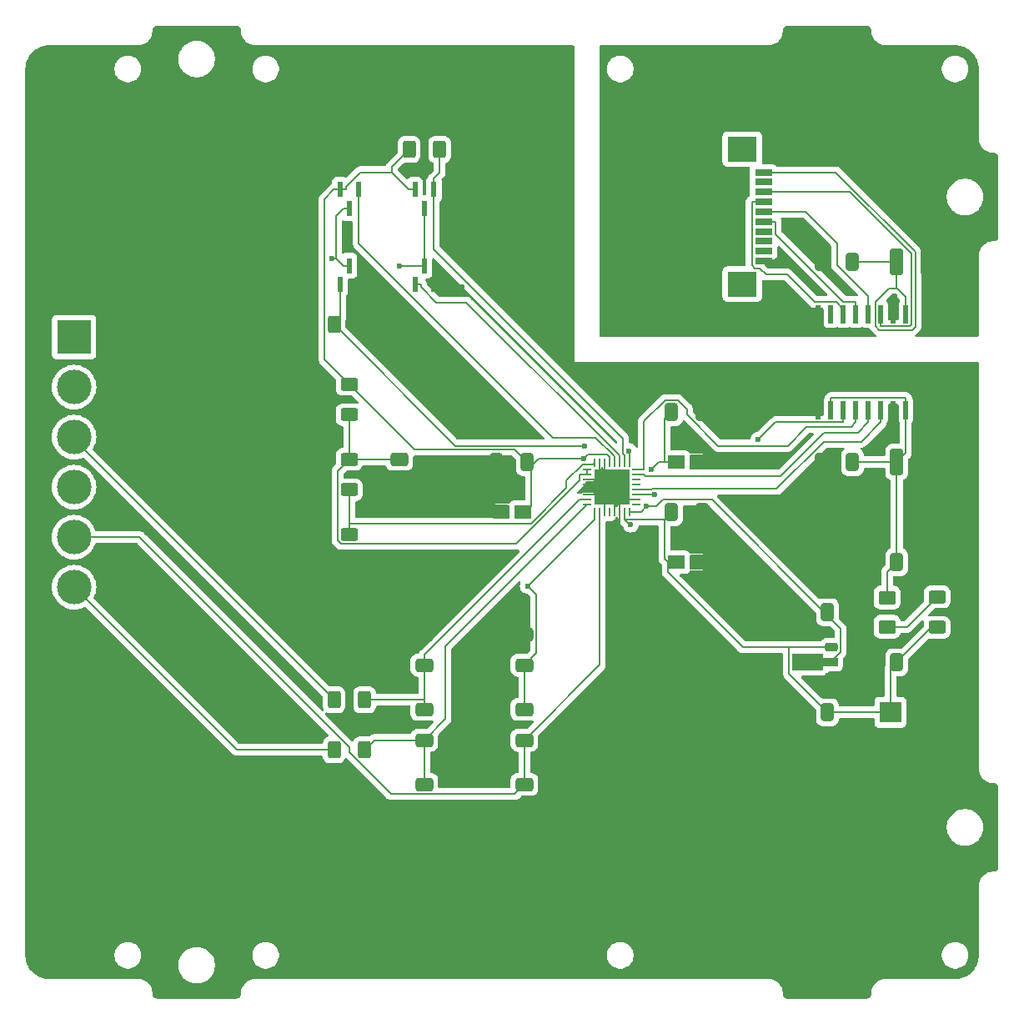
<source format=gbr>
%TF.GenerationSoftware,KiCad,Pcbnew,8.0.3-8.0.3-0~ubuntu22.04.1*%
%TF.CreationDate,2024-10-28T10:53:40+03:00*%
%TF.ProjectId,PM-AI1-W,504d2d41-4931-42d5-972e-6b696361645f,rev?*%
%TF.SameCoordinates,Original*%
%TF.FileFunction,Copper,L1,Top*%
%TF.FilePolarity,Positive*%
%FSLAX46Y46*%
G04 Gerber Fmt 4.6, Leading zero omitted, Abs format (unit mm)*
G04 Created by KiCad (PCBNEW 8.0.3-8.0.3-0~ubuntu22.04.1) date 2024-10-28 10:53:40*
%MOMM*%
%LPD*%
G01*
G04 APERTURE LIST*
G04 Aperture macros list*
%AMRoundRect*
0 Rectangle with rounded corners*
0 $1 Rounding radius*
0 $2 $3 $4 $5 $6 $7 $8 $9 X,Y pos of 4 corners*
0 Add a 4 corners polygon primitive as box body*
4,1,4,$2,$3,$4,$5,$6,$7,$8,$9,$2,$3,0*
0 Add four circle primitives for the rounded corners*
1,1,$1+$1,$2,$3*
1,1,$1+$1,$4,$5*
1,1,$1+$1,$6,$7*
1,1,$1+$1,$8,$9*
0 Add four rect primitives between the rounded corners*
20,1,$1+$1,$2,$3,$4,$5,0*
20,1,$1+$1,$4,$5,$6,$7,0*
20,1,$1+$1,$6,$7,$8,$9,0*
20,1,$1+$1,$8,$9,$2,$3,0*%
%AMFreePoly0*
4,1,9,3.862500,-0.866500,0.737500,-0.866500,0.737500,-0.450000,-0.737500,-0.450000,-0.737500,0.450000,0.737500,0.450000,0.737500,0.866500,3.862500,0.866500,3.862500,-0.866500,3.862500,-0.866500,$1*%
G04 Aperture macros list end*
%TA.AperFunction,SMDPad,CuDef*%
%ADD10R,0.609600X1.625600*%
%TD*%
%TA.AperFunction,SMDPad,CuDef*%
%ADD11RoundRect,0.250000X-0.625000X0.400000X-0.625000X-0.400000X0.625000X-0.400000X0.625000X0.400000X0*%
%TD*%
%TA.AperFunction,SMDPad,CuDef*%
%ADD12R,1.738275X1.397000*%
%TD*%
%TA.AperFunction,SMDPad,CuDef*%
%ADD13RoundRect,0.250000X0.650000X-0.412500X0.650000X0.412500X-0.650000X0.412500X-0.650000X-0.412500X0*%
%TD*%
%TA.AperFunction,SMDPad,CuDef*%
%ADD14RoundRect,0.250000X-0.412500X-1.100000X0.412500X-1.100000X0.412500X1.100000X-0.412500X1.100000X0*%
%TD*%
%TA.AperFunction,ComponentPad*%
%ADD15R,3.500000X3.500000*%
%TD*%
%TA.AperFunction,ComponentPad*%
%ADD16C,3.500000*%
%TD*%
%TA.AperFunction,SMDPad,CuDef*%
%ADD17RoundRect,0.225000X0.425000X0.225000X-0.425000X0.225000X-0.425000X-0.225000X0.425000X-0.225000X0*%
%TD*%
%TA.AperFunction,SMDPad,CuDef*%
%ADD18FreePoly0,180.000000*%
%TD*%
%TA.AperFunction,SMDPad,CuDef*%
%ADD19RoundRect,0.250000X-0.400000X-0.625000X0.400000X-0.625000X0.400000X0.625000X-0.400000X0.625000X0*%
%TD*%
%TA.AperFunction,SMDPad,CuDef*%
%ADD20RoundRect,0.250000X0.625000X-0.400000X0.625000X0.400000X-0.625000X0.400000X-0.625000X-0.400000X0*%
%TD*%
%TA.AperFunction,SMDPad,CuDef*%
%ADD21RoundRect,0.250000X0.412500X0.650000X-0.412500X0.650000X-0.412500X-0.650000X0.412500X-0.650000X0*%
%TD*%
%TA.AperFunction,SMDPad,CuDef*%
%ADD22RoundRect,0.250000X-0.412500X-0.650000X0.412500X-0.650000X0.412500X0.650000X-0.412500X0.650000X0*%
%TD*%
%TA.AperFunction,SMDPad,CuDef*%
%ADD23RoundRect,0.250000X-0.650000X0.412500X-0.650000X-0.412500X0.650000X-0.412500X0.650000X0.412500X0*%
%TD*%
%TA.AperFunction,SMDPad,CuDef*%
%ADD24R,0.482600X1.854200*%
%TD*%
%TA.AperFunction,SMDPad,CuDef*%
%ADD25RoundRect,0.250001X-0.624999X0.462499X-0.624999X-0.462499X0.624999X-0.462499X0.624999X0.462499X0*%
%TD*%
%TA.AperFunction,SMDPad,CuDef*%
%ADD26R,2.250000X2.150000*%
%TD*%
%TA.AperFunction,SMDPad,CuDef*%
%ADD27R,1.803400X0.635000*%
%TD*%
%TA.AperFunction,SMDPad,CuDef*%
%ADD28R,2.997200X2.590800*%
%TD*%
%TA.AperFunction,SMDPad,CuDef*%
%ADD29R,0.274600X0.906400*%
%TD*%
%TA.AperFunction,SMDPad,CuDef*%
%ADD30R,0.906400X0.274600*%
%TD*%
%TA.AperFunction,SMDPad,CuDef*%
%ADD31R,3.650001X3.650001*%
%TD*%
%TA.AperFunction,ViaPad*%
%ADD32C,0.600000*%
%TD*%
%TA.AperFunction,Conductor*%
%ADD33C,0.200000*%
%TD*%
G04 APERTURE END LIST*
D10*
%TO.P,Q1,1,G*%
%TO.N,/AD_ACX2*%
X-17462500Y23134000D03*
%TO.P,Q1,2,S*%
%TO.N,AGND*%
X-15557500Y23134000D03*
%TO.P,Q1,3,D*%
%TO.N,/EXC+*%
X-16510000Y25028050D03*
%TD*%
D11*
%TO.P,R6,1*%
%TO.N,AVDD*%
X-16510000Y12980000D03*
%TO.P,R6,2*%
%TO.N,/AD_AIN1*%
X-16510000Y9880000D03*
%TD*%
D12*
%TO.P,C18,1*%
%TO.N,DVDD*%
X16693337Y5080000D03*
%TO.P,C18,2*%
%TO.N,AGND*%
X18866663Y5080000D03*
%TD*%
D13*
%TO.P,C11,1*%
%TO.N,/AD_REFIN(+)*%
X1270000Y-15532500D03*
%TO.P,C11,2*%
%TO.N,AGND*%
X1270000Y-12407500D03*
%TD*%
D14*
%TO.P,C6,1*%
%TO.N,+5V*%
X39077500Y25400000D03*
%TO.P,C6,2*%
%TO.N,GND*%
X42202500Y25400000D03*
%TD*%
D10*
%TO.P,Q4,1,G*%
%TO.N,/AD_ACX1*%
X-9842500Y23134000D03*
%TO.P,Q4,2,S*%
%TO.N,AGND*%
X-7937500Y23134000D03*
%TO.P,Q4,3,D*%
%TO.N,/EXC-*%
X-8890000Y25028050D03*
%TD*%
D11*
%TO.P,R7,1*%
%TO.N,/AD_AIN1*%
X-16510000Y5360000D03*
%TO.P,R7,2*%
%TO.N,/AD_AINCOM*%
X-16510000Y2260000D03*
%TD*%
D10*
%TO.P,Q2,1,G*%
%TO.N,/~{AD_ACX1}*%
X-15557500Y32746000D03*
%TO.P,Q2,2,S*%
%TO.N,AVDD*%
X-17462500Y32746000D03*
%TO.P,Q2,3,D*%
%TO.N,/EXC+*%
X-16510000Y30851950D03*
%TD*%
D15*
%TO.P,J4,1,Pin_1*%
%TO.N,/EXC+*%
X-44450000Y17780000D03*
D16*
%TO.P,J4,2,Pin_2*%
%TO.N,/AD_REFIN(+)*%
X-44450000Y12700000D03*
%TO.P,J4,3,Pin_3*%
%TO.N,/SIG+*%
X-44450000Y7620000D03*
%TO.P,J4,4,Pin_4*%
%TO.N,/EXC-*%
X-44450000Y2540000D03*
%TO.P,J4,5,Pin_5*%
%TO.N,/AD_REFIN(-)*%
X-44450000Y-2540000D03*
%TO.P,J4,6,Pin_6*%
%TO.N,/SIG-*%
X-44450000Y-7620000D03*
%TO.P,J4,7,Pin_7*%
%TO.N,AGND*%
X-44450000Y-12700000D03*
%TO.P,J4,8,Pin_8*%
X-44450000Y-17780000D03*
%TD*%
D17*
%TO.P,U4,1,GND*%
%TO.N,AGND*%
X32430000Y-16740000D03*
D18*
%TO.P,U4,2,OUTPUT*%
%TO.N,DVDD*%
X32342500Y-15240000D03*
D17*
%TO.P,U4,3,INPUT*%
%TO.N,AVDD*%
X32430000Y-13740000D03*
%TD*%
D19*
%TO.P,R4,1*%
%TO.N,/SIG-*%
X-18060000Y-24130000D03*
%TO.P,R4,2*%
%TO.N,/AD_AIN4*%
X-14960000Y-24130000D03*
%TD*%
D20*
%TO.P,R16,1*%
%TO.N,AVDD*%
X43180000Y-11710000D03*
%TO.P,R16,2*%
%TO.N,Net-(L1-Pad2)*%
X43180000Y-8610000D03*
%TD*%
D21*
%TO.P,C15,1*%
%TO.N,DVDD*%
X32042500Y-10160000D03*
%TO.P,C15,2*%
%TO.N,AGND*%
X28917500Y-10160000D03*
%TD*%
D22*
%TO.P,C1,1*%
%TO.N,AGND*%
X-1562500Y5080000D03*
%TO.P,C1,2*%
%TO.N,AVDD*%
X1562500Y5080000D03*
%TD*%
D13*
%TO.P,C8,1*%
%TO.N,/AD_AIN3*%
X-8890000Y-15532500D03*
%TO.P,C8,2*%
%TO.N,AGND*%
X-8890000Y-12407500D03*
%TD*%
D23*
%TO.P,C14,1*%
%TO.N,/AD_AIN1*%
X-11430000Y5372500D03*
%TO.P,C14,2*%
%TO.N,AGND*%
X-11430000Y2247500D03*
%TD*%
D24*
%TO.P,U3,1,VDD*%
%TO.N,+5V*%
X40005000Y20116800D03*
%TO.P,U3,2,GNDA*%
%TO.N,GND*%
X38735000Y20116800D03*
%TO.P,U3,3,VI1*%
%TO.N,/MOSI*%
X37465000Y20116800D03*
%TO.P,U3,4,VI2*%
%TO.N,/SCK*%
X36195000Y20116800D03*
%TO.P,U3,5,VI3*%
%TO.N,/CS*%
X34925000Y20116800D03*
%TO.P,U3,6,VO4*%
%TO.N,/MISO*%
X33655000Y20116800D03*
%TO.P,U3,7,NC*%
%TO.N,unconnected-(U3-NC-Pad7)*%
X32385000Y20116800D03*
%TO.P,U3,8,GNDA*%
%TO.N,GND*%
X31115000Y20116800D03*
%TO.P,U3,9,GNDB*%
%TO.N,AGND*%
X31115000Y10363200D03*
%TO.P,U3,10,SEL*%
%TO.N,+5V_ISO*%
X32385000Y10363200D03*
%TO.P,U3,11,VI4*%
%TO.N,/MISO_ISO*%
X33655000Y10363200D03*
%TO.P,U3,12,VO3*%
%TO.N,/CS_ISO*%
X34925000Y10363200D03*
%TO.P,U3,13,VO2*%
%TO.N,/SCK_ISO*%
X36195000Y10363200D03*
%TO.P,U3,14,VO1*%
%TO.N,/MOSI_ISO*%
X37465000Y10363200D03*
%TO.P,U3,15,GNDB*%
%TO.N,AGND*%
X38735000Y10363200D03*
%TO.P,U3,16,VISO*%
%TO.N,+5V_ISO*%
X40005000Y10363200D03*
%TD*%
D23*
%TO.P,C10,1*%
%TO.N,/AD_AIN4*%
X-8890000Y-27647500D03*
%TO.P,C10,2*%
%TO.N,AGND*%
X-8890000Y-30772500D03*
%TD*%
D21*
%TO.P,C3,1*%
%TO.N,+5V_ISO*%
X34582500Y5080000D03*
%TO.P,C3,2*%
%TO.N,AGND*%
X31457500Y5080000D03*
%TD*%
D22*
%TO.P,C19,1*%
%TO.N,DVDD*%
X16217500Y10160000D03*
%TO.P,C19,2*%
%TO.N,AGND*%
X19342500Y10160000D03*
%TD*%
D23*
%TO.P,C9,1*%
%TO.N,/AD_AIN3*%
X-8890000Y-20027500D03*
%TO.P,C9,2*%
%TO.N,/AD_AIN4*%
X-8890000Y-23152500D03*
%TD*%
D25*
%TO.P,L1,1*%
%TO.N,+5V_ISO*%
X38100000Y-8672500D03*
%TO.P,L1,2*%
%TO.N,Net-(L1-Pad2)*%
X38100000Y-11647500D03*
%TD*%
D19*
%TO.P,R9,1*%
%TO.N,/AD_ACX2*%
X-18060000Y19050000D03*
%TO.P,R9,2*%
%TO.N,AGND*%
X-14960000Y19050000D03*
%TD*%
D10*
%TO.P,Q7,1,G*%
%TO.N,/~{AD_ACX2}*%
X-7937500Y32746000D03*
%TO.P,Q7,2,S*%
%TO.N,AVDD*%
X-9842500Y32746000D03*
%TO.P,Q7,3,D*%
%TO.N,/EXC-*%
X-8890000Y30851950D03*
%TD*%
D19*
%TO.P,R10,1*%
%TO.N,AVDD*%
X-10440000Y36830000D03*
%TO.P,R10,2*%
%TO.N,/~{AD_ACX2}*%
X-7340000Y36830000D03*
%TD*%
D26*
%TO.P,D1,1,K*%
%TO.N,AVDD*%
X38440000Y-20320000D03*
%TO.P,D1,2,A*%
%TO.N,AGND*%
X42840000Y-20320000D03*
%TD*%
D27*
%TO.P,J2,1,Pin_1*%
%TO.N,+5V*%
X25556000Y34499991D03*
%TO.P,J2,2,Pin_2*%
%TO.N,unconnected-(J2-Pin_2-Pad2)*%
X25556000Y33499993D03*
%TO.P,J2,3,Pin_3*%
%TO.N,/MOSI*%
X25556000Y32499995D03*
%TO.P,J2,4,Pin_4*%
%TO.N,/MISO*%
X25556000Y31499997D03*
%TO.P,J2,5,Pin_5*%
%TO.N,/SCK*%
X25556000Y30499999D03*
%TO.P,J2,6,Pin_6*%
%TO.N,/CS*%
X25556000Y29500001D03*
%TO.P,J2,7,Pin_7*%
%TO.N,unconnected-(J2-Pin_7-Pad7)*%
X25556000Y28500003D03*
%TO.P,J2,8,Pin_8*%
%TO.N,unconnected-(J2-Pin_8-Pad8)*%
X25556000Y27500005D03*
%TO.P,J2,9,Pin_9*%
%TO.N,unconnected-(J2-Pin_9-Pad9)*%
X25556000Y26500007D03*
%TO.P,J2,10,Pin_10*%
%TO.N,GND*%
X25556000Y25500009D03*
D28*
%TO.P,J2,11*%
%TO.N,N/C*%
X23385999Y36850002D03*
%TO.P,J2,12*%
X23385999Y23149998D03*
%TD*%
D21*
%TO.P,C7,1*%
%TO.N,AVDD*%
X32042500Y-20320000D03*
%TO.P,C7,2*%
%TO.N,AGND*%
X28917500Y-20320000D03*
%TD*%
D22*
%TO.P,C21,1*%
%TO.N,AVDD*%
X39077500Y-15240000D03*
%TO.P,C21,2*%
%TO.N,AGND*%
X42202500Y-15240000D03*
%TD*%
D23*
%TO.P,C12,1*%
%TO.N,/AD_REFIN(+)*%
X1270000Y-20027500D03*
%TO.P,C12,2*%
%TO.N,/AD_REFIN(-)*%
X1270000Y-23152500D03*
%TD*%
%TO.P,C13,1*%
%TO.N,/AD_REFIN(-)*%
X1270000Y-27647500D03*
%TO.P,C13,2*%
%TO.N,AGND*%
X1270000Y-30772500D03*
%TD*%
D19*
%TO.P,R3,1*%
%TO.N,/SIG+*%
X-18060000Y-19050000D03*
%TO.P,R3,2*%
%TO.N,/AD_AIN3*%
X-14960000Y-19050000D03*
%TD*%
D14*
%TO.P,C4,1*%
%TO.N,+5V_ISO*%
X39077500Y5080000D03*
%TO.P,C4,2*%
%TO.N,AGND*%
X42202500Y5080000D03*
%TD*%
D22*
%TO.P,C16,1*%
%TO.N,AVDD*%
X16217500Y0D03*
%TO.P,C16,2*%
%TO.N,AGND*%
X19342500Y0D03*
%TD*%
D11*
%TO.P,R8,1*%
%TO.N,/AD_AINCOM*%
X-16510000Y-2260000D03*
%TO.P,R8,2*%
%TO.N,AGND*%
X-16510000Y-5360000D03*
%TD*%
D29*
%TO.P,U1,1,ACX2*%
%TO.N,/AD_ACX2*%
X11909999Y5043200D03*
%TO.P,U1,2,\u002AACX2*%
%TO.N,/~{AD_ACX2}*%
X11410000Y5043200D03*
%TO.P,U1,3,ACX1*%
%TO.N,/AD_ACX1*%
X10910001Y5043200D03*
%TO.P,U1,4,\u002AACX1*%
%TO.N,/~{AD_ACX1}*%
X10410000Y5043200D03*
%TO.P,U1,5,AVDD*%
%TO.N,AVDD*%
X9910000Y5043200D03*
%TO.P,U1,6,AGND*%
%TO.N,AGND*%
X9409999Y5043200D03*
%TO.P,U1,7,NC*%
X8910000Y5043200D03*
%TO.P,U1,8,AINCOM*%
%TO.N,/AD_AINCOM*%
X8410001Y5043200D03*
D30*
%TO.P,U1,9,AIN1*%
%TO.N,/AD_AIN1*%
X7656800Y4289999D03*
%TO.P,U1,10,AIN2*%
X7656800Y3790000D03*
%TO.P,U1,11,NC*%
%TO.N,AGND*%
X7656800Y3290001D03*
%TO.P,U1,12,NC*%
X7656800Y2790000D03*
%TO.P,U1,13,NC*%
X7656800Y2290000D03*
%TO.P,U1,14,NC*%
X7656800Y1789999D03*
%TO.P,U1,15,AIN3*%
%TO.N,/AD_AIN3*%
X7656800Y1290000D03*
%TO.P,U1,16,AIN4*%
%TO.N,/AD_AIN4*%
X7656800Y790001D03*
D29*
%TO.P,U1,17,REFIN(+)*%
%TO.N,/AD_REFIN(+)*%
X8410001Y36800D03*
%TO.P,U1,18,REFIN(-)*%
%TO.N,/AD_REFIN(-)*%
X8910000Y36800D03*
%TO.P,U1,19,NC*%
%TO.N,AGND*%
X9409999Y36800D03*
%TO.P,U1,20,BPDSW*%
%TO.N,unconnected-(U1-BPDSW-Pad20)*%
X9910000Y36800D03*
%TO.P,U1,21,AGND*%
%TO.N,AGND*%
X10410000Y36800D03*
%TO.P,U1,22,DGND*%
X10910001Y36800D03*
%TO.P,U1,23,AVDD*%
%TO.N,AVDD*%
X11410000Y36800D03*
%TO.P,U1,24,DVDD*%
%TO.N,DVDD*%
X11909999Y36800D03*
D30*
%TO.P,U1,25,\u002ASYNC*%
%TO.N,unconnected-(U1-\u002ASYNC-Pad25)*%
X12663200Y790001D03*
%TO.P,U1,26,NC*%
%TO.N,AGND*%
X12663200Y1290000D03*
%TO.P,U1,27,DOUT/\u002ARDY*%
%TO.N,/MISO_ISO*%
X12663200Y1789999D03*
%TO.P,U1,28,DIN*%
%TO.N,/MOSI_ISO*%
X12663200Y2290000D03*
%TO.P,U1,29,MCLK1*%
%TO.N,unconnected-(U1-MCLK1-Pad29)*%
X12663200Y2790000D03*
%TO.P,U1,30,MCLK2*%
%TO.N,unconnected-(U1-MCLK2-Pad30)*%
X12663200Y3290001D03*
%TO.P,U1,31,SCLK*%
%TO.N,/SCK_ISO*%
X12663200Y3790000D03*
%TO.P,U1,32,\u002ACS*%
%TO.N,/CS_ISO*%
X12663200Y4289999D03*
D31*
%TO.P,U1,HTAB,EPAD*%
%TO.N,AGND*%
X10160000Y2540000D03*
%TD*%
D21*
%TO.P,C5,1*%
%TO.N,+5V*%
X34582500Y25400000D03*
%TO.P,C5,2*%
%TO.N,GND*%
X31457500Y25400000D03*
%TD*%
D12*
%TO.P,C17,1*%
%TO.N,AVDD*%
X16693337Y-5080000D03*
%TO.P,C17,2*%
%TO.N,AGND*%
X18866663Y-5080000D03*
%TD*%
D22*
%TO.P,C20,1*%
%TO.N,+5V_ISO*%
X39077500Y-5080000D03*
%TO.P,C20,2*%
%TO.N,AGND*%
X42202500Y-5080000D03*
%TD*%
D12*
%TO.P,C2,1*%
%TO.N,AVDD*%
X1086663Y0D03*
%TO.P,C2,2*%
%TO.N,AGND*%
X-1086663Y0D03*
%TD*%
D32*
%TO.N,/EXC-*%
X-11402200Y25008500D03*
%TO.N,/EXC+*%
X-18293200Y25789900D03*
%TO.N,GND*%
X22860000Y45720000D03*
X29210000Y27940000D03*
X25400000Y43180000D03*
X27940000Y25400000D03*
X38862000Y21971000D03*
%TO.N,AGND*%
X25400000Y5080000D03*
X30480000Y0D03*
X30480000Y-2540000D03*
X-5080000Y2540000D03*
X22860000Y-7620000D03*
X10910001Y-1618765D03*
X-2540000Y-17780000D03*
X-2540000Y10160000D03*
X-5080000Y22860000D03*
X25400000Y12700000D03*
X22860000Y-5080000D03*
X38100000Y7620000D03*
%TO.N,AVDD*%
X7317200Y5447100D03*
X12065000Y-1270000D03*
%TO.N,/AD_REFIN(+)*%
X1611700Y-7493300D03*
%TO.N,/AD_ACX2*%
X7355000Y6680400D03*
X11900800Y6204600D03*
%TO.N,/MISO_ISO*%
X25000600Y7353400D03*
X14485700Y1754200D03*
%TO.N,DVDD*%
X14112300Y4290000D03*
X13650500Y576600D03*
%TD*%
D33*
%TO.N,/SIG-*%
X-27940000Y-24130000D02*
X-44450000Y-7620000D01*
X-18060000Y-24130000D02*
X-27940000Y-24130000D01*
%TO.N,/SIG+*%
X-44450000Y7340000D02*
X-44450000Y7620000D01*
X-18060000Y-19050000D02*
X-44450000Y7340000D01*
%TO.N,/EXC-*%
X-9516100Y25008500D02*
X-9496500Y25028100D01*
X-8890000Y30851900D02*
X-8890000Y25028100D01*
X-11402200Y25008500D02*
X-9516100Y25008500D01*
X-8890000Y25028100D02*
X-9496500Y25028100D01*
%TO.N,/EXC+*%
X-17878300Y25789900D02*
X-17116500Y25028100D01*
X-16510000Y30851900D02*
X-17116500Y30851900D01*
X-17878300Y25789900D02*
X-17878300Y30090100D01*
X-16510000Y25028100D02*
X-17116500Y25028100D01*
X-18293200Y25789900D02*
X-17878300Y25789900D01*
X-17878300Y30090100D02*
X-17116500Y30851900D01*
%TO.N,+5V_ISO*%
X38100000Y-6057500D02*
X39077500Y-5080000D01*
X32385000Y10363200D02*
X32385000Y11592000D01*
X39077500Y5080000D02*
X40005000Y6007500D01*
X40005000Y6007500D02*
X40005000Y10363200D01*
X40005000Y10363200D02*
X40005000Y11592000D01*
X34582500Y5080000D02*
X39077500Y5080000D01*
X40005000Y11592000D02*
X32385000Y11592000D01*
X39077500Y-5080000D02*
X39077500Y5080000D01*
X38100000Y-8672500D02*
X38100000Y-6057500D01*
%TO.N,/MOSI*%
X37465000Y20116800D02*
X37465000Y18888000D01*
X40410000Y18888000D02*
X37465000Y18888000D01*
X40548000Y19026000D02*
X40410000Y18888000D01*
X40548000Y26273600D02*
X40548000Y19026000D01*
X25556000Y32500000D02*
X34321600Y32500000D01*
X34321600Y32500000D02*
X40548000Y26273600D01*
%TO.N,/AD_AIN1*%
X7656800Y3790000D02*
X6901900Y3790000D01*
X-11430000Y5372500D02*
X-16497500Y5372500D01*
X-16497500Y9867500D02*
X-16510000Y9880000D01*
X-16497500Y5372500D02*
X-16510000Y5360000D01*
X-17711300Y4158700D02*
X-17711300Y-2875600D01*
X-17711300Y-2875600D02*
X-17354700Y-3232200D01*
X467700Y-3232200D02*
X6901900Y3202000D01*
X-16510000Y5360000D02*
X-17711300Y4158700D01*
X-17354700Y-3232200D02*
X467700Y-3232200D01*
X6901900Y3202000D02*
X6901900Y3790000D01*
X-16497500Y5372500D02*
X-16497500Y9867500D01*
X7656800Y3790000D02*
X7656800Y4290000D01*
%TO.N,GND*%
X27839991Y25500009D02*
X27940000Y25400000D01*
X25556000Y25500009D02*
X27839991Y25500009D01*
%TO.N,/AD_AINCOM*%
X-16510000Y-1182600D02*
X1924200Y-1182600D01*
X8212200Y4845400D02*
X8410000Y5043200D01*
X1924200Y-1182600D02*
X5530500Y2423700D01*
X7180600Y4845400D02*
X8212200Y4845400D01*
X-16510000Y-1182600D02*
X-16510000Y2260000D01*
X5530500Y2423700D02*
X5530500Y3195300D01*
X-16510000Y-2260000D02*
X-16510000Y-1182600D01*
X5530500Y3195300D02*
X7180600Y4845400D01*
%TO.N,/AD_AIN3*%
X-8890000Y-14501900D02*
X-8890000Y-15532500D01*
X-8890000Y-19050000D02*
X-8890000Y-20027500D01*
X-8890000Y-19050000D02*
X-14960000Y-19050000D01*
X6901900Y1290000D02*
X-8890000Y-14501900D01*
X7656800Y1290000D02*
X6901900Y1290000D01*
X-8890000Y-15532500D02*
X-8890000Y-19050000D01*
%TO.N,/AD_AIN4*%
X-8890000Y-23152500D02*
X-13982500Y-23152500D01*
X-6728700Y-20991200D02*
X-8890000Y-23152500D01*
X-6728700Y-13595500D02*
X-6728700Y-20991200D01*
X7656800Y790000D02*
X-6728700Y-13595500D01*
X-13982500Y-23152500D02*
X-14960000Y-24130000D01*
X-8890000Y-27647500D02*
X-8890000Y-23152500D01*
%TO.N,/MISO*%
X33655000Y20615200D02*
X33655000Y20116800D01*
X27940000Y24130000D02*
X30726100Y21343900D01*
X32926300Y21343900D02*
X33655000Y20615200D01*
X25556000Y31500000D02*
X24352600Y31500000D01*
X24642402Y24745398D02*
X25184599Y24745398D01*
X24352600Y31500000D02*
X24352600Y25035200D01*
X30726100Y21343900D02*
X32926300Y21343900D01*
X24352600Y25035200D02*
X24642402Y24745398D01*
X25184599Y24745398D02*
X25799997Y24130000D01*
X25799997Y24130000D02*
X27940000Y24130000D01*
%TO.N,Net-(L1-Pad2)*%
X40142500Y-11647500D02*
X43180000Y-8610000D01*
X38100000Y-11647500D02*
X40142500Y-11647500D01*
%TO.N,/CS_ISO*%
X34460800Y8670200D02*
X34925000Y9134400D01*
X12663200Y4290000D02*
X13418100Y4290000D01*
X28000800Y6734100D02*
X29936900Y8670200D01*
X34925000Y10363200D02*
X34925000Y9134400D01*
X29936900Y8670200D02*
X34460800Y8670200D01*
X20924300Y6734100D02*
X28000800Y6734100D01*
X17780000Y10448800D02*
X17780000Y9878400D01*
X16864400Y11364400D02*
X17780000Y10448800D01*
X13418100Y4290000D02*
X13418100Y9225100D01*
X17780000Y9878400D02*
X20924300Y6734100D01*
X13418100Y9225100D02*
X15557400Y11364400D01*
X15557400Y11364400D02*
X16864400Y11364400D01*
%TO.N,/CS*%
X34925000Y20116800D02*
X34925000Y21345600D01*
X26759400Y29500000D02*
X26759400Y28235900D01*
X26759400Y28235900D02*
X33649700Y21345600D01*
X33649700Y21345600D02*
X34925000Y21345600D01*
X25556000Y29500000D02*
X26759400Y29500000D01*
%TO.N,/SCK_ISO*%
X35149200Y8088600D02*
X36195000Y9134400D01*
X12663200Y3790000D02*
X13418100Y3790000D01*
X13519800Y3688300D02*
X27306600Y3688300D01*
X13418100Y3790000D02*
X13519800Y3688300D01*
X31706900Y8088600D02*
X35149200Y8088600D01*
X36195000Y10363200D02*
X36195000Y9134400D01*
X27306600Y3688300D02*
X31706900Y8088600D01*
%TO.N,AGND*%
X7656800Y3290001D02*
X9409999Y3290001D01*
X8910000Y3790000D02*
X10160000Y2540000D01*
X12663200Y1290000D02*
X11410000Y1290000D01*
X11410000Y1290000D02*
X10160000Y2540000D01*
X10410000Y2290000D02*
X10160000Y2540000D01*
X10910001Y36800D02*
X10910001Y1789999D01*
X9409999Y36800D02*
X9409999Y1789999D01*
X10910001Y-1618765D02*
X10910001Y36800D01*
X9910000Y2290000D02*
X10160000Y2540000D01*
X9910000Y2790000D02*
X10160000Y2540000D01*
X7656800Y2790000D02*
X9910000Y2790000D01*
X10410000Y36800D02*
X10410000Y2290000D01*
X7656800Y1789999D02*
X9409999Y1789999D01*
X9409999Y5043200D02*
X9409999Y3290001D01*
X10910001Y1789999D02*
X10160000Y2540000D01*
X7656800Y2290000D02*
X9910000Y2290000D01*
X8910000Y5043200D02*
X8910000Y3790000D01*
X9409999Y3290001D02*
X10160000Y2540000D01*
X9409999Y1789999D02*
X10160000Y2540000D01*
%TO.N,AVDD*%
X-12211900Y34508900D02*
X-12211900Y35058100D01*
X306300Y6336200D02*
X-9866200Y6336200D01*
X1086700Y0D02*
X1329900Y0D01*
X9622400Y5855200D02*
X7725300Y5855200D01*
X15828800Y-5080000D02*
X15499400Y-4750600D01*
X15499400Y-718100D02*
X16217500Y0D01*
X-17462500Y32746000D02*
X-18069000Y32746000D01*
X28133000Y-13740000D02*
X28133000Y-16410500D01*
X-16856000Y33049200D02*
X-15396300Y34508900D01*
X1959700Y4682800D02*
X1562500Y5080000D01*
X7317200Y5447100D02*
X2724000Y5447100D01*
X9910000Y5043200D02*
X9910000Y5567600D01*
X11410000Y-566800D02*
X11410000Y-716400D01*
X32430000Y-13740000D02*
X28133000Y-13740000D01*
X11410000Y36800D02*
X11410000Y-566800D01*
X42607500Y-11710000D02*
X43180000Y-11710000D01*
X-19013000Y15483000D02*
X-19013000Y31802000D01*
X-12211900Y34508900D02*
X-10449000Y32746000D01*
X-9842500Y32746000D02*
X-10449000Y32746000D01*
X11410000Y-716400D02*
X11411700Y-718100D01*
X38440000Y-20320000D02*
X37013300Y-20320000D01*
X9910000Y5567600D02*
X9622400Y5855200D01*
X7725300Y5855200D02*
X7317200Y5447100D01*
X15827300Y-5081500D02*
X15828800Y-5080000D01*
X16693300Y-5080000D02*
X15828800Y-5080000D01*
X2724000Y5447100D02*
X1959700Y4682800D01*
X1959700Y629800D02*
X1959700Y4682800D01*
X38440000Y-15877500D02*
X39077500Y-15240000D01*
X-16510000Y12980000D02*
X-19013000Y15483000D01*
X-19013000Y31802000D02*
X-18069000Y32746000D01*
X38440000Y-20320000D02*
X38440000Y-15877500D01*
X12065000Y-1270000D02*
X11963600Y-1270000D01*
X28133000Y-16410500D02*
X32042500Y-20320000D01*
X28133000Y-13740000D02*
X23468300Y-13740000D01*
X15827300Y-6099000D02*
X15827300Y-5081500D01*
X11411700Y-718100D02*
X15499400Y-718100D01*
X15499400Y-4750600D02*
X15499400Y-718100D01*
X39077500Y-15240000D02*
X42607500Y-11710000D01*
X11963600Y-1270000D02*
X11410000Y-716400D01*
X-12211900Y35058100D02*
X-10440000Y36830000D01*
X1329900Y0D02*
X1959700Y629800D01*
X32042500Y-20320000D02*
X37013300Y-20320000D01*
X-17462500Y32746000D02*
X-16856000Y32746000D01*
X-9866200Y6336200D02*
X-16510000Y12980000D01*
X-16856000Y32746000D02*
X-16856000Y33049200D01*
X1562500Y5080000D02*
X306300Y6336200D01*
X-15396300Y34508900D02*
X-12211900Y34508900D01*
X23468300Y-13740000D02*
X15827300Y-6099000D01*
%TO.N,/AD_REFIN(+)*%
X2487200Y-8368800D02*
X1623300Y-7504800D01*
X8410000Y36800D02*
X8410000Y-718100D01*
X8410000Y-718100D02*
X1623300Y-7504800D01*
X1270000Y-15532500D02*
X2487200Y-14315300D01*
X2487200Y-14315300D02*
X2487200Y-8368800D01*
X1270000Y-15532500D02*
X1270000Y-20027500D01*
X1623300Y-7504800D02*
X1611700Y-7493300D01*
%TO.N,/AD_ACX2*%
X-17462500Y19647500D02*
X-18060000Y19050000D01*
X11910000Y6195400D02*
X11900800Y6204600D01*
X11910000Y5043200D02*
X11910000Y6195400D01*
X7297500Y6737900D02*
X-5747900Y6737900D01*
X7355000Y6680400D02*
X7297500Y6737900D01*
X-17462500Y23134000D02*
X-17462500Y19647500D01*
X-5747900Y6737900D02*
X-18060000Y19050000D01*
%TO.N,/~{AD_ACX1}*%
X8505500Y7562700D02*
X10410000Y5658200D01*
X10410000Y5658200D02*
X10410000Y5043200D01*
X-15557500Y32746000D02*
X-15557500Y31631500D01*
X-15557500Y31631500D02*
X-15557500Y27244800D01*
X-15557500Y27244800D02*
X4124600Y7562700D01*
X4124600Y7562700D02*
X8505500Y7562700D01*
%TO.N,/AD_ACX1*%
X10910000Y5726300D02*
X-4630500Y21266800D01*
X10910000Y5043200D02*
X10910000Y5726300D01*
X-9842500Y23134000D02*
X-9236000Y23134000D01*
X-9236000Y22830700D02*
X-9236000Y23134000D01*
X-7672100Y21266800D02*
X-9236000Y22830700D01*
X-4630500Y21266800D02*
X-7672100Y21266800D01*
%TO.N,/~{AD_ACX2}*%
X11299000Y5909100D02*
X11299000Y7457100D01*
X11299000Y7457100D02*
X-7937500Y26693600D01*
X-7340000Y34458000D02*
X-7340000Y36830000D01*
X-7937500Y32746000D02*
X-7937500Y33860500D01*
X11410000Y5798100D02*
X11299000Y5909100D01*
X11410000Y5043200D02*
X11410000Y5798100D01*
X-7937500Y26693600D02*
X-7937500Y32746000D01*
X-7937500Y33860500D02*
X-7340000Y34458000D01*
%TO.N,/AD_REFIN(-)*%
X8910000Y36800D02*
X8910000Y-15512500D01*
X-16510000Y-24394900D02*
X-12280800Y-28624100D01*
X-44450000Y-2540000D02*
X-37800600Y-2540000D01*
X293400Y-28624100D02*
X1270000Y-27647500D01*
X-16510000Y-23830600D02*
X-16510000Y-24394900D01*
X-37800600Y-2540000D02*
X-16510000Y-23830600D01*
X1270000Y-23152500D02*
X1270000Y-27647500D01*
X8910000Y-15512500D02*
X1270000Y-23152500D01*
X-12280800Y-28624100D02*
X293400Y-28624100D01*
%TO.N,+5V*%
X40952000Y18815800D02*
X40620600Y18484400D01*
X38312800Y22733000D02*
X38989000Y22733000D01*
X36922000Y21342200D02*
X38312800Y22733000D01*
X39077500Y22771500D02*
X40005000Y21844000D01*
X40620600Y18484400D02*
X37296300Y18484400D01*
X32889600Y34500000D02*
X40952000Y26437600D01*
X36922000Y18858700D02*
X36922000Y21342200D01*
X34582500Y25400000D02*
X39077500Y25400000D01*
X40005000Y21844000D02*
X40005000Y20116800D01*
X25556000Y34500000D02*
X32889600Y34500000D01*
X37296300Y18484400D02*
X36922000Y18858700D01*
X40952000Y26437600D02*
X40952000Y18815800D01*
X39077500Y25400000D02*
X39077500Y22771500D01*
%TO.N,/MOSI_ISO*%
X35490400Y7159800D02*
X31693300Y7159800D01*
X14235800Y2355900D02*
X14169900Y2290000D01*
X31693300Y7159800D02*
X26889400Y2355900D01*
X37465000Y9134400D02*
X35490400Y7159800D01*
X37465000Y10363200D02*
X37465000Y9134400D01*
X14169900Y2290000D02*
X12663200Y2290000D01*
X26889400Y2355900D02*
X14235800Y2355900D01*
%TO.N,/MISO_ISO*%
X33655000Y10363200D02*
X33655000Y9134400D01*
X13453900Y1754200D02*
X14485700Y1754200D01*
X26781600Y9134400D02*
X25000600Y7353400D01*
X12663200Y1790000D02*
X13418100Y1790000D01*
X13418100Y1790000D02*
X13453900Y1754200D01*
X33655000Y9134400D02*
X26781600Y9134400D01*
%TO.N,/SCK*%
X25556000Y30500000D02*
X29825000Y30500000D01*
X36195000Y21905900D02*
X36195000Y20116800D01*
X29825000Y30500000D02*
X33020000Y27305000D01*
X33020000Y25080900D02*
X36195000Y21905900D01*
X33020000Y27305000D02*
X33020000Y25080900D01*
%TO.N,DVDD*%
X20287900Y1266000D02*
X15367400Y1266000D01*
X31878200Y-10324300D02*
X33391100Y-11837200D01*
X33391100Y-11837200D02*
X33391100Y-14191400D01*
X13110700Y36800D02*
X13650500Y576600D01*
X16217500Y10160000D02*
X15522500Y9465000D01*
X32042500Y-10160000D02*
X31878200Y-10324300D01*
X15522500Y9465000D02*
X15522500Y5080000D01*
X15367400Y1266000D02*
X14678000Y576600D01*
X15522500Y5080000D02*
X14902300Y5080000D01*
X11910000Y36800D02*
X13110700Y36800D01*
X31878200Y-10324300D02*
X20287900Y1266000D01*
X16693300Y5080000D02*
X15522500Y5080000D01*
X33391100Y-14191400D02*
X32342500Y-15240000D01*
X14678000Y576600D02*
X13650500Y576600D01*
X14902300Y5080000D02*
X14112300Y4290000D01*
%TD*%
%TA.AperFunction,Conductor*%
%TO.N,GND*%
G36*
X36006922Y49398720D02*
G01*
X36097266Y49388541D01*
X36124331Y49382364D01*
X36203540Y49354648D01*
X36228553Y49342602D01*
X36299606Y49297957D01*
X36321313Y49280645D01*
X36380644Y49221314D01*
X36397957Y49199605D01*
X36442600Y49128556D01*
X36454648Y49103538D01*
X36482362Y49024334D01*
X36488540Y48997265D01*
X36498720Y48906924D01*
X36499500Y48893039D01*
X36499500Y48792683D01*
X36530044Y48580236D01*
X36530047Y48580226D01*
X36590517Y48374285D01*
X36679672Y48179062D01*
X36679679Y48179049D01*
X36795720Y47998486D01*
X36936275Y47836276D01*
X37060277Y47728828D01*
X37098487Y47695719D01*
X37227531Y47612789D01*
X37279048Y47579680D01*
X37279061Y47579673D01*
X37474284Y47490518D01*
X37474288Y47490517D01*
X37474290Y47490516D01*
X37680231Y47430046D01*
X37680232Y47430046D01*
X37680235Y47430045D01*
X37743584Y47420938D01*
X37892682Y47399500D01*
X37934108Y47399500D01*
X44934108Y47399500D01*
X44996249Y47399500D01*
X45003736Y47399274D01*
X45281742Y47382458D01*
X45296605Y47380653D01*
X45371845Y47366865D01*
X45566866Y47331126D01*
X45581395Y47327545D01*
X45843713Y47245803D01*
X45857709Y47240495D01*
X46108264Y47127730D01*
X46121522Y47120772D01*
X46356658Y46978627D01*
X46368969Y46970129D01*
X46585261Y46800676D01*
X46596469Y46790746D01*
X46790745Y46596470D01*
X46800675Y46585262D01*
X46970124Y46368976D01*
X46978628Y46356656D01*
X47002452Y46317247D01*
X47120770Y46121524D01*
X47127729Y46108265D01*
X47240494Y45857710D01*
X47245803Y45843710D01*
X47327542Y45581403D01*
X47331126Y45566863D01*
X47380652Y45296606D01*
X47382457Y45281742D01*
X47399274Y45003737D01*
X47399500Y44996250D01*
X47399500Y37892683D01*
X47430044Y37680236D01*
X47430047Y37680226D01*
X47490517Y37474285D01*
X47579672Y37279062D01*
X47579679Y37279049D01*
X47695720Y37098486D01*
X47836275Y36936276D01*
X47960277Y36828828D01*
X47998487Y36795719D01*
X48114831Y36720950D01*
X48179048Y36679680D01*
X48179061Y36679673D01*
X48374284Y36590518D01*
X48374288Y36590517D01*
X48374290Y36590516D01*
X48580231Y36530046D01*
X48580232Y36530046D01*
X48580235Y36530045D01*
X48643584Y36520938D01*
X48792682Y36499500D01*
X48834108Y36499500D01*
X48893038Y36499500D01*
X48906922Y36498720D01*
X48997266Y36488541D01*
X49024331Y36482364D01*
X49103540Y36454648D01*
X49128553Y36442602D01*
X49199606Y36397957D01*
X49221313Y36380645D01*
X49280644Y36321314D01*
X49297957Y36299605D01*
X49342600Y36228556D01*
X49354648Y36203538D01*
X49382362Y36124334D01*
X49388540Y36097265D01*
X49398720Y36006924D01*
X49399500Y35993039D01*
X49399500Y28006962D01*
X49398720Y27993077D01*
X49388540Y27902736D01*
X49382362Y27875667D01*
X49354648Y27796463D01*
X49342600Y27771445D01*
X49297957Y27700396D01*
X49280644Y27678687D01*
X49221313Y27619356D01*
X49199604Y27602043D01*
X49128555Y27557400D01*
X49103537Y27545352D01*
X49024333Y27517638D01*
X48997264Y27511460D01*
X48917075Y27502424D01*
X48906921Y27501280D01*
X48893038Y27500500D01*
X48792682Y27500500D01*
X48580235Y27469956D01*
X48580225Y27469953D01*
X48374284Y27409483D01*
X48179061Y27320328D01*
X48179048Y27320321D01*
X47998485Y27204280D01*
X47836275Y27063725D01*
X47695720Y26901515D01*
X47579679Y26720952D01*
X47579672Y26720939D01*
X47490517Y26525716D01*
X47430047Y26319775D01*
X47430044Y26319765D01*
X47399500Y26107318D01*
X47399500Y17904000D01*
X47379815Y17836961D01*
X47327011Y17791206D01*
X47275500Y17780000D01*
X41062842Y17780000D01*
X40995803Y17799685D01*
X40950048Y17852489D01*
X40940104Y17921647D01*
X40969129Y17985203D01*
X40987361Y18002380D01*
X40989314Y18003879D01*
X40989316Y18003880D01*
X41101120Y18115684D01*
X41101120Y18115686D01*
X41111328Y18125893D01*
X41111330Y18125896D01*
X41310506Y18325072D01*
X41310511Y18325076D01*
X41320714Y18335280D01*
X41320716Y18335280D01*
X41432520Y18447084D01*
X41511577Y18584016D01*
X41552500Y18736743D01*
X41552500Y26516657D01*
X41551972Y26518627D01*
X41551972Y26518659D01*
X41551964Y26518656D01*
X41541534Y26557581D01*
X41518724Y26642711D01*
X41511577Y26669384D01*
X41481806Y26720950D01*
X41432524Y26806310D01*
X41432521Y26806314D01*
X41432520Y26806316D01*
X41320716Y26918120D01*
X41320715Y26918121D01*
X41316385Y26922451D01*
X41316374Y26922461D01*
X36117546Y32121289D01*
X44149500Y32121289D01*
X44149500Y31878712D01*
X44181161Y31638215D01*
X44243947Y31403896D01*
X44318256Y31224500D01*
X44336776Y31179788D01*
X44458064Y30969711D01*
X44458066Y30969708D01*
X44458067Y30969707D01*
X44605733Y30777264D01*
X44605739Y30777257D01*
X44777256Y30605740D01*
X44777262Y30605735D01*
X44969711Y30458064D01*
X45179788Y30336776D01*
X45403900Y30243946D01*
X45638211Y30181162D01*
X45818586Y30157416D01*
X45878711Y30149500D01*
X45878712Y30149500D01*
X46121289Y30149500D01*
X46169388Y30155833D01*
X46361789Y30181162D01*
X46596100Y30243946D01*
X46820212Y30336776D01*
X47030289Y30458064D01*
X47222738Y30605735D01*
X47394265Y30777262D01*
X47541936Y30969711D01*
X47663224Y31179788D01*
X47756054Y31403900D01*
X47818838Y31638211D01*
X47850500Y31878712D01*
X47850500Y32121288D01*
X47848744Y32134623D01*
X47818838Y32361786D01*
X47818838Y32361789D01*
X47756054Y32596100D01*
X47663224Y32820212D01*
X47541936Y33030289D01*
X47469083Y33125233D01*
X47394266Y33222737D01*
X47394260Y33222744D01*
X47222743Y33394261D01*
X47222736Y33394267D01*
X47030293Y33541933D01*
X47030292Y33541934D01*
X47030289Y33541936D01*
X46820212Y33663224D01*
X46820205Y33663227D01*
X46596104Y33756053D01*
X46361785Y33818839D01*
X46121289Y33850500D01*
X46121288Y33850500D01*
X45878712Y33850500D01*
X45878711Y33850500D01*
X45638214Y33818839D01*
X45403895Y33756053D01*
X45179794Y33663227D01*
X45179785Y33663223D01*
X44969706Y33541933D01*
X44777263Y33394267D01*
X44777256Y33394261D01*
X44605739Y33222744D01*
X44605733Y33222737D01*
X44458067Y33030294D01*
X44336777Y32820215D01*
X44336773Y32820206D01*
X44243947Y32596105D01*
X44181161Y32361786D01*
X44149500Y32121289D01*
X36117546Y32121289D01*
X33377190Y34861645D01*
X33377188Y34861648D01*
X33258317Y34980519D01*
X33258316Y34980520D01*
X33171504Y35030640D01*
X33171504Y35030641D01*
X33171500Y35030642D01*
X33121385Y35059577D01*
X32968657Y35100501D01*
X32810543Y35100501D01*
X32802947Y35100501D01*
X32802931Y35100500D01*
X26933114Y35100500D01*
X26866075Y35120185D01*
X26833848Y35150188D01*
X26815246Y35175037D01*
X26815243Y35175039D01*
X26700031Y35261287D01*
X26700029Y35261288D01*
X26700028Y35261289D01*
X26565182Y35311583D01*
X26565183Y35311583D01*
X26505583Y35317990D01*
X26505581Y35317991D01*
X26505573Y35317991D01*
X26505565Y35317991D01*
X25502853Y35317991D01*
X25435814Y35337676D01*
X25390059Y35390480D01*
X25379564Y35455246D01*
X25380632Y35465188D01*
X25385099Y35506729D01*
X25385098Y38193274D01*
X25378690Y38252885D01*
X25328395Y38387733D01*
X25328394Y38387734D01*
X25328392Y38387738D01*
X25242146Y38502947D01*
X25242143Y38502950D01*
X25126934Y38589196D01*
X25126927Y38589200D01*
X24992081Y38639494D01*
X24992082Y38639494D01*
X24932482Y38645901D01*
X24932480Y38645902D01*
X24932472Y38645902D01*
X24932463Y38645902D01*
X21839528Y38645902D01*
X21839522Y38645901D01*
X21779915Y38639494D01*
X21645070Y38589200D01*
X21645063Y38589196D01*
X21529854Y38502950D01*
X21529851Y38502947D01*
X21443605Y38387738D01*
X21443601Y38387731D01*
X21393307Y38252885D01*
X21386900Y38193286D01*
X21386900Y38193279D01*
X21386899Y38193267D01*
X21386899Y35506732D01*
X21386900Y35506726D01*
X21393307Y35447119D01*
X21443601Y35312274D01*
X21443605Y35312267D01*
X21529851Y35197058D01*
X21529854Y35197055D01*
X21645063Y35110809D01*
X21645070Y35110805D01*
X21779916Y35060511D01*
X21779915Y35060511D01*
X21786843Y35059767D01*
X21839526Y35054102D01*
X24036046Y35054103D01*
X24103085Y35034418D01*
X24148840Y34981615D01*
X24159335Y34916851D01*
X24153800Y34865364D01*
X24153800Y34865357D01*
X24153800Y34865356D01*
X24153800Y34134621D01*
X24153801Y34134615D01*
X24160208Y34075009D01*
X24172026Y34043323D01*
X24177009Y33973631D01*
X24172026Y33956661D01*
X24160210Y33924980D01*
X24160209Y33924976D01*
X24153800Y33865366D01*
X24153800Y33865359D01*
X24153800Y33865358D01*
X24153800Y33134623D01*
X24153801Y33134617D01*
X24160208Y33075011D01*
X24172026Y33043325D01*
X24177009Y32973633D01*
X24172026Y32956663D01*
X24160210Y32924982D01*
X24160209Y32924978D01*
X24153800Y32865368D01*
X24153800Y32865361D01*
X24153800Y32865360D01*
X24153800Y32150213D01*
X24134115Y32083174D01*
X24091800Y32042826D01*
X23983887Y31980523D01*
X23983882Y31980519D01*
X23872081Y31868718D01*
X23872075Y31868710D01*
X23793026Y31731791D01*
X23793023Y31731784D01*
X23752100Y31579057D01*
X23752100Y25121870D01*
X23752099Y25121852D01*
X23752099Y25069898D01*
X23732414Y25002859D01*
X23679610Y24957104D01*
X23628099Y24945898D01*
X21839528Y24945898D01*
X21839522Y24945897D01*
X21779915Y24939490D01*
X21645070Y24889196D01*
X21645063Y24889192D01*
X21529854Y24802946D01*
X21529851Y24802943D01*
X21443605Y24687734D01*
X21443601Y24687727D01*
X21393307Y24552881D01*
X21386900Y24493282D01*
X21386899Y24493263D01*
X21386899Y21806728D01*
X21386900Y21806722D01*
X21393307Y21747115D01*
X21443601Y21612270D01*
X21443605Y21612263D01*
X21529851Y21497054D01*
X21529854Y21497051D01*
X21645063Y21410805D01*
X21645070Y21410801D01*
X21779916Y21360507D01*
X21779915Y21360507D01*
X21786843Y21359763D01*
X21839526Y21354098D01*
X24932471Y21354099D01*
X24992082Y21360507D01*
X25126930Y21410802D01*
X25242145Y21497052D01*
X25328395Y21612267D01*
X25378690Y21747115D01*
X25385099Y21806725D01*
X25385098Y23461371D01*
X25404783Y23528409D01*
X25457586Y23574164D01*
X25526745Y23584108D01*
X25560276Y23572501D01*
X25560704Y23573533D01*
X25568210Y23570424D01*
X25568212Y23570423D01*
X25720939Y23529500D01*
X25720940Y23529500D01*
X27639903Y23529500D01*
X27706942Y23509815D01*
X27727584Y23493181D01*
X30241239Y20979526D01*
X30241249Y20979515D01*
X30245579Y20975185D01*
X30245580Y20975184D01*
X30357384Y20863380D01*
X30357386Y20863379D01*
X30357390Y20863376D01*
X30494309Y20784327D01*
X30494316Y20784323D01*
X30606119Y20754366D01*
X30647042Y20743400D01*
X30647043Y20743400D01*
X31519200Y20743400D01*
X31586239Y20723715D01*
X31631994Y20670911D01*
X31643200Y20619400D01*
X31643200Y19141830D01*
X31643201Y19141824D01*
X31649608Y19082217D01*
X31699902Y18947372D01*
X31699906Y18947365D01*
X31786152Y18832156D01*
X31786155Y18832153D01*
X31901364Y18745907D01*
X31901371Y18745903D01*
X31925928Y18736744D01*
X32036217Y18695609D01*
X32095827Y18689200D01*
X32674172Y18689201D01*
X32733783Y18695609D01*
X32868631Y18745904D01*
X32869290Y18746398D01*
X32945689Y18803589D01*
X33011153Y18828007D01*
X33079426Y18813156D01*
X33094311Y18803589D01*
X33171364Y18745907D01*
X33171371Y18745903D01*
X33195928Y18736744D01*
X33306217Y18695609D01*
X33365827Y18689200D01*
X33944172Y18689201D01*
X34003783Y18695609D01*
X34138631Y18745904D01*
X34139290Y18746398D01*
X34215689Y18803589D01*
X34281153Y18828007D01*
X34349426Y18813156D01*
X34364311Y18803589D01*
X34441364Y18745907D01*
X34441371Y18745903D01*
X34465928Y18736744D01*
X34576217Y18695609D01*
X34635827Y18689200D01*
X35214172Y18689201D01*
X35273783Y18695609D01*
X35408631Y18745904D01*
X35409290Y18746398D01*
X35485689Y18803589D01*
X35551153Y18828007D01*
X35619426Y18813156D01*
X35634311Y18803589D01*
X35711364Y18745907D01*
X35711371Y18745903D01*
X35735928Y18736744D01*
X35846217Y18695609D01*
X35905827Y18689200D01*
X36254870Y18689201D01*
X36321909Y18669517D01*
X36362256Y18627203D01*
X36382787Y18591644D01*
X36387191Y18584016D01*
X36441479Y18489986D01*
X36441481Y18489983D01*
X36560349Y18371115D01*
X36560355Y18371110D01*
X36811439Y18120026D01*
X36811449Y18120015D01*
X36815779Y18115685D01*
X36815780Y18115684D01*
X36927584Y18003880D01*
X36927586Y18003879D01*
X36929547Y18002374D01*
X36930780Y18000685D01*
X36933331Y17998134D01*
X36932933Y17997737D01*
X36970748Y17945945D01*
X36974901Y17876199D01*
X36940688Y17815280D01*
X36878970Y17782528D01*
X36854058Y17780000D01*
X9014000Y17780000D01*
X8946961Y17799685D01*
X8901206Y17852489D01*
X8890000Y17904000D01*
X8890000Y45106287D01*
X9649500Y45106287D01*
X9649500Y44893714D01*
X9682753Y44683761D01*
X9748444Y44481586D01*
X9844951Y44292180D01*
X9969890Y44120214D01*
X10120213Y43969891D01*
X10292179Y43844952D01*
X10292181Y43844951D01*
X10292184Y43844949D01*
X10481588Y43748443D01*
X10683757Y43682754D01*
X10893713Y43649500D01*
X10893714Y43649500D01*
X11106286Y43649500D01*
X11106287Y43649500D01*
X11316243Y43682754D01*
X11518412Y43748443D01*
X11707816Y43844949D01*
X11729789Y43860914D01*
X11879786Y43969891D01*
X11879788Y43969894D01*
X11879792Y43969896D01*
X12030104Y44120208D01*
X12030106Y44120212D01*
X12030109Y44120214D01*
X12155048Y44292180D01*
X12155047Y44292180D01*
X12155051Y44292184D01*
X12251557Y44481588D01*
X12317246Y44683757D01*
X12350500Y44893713D01*
X12350500Y45106287D01*
X43649500Y45106287D01*
X43649500Y44893714D01*
X43682753Y44683761D01*
X43748444Y44481586D01*
X43844951Y44292180D01*
X43969890Y44120214D01*
X44120213Y43969891D01*
X44292179Y43844952D01*
X44292181Y43844951D01*
X44292184Y43844949D01*
X44481588Y43748443D01*
X44683757Y43682754D01*
X44893713Y43649500D01*
X44893714Y43649500D01*
X45106286Y43649500D01*
X45106287Y43649500D01*
X45316243Y43682754D01*
X45518412Y43748443D01*
X45707816Y43844949D01*
X45729789Y43860914D01*
X45879786Y43969891D01*
X45879788Y43969894D01*
X45879792Y43969896D01*
X46030104Y44120208D01*
X46030106Y44120212D01*
X46030109Y44120214D01*
X46155048Y44292180D01*
X46155047Y44292180D01*
X46155051Y44292184D01*
X46251557Y44481588D01*
X46317246Y44683757D01*
X46350500Y44893713D01*
X46350500Y45106287D01*
X46317246Y45316243D01*
X46251557Y45518412D01*
X46155051Y45707816D01*
X46155049Y45707819D01*
X46155048Y45707821D01*
X46030109Y45879787D01*
X45879786Y46030110D01*
X45707820Y46155049D01*
X45518414Y46251556D01*
X45518413Y46251557D01*
X45518412Y46251557D01*
X45316243Y46317246D01*
X45316241Y46317247D01*
X45316240Y46317247D01*
X45154957Y46342792D01*
X45106287Y46350500D01*
X44893713Y46350500D01*
X44845042Y46342792D01*
X44683760Y46317247D01*
X44481585Y46251556D01*
X44292179Y46155049D01*
X44120213Y46030110D01*
X43969890Y45879787D01*
X43844951Y45707821D01*
X43748444Y45518415D01*
X43682753Y45316240D01*
X43649500Y45106287D01*
X12350500Y45106287D01*
X12317246Y45316243D01*
X12251557Y45518412D01*
X12155051Y45707816D01*
X12155049Y45707819D01*
X12155048Y45707821D01*
X12030109Y45879787D01*
X11879786Y46030110D01*
X11707820Y46155049D01*
X11518414Y46251556D01*
X11518413Y46251557D01*
X11518412Y46251557D01*
X11316243Y46317246D01*
X11316241Y46317247D01*
X11316240Y46317247D01*
X11154957Y46342792D01*
X11106287Y46350500D01*
X10893713Y46350500D01*
X10845042Y46342792D01*
X10683760Y46317247D01*
X10481585Y46251556D01*
X10292179Y46155049D01*
X10120213Y46030110D01*
X9969890Y45879787D01*
X9844951Y45707821D01*
X9748444Y45518415D01*
X9682753Y45316240D01*
X9649500Y45106287D01*
X8890000Y45106287D01*
X8890000Y47275500D01*
X8909685Y47342539D01*
X8962489Y47388294D01*
X9014000Y47399500D01*
X26107317Y47399500D01*
X26107318Y47399500D01*
X26277851Y47424020D01*
X26319764Y47430045D01*
X26319765Y47430046D01*
X26319769Y47430046D01*
X26525710Y47490516D01*
X26525713Y47490518D01*
X26525715Y47490518D01*
X26720938Y47579673D01*
X26720944Y47579677D01*
X26720950Y47579679D01*
X26901513Y47695719D01*
X27063724Y47836276D01*
X27204281Y47998487D01*
X27320321Y48179050D01*
X27320323Y48179056D01*
X27320327Y48179062D01*
X27409482Y48374285D01*
X27409482Y48374287D01*
X27409484Y48374290D01*
X27469954Y48580231D01*
X27500500Y48792682D01*
X27500500Y48893039D01*
X27501280Y48906923D01*
X27501280Y48906924D01*
X27511459Y48997269D01*
X27517635Y49024330D01*
X27545353Y49103544D01*
X27557396Y49128550D01*
X27602046Y49199611D01*
X27619351Y49221310D01*
X27678690Y49280649D01*
X27700389Y49297954D01*
X27771450Y49342604D01*
X27796456Y49354647D01*
X27875670Y49382365D01*
X27902733Y49388541D01*
X27965419Y49395604D01*
X27993079Y49398720D01*
X28006962Y49399500D01*
X28065892Y49399500D01*
X35934108Y49399500D01*
X35993038Y49399500D01*
X36006922Y49398720D01*
G37*
%TD.AperFunction*%
%TA.AperFunction,Conductor*%
G36*
X38882942Y22112815D02*
G01*
X38903584Y22096181D01*
X39368181Y21631584D01*
X39401666Y21570261D01*
X39404500Y21543903D01*
X39404500Y21440509D01*
X39384815Y21373470D01*
X39379767Y21366198D01*
X39319904Y21286232D01*
X39319902Y21286229D01*
X39269608Y21151383D01*
X39263201Y21091784D01*
X39263201Y21091777D01*
X39263200Y21091765D01*
X39263201Y19612500D01*
X39243516Y19545461D01*
X39190713Y19499706D01*
X39139201Y19488500D01*
X38330800Y19488500D01*
X38263761Y19508185D01*
X38218006Y19560989D01*
X38206800Y19612500D01*
X38206799Y21091771D01*
X38206798Y21091777D01*
X38206797Y21091784D01*
X38200391Y21151383D01*
X38150096Y21286231D01*
X38150095Y21286232D01*
X38150093Y21286236D01*
X38063847Y21401445D01*
X38063844Y21401448D01*
X38044946Y21415595D01*
X38003075Y21471529D01*
X37998091Y21541220D01*
X38031576Y21602542D01*
X38255155Y21826120D01*
X38525216Y22096181D01*
X38586539Y22129666D01*
X38612897Y22132500D01*
X38815903Y22132500D01*
X38882942Y22112815D01*
G37*
%TD.AperFunction*%
%TA.AperFunction,Conductor*%
G36*
X27150931Y26992346D02*
G01*
X27167895Y26978169D01*
X31989983Y22156081D01*
X32023468Y22094758D01*
X32018484Y22025066D01*
X31976612Y21969133D01*
X31911148Y21944716D01*
X31902302Y21944400D01*
X31026197Y21944400D01*
X30959158Y21964085D01*
X30938516Y21980719D01*
X28427590Y24491645D01*
X28427588Y24491648D01*
X28308717Y24610519D01*
X28308709Y24610525D01*
X28211784Y24666484D01*
X28211782Y24666485D01*
X28171790Y24689575D01*
X28171789Y24689576D01*
X28159263Y24692933D01*
X28019057Y24730501D01*
X27860943Y24730501D01*
X27853347Y24730501D01*
X27853331Y24730500D01*
X26100094Y24730500D01*
X26033055Y24750185D01*
X26012413Y24766819D01*
X25672189Y25107043D01*
X25672187Y25107046D01*
X25553316Y25225917D01*
X25553315Y25225918D01*
X25466503Y25276038D01*
X25466503Y25276039D01*
X25466499Y25276040D01*
X25416384Y25304975D01*
X25263656Y25345899D01*
X25105542Y25345899D01*
X25097946Y25345899D01*
X25097930Y25345898D01*
X25077100Y25345898D01*
X25010061Y25365583D01*
X24964306Y25418387D01*
X24953100Y25469898D01*
X24953100Y25558008D01*
X24972785Y25625047D01*
X25025589Y25670802D01*
X25077100Y25682008D01*
X26505571Y25682008D01*
X26505572Y25682008D01*
X26565183Y25688416D01*
X26700031Y25738711D01*
X26815246Y25824961D01*
X26901496Y25940176D01*
X26951791Y26075024D01*
X26958200Y26134634D01*
X26958199Y26865379D01*
X26956925Y26877230D01*
X26969328Y26945989D01*
X27016937Y26997128D01*
X27084636Y27014409D01*
X27150931Y26992346D01*
G37*
%TD.AperFunction*%
%TA.AperFunction,Conductor*%
G36*
X29591942Y29879815D02*
G01*
X29612584Y29863181D01*
X32383181Y27092584D01*
X32416666Y27031261D01*
X32419500Y27004903D01*
X32419500Y25167570D01*
X32419499Y25167552D01*
X32419499Y25001846D01*
X32419498Y25001846D01*
X32419499Y25001843D01*
X32460423Y24849115D01*
X32460424Y24849113D01*
X32460423Y24849113D01*
X32474661Y24824454D01*
X32474662Y24824453D01*
X32530920Y24727011D01*
X32539479Y24712186D01*
X32539481Y24712183D01*
X32658349Y24593315D01*
X32658355Y24593310D01*
X35093884Y22157781D01*
X35127369Y22096458D01*
X35122385Y22026766D01*
X35080513Y21970833D01*
X35015049Y21946416D01*
X35006203Y21946100D01*
X33949798Y21946100D01*
X33882759Y21965785D01*
X33862117Y21982419D01*
X27396219Y28448317D01*
X27362734Y28509640D01*
X27359900Y28535998D01*
X27359900Y29579055D01*
X27359900Y29579057D01*
X27318977Y29731784D01*
X27318976Y29731786D01*
X27316873Y29739635D01*
X27319209Y29740261D01*
X27313058Y29797528D01*
X27344339Y29860004D01*
X27404431Y29895651D01*
X27435086Y29899500D01*
X29524903Y29899500D01*
X29591942Y29879815D01*
G37*
%TD.AperFunction*%
%TD*%
%TA.AperFunction,Conductor*%
%TO.N,AGND*%
G36*
X801596Y-7016951D02*
G01*
X857529Y-7058823D01*
X881946Y-7124287D01*
X875304Y-7174087D01*
X826332Y-7314042D01*
X826330Y-7314050D01*
X806135Y-7493296D01*
X806135Y-7493303D01*
X826330Y-7672549D01*
X826331Y-7672554D01*
X885911Y-7842823D01*
X930863Y-7914363D01*
X981884Y-7995562D01*
X1109438Y-8123116D01*
X1199780Y-8179882D01*
X1237721Y-8203722D01*
X1262178Y-8219089D01*
X1432445Y-8278668D01*
X1519431Y-8288468D01*
X1583841Y-8315533D01*
X1593225Y-8324007D01*
X1850387Y-8581197D01*
X1883868Y-8642521D01*
X1886700Y-8668872D01*
X1886700Y-14015202D01*
X1867015Y-14082241D01*
X1850381Y-14102883D01*
X1620082Y-14333181D01*
X1558759Y-14366666D01*
X1532401Y-14369500D01*
X569998Y-14369500D01*
X569980Y-14369501D01*
X467203Y-14380000D01*
X467200Y-14380001D01*
X300668Y-14435185D01*
X300663Y-14435187D01*
X151342Y-14527289D01*
X27289Y-14651342D01*
X-64813Y-14800663D01*
X-64814Y-14800666D01*
X-119999Y-14967203D01*
X-119999Y-14967204D01*
X-120000Y-14967204D01*
X-130500Y-15069983D01*
X-130500Y-15995001D01*
X-130499Y-15995019D01*
X-120000Y-16097796D01*
X-119999Y-16097799D01*
X-72881Y-16239989D01*
X-64814Y-16264334D01*
X27288Y-16413656D01*
X151344Y-16537712D01*
X300666Y-16629814D01*
X467203Y-16684999D01*
X558103Y-16694285D01*
X622794Y-16720681D01*
X662945Y-16777861D01*
X669500Y-16817643D01*
X669500Y-18742357D01*
X649815Y-18809396D01*
X597011Y-18855151D01*
X558102Y-18865715D01*
X467202Y-18875001D01*
X467200Y-18875001D01*
X300668Y-18930185D01*
X300663Y-18930187D01*
X151342Y-19022289D01*
X27289Y-19146342D01*
X-64813Y-19295663D01*
X-64814Y-19295666D01*
X-119999Y-19462203D01*
X-119999Y-19462204D01*
X-120000Y-19462204D01*
X-130500Y-19564983D01*
X-130500Y-20490001D01*
X-130499Y-20490019D01*
X-120000Y-20592796D01*
X-119999Y-20592799D01*
X-87661Y-20690387D01*
X-64814Y-20759334D01*
X27288Y-20908656D01*
X151344Y-21032712D01*
X300666Y-21124814D01*
X467203Y-21179999D01*
X569991Y-21190500D01*
X1970008Y-21190499D01*
X2072797Y-21179999D01*
X2072797Y-21179998D01*
X2079532Y-21179311D01*
X2079734Y-21181295D01*
X2139775Y-21185779D01*
X2195577Y-21227826D01*
X2219788Y-21293366D01*
X2204722Y-21361592D01*
X2183758Y-21389505D01*
X1620082Y-21953181D01*
X1558759Y-21986666D01*
X1532401Y-21989500D01*
X569998Y-21989500D01*
X569980Y-21989501D01*
X467203Y-22000000D01*
X467200Y-22000001D01*
X300668Y-22055185D01*
X300663Y-22055187D01*
X151342Y-22147289D01*
X27289Y-22271342D01*
X-64813Y-22420663D01*
X-64814Y-22420666D01*
X-119999Y-22587203D01*
X-119999Y-22587204D01*
X-120000Y-22587204D01*
X-130500Y-22689983D01*
X-130500Y-23615001D01*
X-130499Y-23615019D01*
X-120000Y-23717796D01*
X-119999Y-23717799D01*
X-80169Y-23837995D01*
X-64814Y-23884334D01*
X27288Y-24033656D01*
X151344Y-24157712D01*
X300666Y-24249814D01*
X467203Y-24304999D01*
X558103Y-24314285D01*
X622794Y-24340681D01*
X662945Y-24397861D01*
X669500Y-24437643D01*
X669500Y-26362357D01*
X649815Y-26429396D01*
X597011Y-26475151D01*
X558102Y-26485715D01*
X467202Y-26495001D01*
X467200Y-26495001D01*
X300668Y-26550185D01*
X300663Y-26550187D01*
X151342Y-26642289D01*
X27289Y-26766342D01*
X-64813Y-26915663D01*
X-64815Y-26915668D01*
X-92651Y-26999670D01*
X-119999Y-27082203D01*
X-119999Y-27082204D01*
X-120000Y-27082204D01*
X-130500Y-27184983D01*
X-130500Y-27184991D01*
X-130500Y-27602042D01*
X-130499Y-27899600D01*
X-150183Y-27966639D01*
X-202987Y-28012394D01*
X-254499Y-28023600D01*
X-7365500Y-28023600D01*
X-7432539Y-28003915D01*
X-7478294Y-27951111D01*
X-7489500Y-27899600D01*
X-7489501Y-27184998D01*
X-7489502Y-27184980D01*
X-7500001Y-27082203D01*
X-7500002Y-27082200D01*
X-7548357Y-26936276D01*
X-7555186Y-26915666D01*
X-7647288Y-26766344D01*
X-7771344Y-26642288D01*
X-7920666Y-26550186D01*
X-8087203Y-26495001D01*
X-8087206Y-26495000D01*
X-8178103Y-26485714D01*
X-8242795Y-26459317D01*
X-8282946Y-26402136D01*
X-8289500Y-26362356D01*
X-8289500Y-24437642D01*
X-8269815Y-24370603D01*
X-8217011Y-24324848D01*
X-8178103Y-24314284D01*
X-8087203Y-24304999D01*
X-7920666Y-24249814D01*
X-7771344Y-24157712D01*
X-7647288Y-24033656D01*
X-7555186Y-23884334D01*
X-7500001Y-23717797D01*
X-7489500Y-23615009D01*
X-7489501Y-22689992D01*
X-7491740Y-22668079D01*
X-7478972Y-22599389D01*
X-7456066Y-22567799D01*
X-6248180Y-21359916D01*
X-6169123Y-21222984D01*
X-6128199Y-21070257D01*
X-6128199Y-20912142D01*
X-6128199Y-20904547D01*
X-6128200Y-20904529D01*
X-6128200Y-13895596D01*
X-6108515Y-13828557D01*
X-6091886Y-13807920D01*
X670584Y-7045450D01*
X731904Y-7011967D01*
X801596Y-7016951D01*
G37*
%TD.AperFunction*%
%TA.AperFunction,Conductor*%
G36*
X20054842Y645815D02*
G01*
X20075484Y629181D01*
X30843181Y-10138516D01*
X30876666Y-10199839D01*
X30879500Y-10226197D01*
X30879500Y-10860001D01*
X30879501Y-10860019D01*
X30890000Y-10962796D01*
X30890001Y-10962799D01*
X30945185Y-11129331D01*
X30945187Y-11129336D01*
X30961544Y-11155855D01*
X31037288Y-11278656D01*
X31161344Y-11402712D01*
X31310666Y-11494814D01*
X31477203Y-11549999D01*
X31579991Y-11560500D01*
X32213801Y-11560499D01*
X32280840Y-11580183D01*
X32301482Y-11596818D01*
X32754281Y-12049616D01*
X32787766Y-12110939D01*
X32790600Y-12137297D01*
X32790600Y-12665500D01*
X32770915Y-12732539D01*
X32718111Y-12778294D01*
X32666600Y-12789500D01*
X31956662Y-12789500D01*
X31956644Y-12789501D01*
X31857292Y-12799650D01*
X31857289Y-12799651D01*
X31696305Y-12852996D01*
X31696294Y-12853001D01*
X31551959Y-12942029D01*
X31551955Y-12942032D01*
X31432031Y-13061956D01*
X31420535Y-13080596D01*
X31368588Y-13127321D01*
X31314996Y-13139500D01*
X23768397Y-13139500D01*
X23701358Y-13119815D01*
X23680716Y-13103181D01*
X17068215Y-6490680D01*
X17034730Y-6429357D01*
X17039714Y-6359665D01*
X17081586Y-6303732D01*
X17147050Y-6279315D01*
X17155896Y-6278999D01*
X17610346Y-6278999D01*
X17610347Y-6278999D01*
X17669958Y-6272591D01*
X17804806Y-6222296D01*
X17920021Y-6136046D01*
X18006271Y-6020831D01*
X18006928Y-6019067D01*
X18009728Y-6011565D01*
X18051600Y-5955632D01*
X18117064Y-5931216D01*
X18125909Y-5930900D01*
X19431000Y-5930900D01*
X19431000Y-5829300D01*
X18186975Y-5829300D01*
X18119936Y-5809615D01*
X18074181Y-5756811D01*
X18062975Y-5705300D01*
X18062974Y-4454700D01*
X18082659Y-4387661D01*
X18135462Y-4341906D01*
X18186974Y-4330700D01*
X19431000Y-4330700D01*
X19431000Y-4229100D01*
X18125909Y-4229100D01*
X18058870Y-4209415D01*
X18013115Y-4156611D01*
X18009728Y-4148435D01*
X18006273Y-4139174D01*
X18006268Y-4139164D01*
X17920022Y-4023955D01*
X17920019Y-4023952D01*
X17804810Y-3937706D01*
X17804803Y-3937702D01*
X17669957Y-3887408D01*
X17669958Y-3887408D01*
X17610358Y-3881001D01*
X17610356Y-3881000D01*
X17610348Y-3881000D01*
X17610340Y-3881000D01*
X16223900Y-3881000D01*
X16156861Y-3861315D01*
X16111106Y-3808511D01*
X16099900Y-3757000D01*
X16099900Y-1524499D01*
X16119585Y-1457460D01*
X16172389Y-1411705D01*
X16223900Y-1400499D01*
X16680002Y-1400499D01*
X16680008Y-1400499D01*
X16782797Y-1389999D01*
X16949334Y-1334814D01*
X17098656Y-1242712D01*
X17222712Y-1118656D01*
X17314814Y-969334D01*
X17369999Y-802797D01*
X17380500Y-700009D01*
X17380499Y541501D01*
X17400184Y608539D01*
X17452987Y654294D01*
X17504499Y665500D01*
X19987803Y665500D01*
X20054842Y645815D01*
G37*
%TD.AperFunction*%
%TA.AperFunction,Conductor*%
G36*
X73242Y5716015D02*
G01*
X93884Y5699381D01*
X363181Y5430084D01*
X396666Y5368761D01*
X399500Y5342403D01*
X399500Y4379999D01*
X399501Y4379981D01*
X410000Y4277204D01*
X410001Y4277201D01*
X465185Y4110669D01*
X465187Y4110664D01*
X478241Y4089500D01*
X557288Y3961344D01*
X681344Y3837288D01*
X830666Y3745186D01*
X997203Y3690001D01*
X1099991Y3679500D01*
X1235200Y3679501D01*
X1302239Y3659817D01*
X1347994Y3607013D01*
X1359200Y3555501D01*
X1359200Y1323000D01*
X1339515Y1255961D01*
X1286711Y1210206D01*
X1235200Y1199000D01*
X169654Y1199000D01*
X169648Y1198999D01*
X110041Y1192592D01*
X-24804Y1142298D01*
X-24811Y1142294D01*
X-140020Y1056048D01*
X-140023Y1056045D01*
X-226269Y940836D01*
X-226274Y940826D01*
X-229728Y931565D01*
X-271600Y875632D01*
X-337064Y851216D01*
X-345909Y850900D01*
X-1651000Y850900D01*
X-1651000Y749300D01*
X-406975Y749300D01*
X-339936Y729615D01*
X-294181Y676811D01*
X-282975Y625300D01*
X-282974Y-458100D01*
X-302659Y-525139D01*
X-355462Y-570894D01*
X-406974Y-582100D01*
X-15785500Y-582100D01*
X-15852539Y-562415D01*
X-15898294Y-509611D01*
X-15909500Y-458100D01*
X-15909500Y989912D01*
X-15889815Y1056951D01*
X-15837011Y1102706D01*
X-15798103Y1113270D01*
X-15732203Y1120001D01*
X-15565666Y1175186D01*
X-15416344Y1267288D01*
X-15292288Y1391344D01*
X-15200186Y1540666D01*
X-15145001Y1707203D01*
X-15134500Y1809991D01*
X-15134501Y2710008D01*
X-15134630Y2711268D01*
X-15145001Y2812797D01*
X-15145002Y2812800D01*
X-15152157Y2834391D01*
X-15200186Y2979334D01*
X-15292288Y3128656D01*
X-15416344Y3252712D01*
X-15565666Y3344814D01*
X-15732203Y3399999D01*
X-15732205Y3400000D01*
X-15834984Y3410500D01*
X-15834991Y3410500D01*
X-16986800Y3410500D01*
X-17053839Y3430185D01*
X-17099594Y3482989D01*
X-17110800Y3534500D01*
X-17110800Y3858604D01*
X-17091115Y3925643D01*
X-17074485Y3946281D01*
X-16847584Y4173183D01*
X-16786261Y4206667D01*
X-16759903Y4209501D01*
X-15834998Y4209501D01*
X-15834992Y4209501D01*
X-15732203Y4220001D01*
X-15565666Y4275186D01*
X-15416344Y4367288D01*
X-15292288Y4491344D01*
X-15200186Y4640666D01*
X-15184831Y4687006D01*
X-15145058Y4744450D01*
X-15080541Y4771272D01*
X-15067125Y4772000D01*
X-12897875Y4772000D01*
X-12830836Y4752315D01*
X-12785081Y4699511D01*
X-12780169Y4687005D01*
X-12764814Y4640667D01*
X-12764813Y4640664D01*
X-12729931Y4584112D01*
X-12672712Y4491344D01*
X-12548656Y4367288D01*
X-12399334Y4275186D01*
X-12232797Y4220001D01*
X-12130009Y4209500D01*
X-10729992Y4209501D01*
X-10627203Y4220001D01*
X-10460666Y4275186D01*
X-10311344Y4367288D01*
X-10187288Y4491344D01*
X-10095186Y4640666D01*
X-10040001Y4807203D01*
X-10029500Y4909991D01*
X-10029501Y5611701D01*
X-10009817Y5678739D01*
X-9957013Y5724494D01*
X-9905501Y5735700D01*
X-9787143Y5735700D01*
X6203Y5735700D01*
X73242Y5716015D01*
G37*
%TD.AperFunction*%
%TA.AperFunction,Conductor*%
G36*
X9219426Y4554523D02*
G01*
X9268832Y4505118D01*
X9276182Y4489023D01*
X9328902Y4347672D01*
X9328906Y4347665D01*
X9415152Y4232456D01*
X9415155Y4232453D01*
X9530364Y4146207D01*
X9530371Y4146203D01*
X9561057Y4134758D01*
X9665217Y4095909D01*
X9724827Y4089500D01*
X10095172Y4089501D01*
X10095175Y4089502D01*
X10095187Y4089502D01*
X10130751Y4093326D01*
X10146746Y4095045D01*
X10173253Y4095045D01*
X10224827Y4089500D01*
X10595172Y4089501D01*
X10646746Y4095045D01*
X10673254Y4095045D01*
X10724828Y4089500D01*
X11095173Y4089501D01*
X11095176Y4089502D01*
X11095188Y4089502D01*
X11130752Y4093326D01*
X11146747Y4095045D01*
X11173253Y4095045D01*
X11224827Y4089500D01*
X11585500Y4089501D01*
X11652539Y4069817D01*
X11698294Y4017013D01*
X11709500Y3965501D01*
X11709500Y3604831D01*
X11709501Y3604824D01*
X11715045Y3553254D01*
X11715045Y3526748D01*
X11709500Y3475174D01*
X11709500Y3475169D01*
X11709500Y3475168D01*
X11709500Y3104832D01*
X11709501Y3104825D01*
X11715045Y3053254D01*
X11715045Y3026748D01*
X11709948Y2979334D01*
X11709500Y2975170D01*
X11709500Y2604831D01*
X11709501Y2604824D01*
X11715045Y2553254D01*
X11715045Y2526748D01*
X11709500Y2475170D01*
X11709500Y2104831D01*
X11709501Y2104824D01*
X11715045Y2053253D01*
X11715045Y2026747D01*
X11710792Y1987184D01*
X11709500Y1975169D01*
X11709500Y1604830D01*
X11709501Y1604823D01*
X11715908Y1545216D01*
X11766202Y1410371D01*
X11766204Y1410368D01*
X11800682Y1364311D01*
X11825099Y1298846D01*
X11810247Y1230573D01*
X11800682Y1215689D01*
X11766204Y1169633D01*
X11766202Y1169630D01*
X11729036Y1069981D01*
X11687165Y1014047D01*
X11621700Y989630D01*
X11599612Y990023D01*
X11597623Y990237D01*
X11595173Y990500D01*
X11595170Y990500D01*
X11224830Y990500D01*
X11224823Y990499D01*
X11165216Y984092D01*
X11030371Y933798D01*
X11030364Y933794D01*
X10915155Y847548D01*
X10915152Y847545D01*
X10828906Y732336D01*
X10828902Y732329D01*
X10776182Y590977D01*
X10734311Y535043D01*
X10668847Y510626D01*
X10600574Y525478D01*
X10551168Y574883D01*
X10543818Y590977D01*
X10491097Y732329D01*
X10491093Y732336D01*
X10404847Y847545D01*
X10404844Y847548D01*
X10289635Y933794D01*
X10289628Y933798D01*
X10154786Y984090D01*
X10154785Y984091D01*
X10154783Y984091D01*
X10095173Y990500D01*
X10095163Y990500D01*
X9724830Y990500D01*
X9724823Y990499D01*
X9665216Y984092D01*
X9530371Y933798D01*
X9530369Y933796D01*
X9484311Y899317D01*
X9418847Y874900D01*
X9350574Y889752D01*
X9335689Y899317D01*
X9333397Y901033D01*
X9289631Y933796D01*
X9289629Y933797D01*
X9289628Y933798D01*
X9154786Y984090D01*
X9154785Y984091D01*
X9154783Y984091D01*
X9095173Y990500D01*
X9095164Y990500D01*
X8734499Y990500D01*
X8667460Y1010185D01*
X8621705Y1062989D01*
X8610499Y1114496D01*
X8610499Y1475172D01*
X8604091Y1534783D01*
X8577966Y1604827D01*
X8553797Y1669629D01*
X8553793Y1669636D01*
X8467547Y1784845D01*
X8467544Y1784848D01*
X8352335Y1871094D01*
X8352328Y1871098D01*
X8217482Y1921392D01*
X8217483Y1921392D01*
X8157883Y1927799D01*
X8157881Y1927800D01*
X8157873Y1927800D01*
X8157864Y1927800D01*
X7155729Y1927800D01*
X7155723Y1927799D01*
X7096116Y1921392D01*
X7034255Y1898318D01*
X6990922Y1890500D01*
X6980957Y1890500D01*
X6822843Y1890500D01*
X6750419Y1871094D01*
X6746373Y1870010D01*
X6676523Y1871673D01*
X6618661Y1910836D01*
X6591157Y1975064D01*
X6602744Y2043967D01*
X6626596Y2077463D01*
X7260406Y2711272D01*
X7260411Y2711276D01*
X7270614Y2721480D01*
X7270616Y2721480D01*
X7382420Y2833284D01*
X7436988Y2927800D01*
X7461477Y2970215D01*
X7485614Y3060296D01*
X7521980Y3119955D01*
X7584827Y3150484D01*
X7605389Y3152201D01*
X8157871Y3152201D01*
X8157872Y3152201D01*
X8217483Y3158609D01*
X8352331Y3208904D01*
X8467546Y3295154D01*
X8553796Y3410369D01*
X8604091Y3545217D01*
X8610500Y3604827D01*
X8610499Y3975172D01*
X8610024Y3979587D01*
X8622421Y4048345D01*
X8670026Y4099488D01*
X8689979Y4109036D01*
X8694350Y4110666D01*
X8789632Y4146204D01*
X8904847Y4232454D01*
X8991097Y4347669D01*
X9041392Y4482517D01*
X9041392Y4482518D01*
X9043818Y4489022D01*
X9085689Y4544956D01*
X9151153Y4569374D01*
X9219426Y4554523D01*
G37*
%TD.AperFunction*%
%TA.AperFunction,Conductor*%
G36*
X17500224Y9299892D02*
G01*
X17532549Y9276616D01*
X20555584Y6253580D01*
X20555586Y6253579D01*
X20555590Y6253576D01*
X20650716Y6198656D01*
X20692516Y6174523D01*
X20845243Y6133599D01*
X20845245Y6133599D01*
X21010954Y6133599D01*
X21010970Y6133600D01*
X27914131Y6133600D01*
X27914147Y6133599D01*
X27921743Y6133599D01*
X28079854Y6133599D01*
X28079857Y6133599D01*
X28232585Y6174523D01*
X28284679Y6204600D01*
X28369516Y6253580D01*
X28481320Y6365384D01*
X28481320Y6365386D01*
X28491524Y6375589D01*
X28491527Y6375594D01*
X30149316Y8033381D01*
X30210639Y8066866D01*
X30236997Y8069700D01*
X30539403Y8069700D01*
X30606442Y8050015D01*
X30652197Y7997211D01*
X30662141Y7928053D01*
X30633116Y7864497D01*
X30627084Y7858019D01*
X27094184Y4325119D01*
X27032861Y4291634D01*
X27006503Y4288800D01*
X19524262Y4288800D01*
X19457223Y4308485D01*
X19436581Y4325119D01*
X19431000Y4330700D01*
X18186975Y4330700D01*
X18119936Y4350385D01*
X18074181Y4403189D01*
X18062975Y4454700D01*
X18062974Y5705300D01*
X18082659Y5772339D01*
X18135462Y5818094D01*
X18186974Y5829300D01*
X19431000Y5829300D01*
X19431000Y5930900D01*
X18125909Y5930900D01*
X18058870Y5950585D01*
X18013115Y6003389D01*
X18009728Y6011565D01*
X18006273Y6020826D01*
X18006268Y6020836D01*
X17920022Y6136045D01*
X17920019Y6136048D01*
X17804810Y6222294D01*
X17804803Y6222298D01*
X17669957Y6272592D01*
X17669958Y6272592D01*
X17610358Y6278999D01*
X17610356Y6279000D01*
X17610348Y6279000D01*
X17610340Y6279000D01*
X16247000Y6279000D01*
X16179961Y6298685D01*
X16134206Y6351489D01*
X16123000Y6403000D01*
X16123000Y8635501D01*
X16142685Y8702540D01*
X16195489Y8748295D01*
X16247000Y8759501D01*
X16680002Y8759501D01*
X16680008Y8759501D01*
X16782797Y8770001D01*
X16949334Y8825186D01*
X17098656Y8917288D01*
X17222712Y9041344D01*
X17314814Y9190666D01*
X17327165Y9227940D01*
X17366933Y9285381D01*
X17431448Y9312206D01*
X17500224Y9299892D01*
G37*
%TD.AperFunction*%
%TA.AperFunction,Conductor*%
G36*
X39206239Y10971815D02*
G01*
X39251994Y10919011D01*
X39263200Y10867500D01*
X39263200Y9388230D01*
X39263201Y9388224D01*
X39269608Y9328617D01*
X39319902Y9193772D01*
X39319904Y9193769D01*
X39379766Y9113804D01*
X39404184Y9048341D01*
X39404500Y9039493D01*
X39404500Y7054500D01*
X39384815Y6987461D01*
X39332011Y6941706D01*
X39280500Y6930500D01*
X38614998Y6930500D01*
X38614980Y6930499D01*
X38512203Y6920000D01*
X38512200Y6919999D01*
X38345668Y6864815D01*
X38345663Y6864813D01*
X38196342Y6772711D01*
X38072289Y6648658D01*
X37980187Y6499337D01*
X37980185Y6499332D01*
X37965727Y6455700D01*
X37925001Y6332797D01*
X37925001Y6332796D01*
X37925000Y6332796D01*
X37914500Y6230017D01*
X37914500Y5804500D01*
X37894815Y5737461D01*
X37842011Y5691706D01*
X37790500Y5680500D01*
X35867643Y5680500D01*
X35800604Y5700185D01*
X35754849Y5752989D01*
X35744285Y5791898D01*
X35740318Y5830727D01*
X35734999Y5882797D01*
X35679814Y6049334D01*
X35587712Y6198656D01*
X35463656Y6322712D01*
X35452228Y6329761D01*
X35405504Y6381707D01*
X35394281Y6450669D01*
X35422124Y6514752D01*
X35480192Y6553608D01*
X35517325Y6559299D01*
X35569454Y6559299D01*
X35569457Y6559299D01*
X35722185Y6600223D01*
X35772304Y6629161D01*
X35859116Y6679280D01*
X35970920Y6791084D01*
X35970920Y6791086D01*
X35981128Y6801293D01*
X35981130Y6801296D01*
X37823506Y8643672D01*
X37823511Y8643676D01*
X37833714Y8653880D01*
X37833716Y8653880D01*
X37945520Y8765684D01*
X37979873Y8825186D01*
X38006636Y8871540D01*
X38006639Y8871549D01*
X38006645Y8871557D01*
X38024577Y8902615D01*
X38065500Y9055343D01*
X38065500Y9055345D01*
X38067603Y9063193D01*
X38068915Y9062842D01*
X38088998Y9112155D01*
X38150096Y9193769D01*
X38200391Y9328617D01*
X38206800Y9388227D01*
X38206799Y10867501D01*
X38226484Y10934539D01*
X38279287Y10980294D01*
X38330799Y10991500D01*
X39139200Y10991500D01*
X39206239Y10971815D01*
G37*
%TD.AperFunction*%
%TA.AperFunction,Conductor*%
G36*
X-7879498Y25785917D02*
G01*
X-7873020Y25779885D01*
X10662181Y7244684D01*
X10695666Y7183361D01*
X10698500Y7157003D01*
X10698500Y7086397D01*
X10678815Y7019358D01*
X10626011Y6973603D01*
X10556853Y6963659D01*
X10493297Y6992684D01*
X10486819Y6998716D01*
X-4142910Y21628445D01*
X-4142912Y21628448D01*
X-4261783Y21747319D01*
X-4261788Y21747323D01*
X-4377593Y21814182D01*
X-4377595Y21814184D01*
X-4391675Y21822312D01*
X-4398715Y21826377D01*
X-4551443Y21867301D01*
X-4709557Y21867301D01*
X-4717153Y21867301D01*
X-4717169Y21867300D01*
X-7372002Y21867300D01*
X-7439041Y21886985D01*
X-7459683Y21903619D01*
X-8599181Y23043117D01*
X-8632666Y23104440D01*
X-8635500Y23130798D01*
X-8635500Y23213055D01*
X-8635500Y23213057D01*
X-8676423Y23365784D01*
X-8744499Y23483697D01*
X-8755476Y23502710D01*
X-8755482Y23502718D01*
X-8755834Y23503070D01*
X-8756037Y23503441D01*
X-8760426Y23509161D01*
X-8759534Y23509846D01*
X-8789319Y23564393D01*
X-8784335Y23634085D01*
X-8742463Y23690018D01*
X-8676999Y23714435D01*
X-8668153Y23714751D01*
X-8537329Y23714751D01*
X-8537328Y23714751D01*
X-8477717Y23721159D01*
X-8342869Y23771454D01*
X-8227654Y23857704D01*
X-8141404Y23972919D01*
X-8091109Y24107767D01*
X-8084700Y24167377D01*
X-8084701Y25692205D01*
X-8065016Y25759243D01*
X-8012213Y25804998D01*
X-7943054Y25814942D01*
X-7879498Y25785917D01*
G37*
%TD.AperFunction*%
%TA.AperFunction,Conductor*%
G36*
X-17079487Y29612090D02*
G01*
X-17057133Y29595355D01*
X-17057129Y29595353D01*
X-17015600Y29579864D01*
X-16922283Y29545059D01*
X-16862673Y29538650D01*
X-16282000Y29538651D01*
X-16214961Y29518967D01*
X-16169206Y29466163D01*
X-16158000Y29414651D01*
X-16158000Y27331470D01*
X-16158001Y27331452D01*
X-16158001Y27165746D01*
X-16158002Y27165746D01*
X-16158001Y27165743D01*
X-16117077Y27013015D01*
X-16091466Y26968656D01*
X-16055301Y26906016D01*
X-16038021Y26876086D01*
X-16038019Y26876083D01*
X-15919151Y26757215D01*
X-15919145Y26757210D01*
X3287983Y7550081D01*
X3321468Y7488758D01*
X3316484Y7419066D01*
X3274612Y7363133D01*
X3209148Y7338716D01*
X3200302Y7338400D01*
X-5447802Y7338400D01*
X-5514841Y7358085D01*
X-5535483Y7374719D01*
X-16873182Y18712418D01*
X-16906667Y18773741D01*
X-16909501Y18800099D01*
X-16909501Y19375170D01*
X-16903099Y19407349D01*
X-16905027Y19407865D01*
X-16902923Y19415716D01*
X-16861999Y19568443D01*
X-16861999Y19726558D01*
X-16861999Y19734153D01*
X-16862000Y19734171D01*
X-16862000Y21855287D01*
X-16842315Y21922326D01*
X-16812308Y21954556D01*
X-16800154Y21963654D01*
X-16713904Y22078869D01*
X-16663609Y22213717D01*
X-16657200Y22273327D01*
X-16657201Y23590752D01*
X-16637516Y23657790D01*
X-16584713Y23703545D01*
X-16533201Y23714751D01*
X-16157329Y23714751D01*
X-16157328Y23714751D01*
X-16097717Y23721159D01*
X-15962869Y23771454D01*
X-15847654Y23857704D01*
X-15761404Y23972919D01*
X-15711109Y24107767D01*
X-15704700Y24167377D01*
X-15704701Y25888722D01*
X-15711109Y25948333D01*
X-15730380Y26000000D01*
X-15761403Y26083179D01*
X-15761407Y26083186D01*
X-15847653Y26198395D01*
X-15847656Y26198398D01*
X-15962865Y26284644D01*
X-15962872Y26284648D01*
X-16097714Y26334940D01*
X-16097715Y26334941D01*
X-16097717Y26334941D01*
X-16157327Y26341350D01*
X-16157337Y26341350D01*
X-16862671Y26341350D01*
X-16862677Y26341349D01*
X-16922284Y26334942D01*
X-17057129Y26284648D01*
X-17057135Y26284644D01*
X-17079490Y26267909D01*
X-17144954Y26243492D01*
X-17213227Y26258344D01*
X-17262632Y26307749D01*
X-17277800Y26367176D01*
X-17277800Y29512825D01*
X-17258115Y29579864D01*
X-17205311Y29625619D01*
X-17136153Y29635563D01*
X-17079487Y29612090D01*
G37*
%TD.AperFunction*%
%TA.AperFunction,Conductor*%
G36*
X-27993078Y49398720D02*
G01*
X-27902734Y49388541D01*
X-27875669Y49382364D01*
X-27796460Y49354648D01*
X-27771447Y49342602D01*
X-27700394Y49297957D01*
X-27678687Y49280645D01*
X-27619356Y49221314D01*
X-27602043Y49199605D01*
X-27557400Y49128556D01*
X-27545352Y49103538D01*
X-27517638Y49024334D01*
X-27511460Y48997265D01*
X-27501280Y48906924D01*
X-27500500Y48893039D01*
X-27500500Y48792683D01*
X-27469956Y48580236D01*
X-27469953Y48580226D01*
X-27409483Y48374285D01*
X-27320328Y48179062D01*
X-27320321Y48179049D01*
X-27204280Y47998486D01*
X-27063725Y47836276D01*
X-27043600Y47818838D01*
X-26901513Y47695719D01*
X-26772469Y47612789D01*
X-26720952Y47579680D01*
X-26720939Y47579673D01*
X-26525716Y47490518D01*
X-26525712Y47490517D01*
X-26525710Y47490516D01*
X-26319769Y47430046D01*
X-26319768Y47430046D01*
X-26319765Y47430045D01*
X-26256416Y47420938D01*
X-26107318Y47399500D01*
X-26107317Y47399500D01*
X6226000Y47399500D01*
X6293039Y47379815D01*
X6338794Y47327011D01*
X6350000Y47275500D01*
X6350000Y15240000D01*
X47275500Y15240000D01*
X47342539Y15220315D01*
X47388294Y15167511D01*
X47399500Y15116000D01*
X47399500Y-26107317D01*
X47430044Y-26319764D01*
X47430047Y-26319774D01*
X47490517Y-26525715D01*
X47579672Y-26720938D01*
X47579679Y-26720951D01*
X47695720Y-26901514D01*
X47836275Y-27063724D01*
X47960277Y-27171172D01*
X47998487Y-27204281D01*
X48114831Y-27279050D01*
X48179048Y-27320320D01*
X48179061Y-27320327D01*
X48374284Y-27409482D01*
X48374288Y-27409483D01*
X48374290Y-27409484D01*
X48580231Y-27469954D01*
X48580232Y-27469954D01*
X48580235Y-27469955D01*
X48643584Y-27479062D01*
X48792682Y-27500500D01*
X48834108Y-27500500D01*
X48893038Y-27500500D01*
X48906922Y-27501280D01*
X48997266Y-27511459D01*
X49024331Y-27517636D01*
X49103540Y-27545352D01*
X49128553Y-27557398D01*
X49199606Y-27602043D01*
X49221313Y-27619355D01*
X49280644Y-27678686D01*
X49297957Y-27700395D01*
X49342600Y-27771444D01*
X49354648Y-27796462D01*
X49382362Y-27875666D01*
X49388540Y-27902735D01*
X49398720Y-27993076D01*
X49399500Y-28006961D01*
X49399500Y-35993038D01*
X49398720Y-36006923D01*
X49388540Y-36097264D01*
X49382362Y-36124333D01*
X49354648Y-36203537D01*
X49342600Y-36228555D01*
X49297957Y-36299604D01*
X49280644Y-36321313D01*
X49221313Y-36380644D01*
X49199604Y-36397957D01*
X49128555Y-36442600D01*
X49103537Y-36454648D01*
X49024333Y-36482362D01*
X48997264Y-36488540D01*
X48917075Y-36497576D01*
X48906921Y-36498720D01*
X48893038Y-36499500D01*
X48792682Y-36499500D01*
X48580235Y-36530044D01*
X48580225Y-36530047D01*
X48374284Y-36590517D01*
X48179061Y-36679672D01*
X48179048Y-36679679D01*
X47998485Y-36795720D01*
X47836275Y-36936275D01*
X47695720Y-37098485D01*
X47579679Y-37279048D01*
X47579672Y-37279061D01*
X47490517Y-37474284D01*
X47430047Y-37680225D01*
X47430044Y-37680235D01*
X47399500Y-37892682D01*
X47399500Y-44996249D01*
X47399274Y-45003736D01*
X47382457Y-45281741D01*
X47380652Y-45296605D01*
X47331126Y-45566862D01*
X47327542Y-45581402D01*
X47245803Y-45843709D01*
X47240494Y-45857709D01*
X47127729Y-46108264D01*
X47120770Y-46121523D01*
X46978630Y-46356652D01*
X46970124Y-46368975D01*
X46800675Y-46585261D01*
X46790745Y-46596469D01*
X46596469Y-46790745D01*
X46585261Y-46800675D01*
X46368975Y-46970124D01*
X46356652Y-46978630D01*
X46121523Y-47120770D01*
X46108264Y-47127729D01*
X45857709Y-47240494D01*
X45843709Y-47245803D01*
X45581402Y-47327542D01*
X45566862Y-47331126D01*
X45296605Y-47380652D01*
X45281741Y-47382457D01*
X45003736Y-47399274D01*
X44996249Y-47399500D01*
X37892682Y-47399500D01*
X37680235Y-47430044D01*
X37680225Y-47430047D01*
X37474284Y-47490517D01*
X37279061Y-47579672D01*
X37279048Y-47579679D01*
X37098485Y-47695720D01*
X36936275Y-47836275D01*
X36795720Y-47998485D01*
X36679679Y-48179048D01*
X36679672Y-48179061D01*
X36590517Y-48374284D01*
X36530047Y-48580225D01*
X36530044Y-48580235D01*
X36499500Y-48792682D01*
X36499500Y-48893038D01*
X36498720Y-48906923D01*
X36488540Y-48997264D01*
X36482362Y-49024333D01*
X36454648Y-49103537D01*
X36442600Y-49128555D01*
X36397957Y-49199604D01*
X36380644Y-49221313D01*
X36321313Y-49280644D01*
X36299604Y-49297957D01*
X36228555Y-49342600D01*
X36203537Y-49354648D01*
X36124333Y-49382362D01*
X36097264Y-49388540D01*
X36017075Y-49397576D01*
X36006921Y-49398720D01*
X35993038Y-49399500D01*
X28006962Y-49399500D01*
X27993078Y-49398720D01*
X27980553Y-49397308D01*
X27902735Y-49388540D01*
X27875666Y-49382362D01*
X27796462Y-49354648D01*
X27771444Y-49342600D01*
X27700395Y-49297957D01*
X27678686Y-49280644D01*
X27619355Y-49221313D01*
X27602042Y-49199604D01*
X27557399Y-49128555D01*
X27545351Y-49103537D01*
X27517637Y-49024333D01*
X27511459Y-48997263D01*
X27501280Y-48906922D01*
X27500500Y-48893038D01*
X27500500Y-48792683D01*
X27500500Y-48792682D01*
X27469954Y-48580231D01*
X27409484Y-48374290D01*
X27409483Y-48374288D01*
X27409482Y-48374284D01*
X27320327Y-48179061D01*
X27320320Y-48179048D01*
X27227120Y-48034026D01*
X27204281Y-47998487D01*
X27171172Y-47960277D01*
X27063724Y-47836275D01*
X26901514Y-47695720D01*
X26901513Y-47695719D01*
X26824634Y-47646312D01*
X26720951Y-47579679D01*
X26720938Y-47579672D01*
X26525715Y-47490517D01*
X26319774Y-47430047D01*
X26319764Y-47430044D01*
X26128754Y-47402582D01*
X26107318Y-47399500D01*
X26065892Y-47399500D01*
X-25934108Y-47399500D01*
X-26000000Y-47399500D01*
X-26107318Y-47399500D01*
X-26319765Y-47430044D01*
X-26319775Y-47430047D01*
X-26525716Y-47490517D01*
X-26720939Y-47579672D01*
X-26720952Y-47579679D01*
X-26901515Y-47695720D01*
X-27063725Y-47836275D01*
X-27204280Y-47998485D01*
X-27320321Y-48179048D01*
X-27320328Y-48179061D01*
X-27409483Y-48374284D01*
X-27469953Y-48580225D01*
X-27469956Y-48580235D01*
X-27500500Y-48792682D01*
X-27500500Y-48893038D01*
X-27501280Y-48906923D01*
X-27511460Y-48997264D01*
X-27517638Y-49024333D01*
X-27545352Y-49103537D01*
X-27557400Y-49128555D01*
X-27602043Y-49199604D01*
X-27619356Y-49221313D01*
X-27678687Y-49280644D01*
X-27700396Y-49297957D01*
X-27771445Y-49342600D01*
X-27796463Y-49354648D01*
X-27875667Y-49382362D01*
X-27902736Y-49388540D01*
X-27982925Y-49397576D01*
X-27993079Y-49398720D01*
X-28006962Y-49399500D01*
X-35993038Y-49399500D01*
X-36006922Y-49398720D01*
X-36019447Y-49397308D01*
X-36097265Y-49388540D01*
X-36124334Y-49382362D01*
X-36203538Y-49354648D01*
X-36228556Y-49342600D01*
X-36299605Y-49297957D01*
X-36321314Y-49280644D01*
X-36380645Y-49221313D01*
X-36397958Y-49199604D01*
X-36442601Y-49128555D01*
X-36454649Y-49103537D01*
X-36482363Y-49024333D01*
X-36488541Y-48997263D01*
X-36498720Y-48906922D01*
X-36499500Y-48893038D01*
X-36499500Y-48792683D01*
X-36499500Y-48792682D01*
X-36530046Y-48580231D01*
X-36590516Y-48374290D01*
X-36590517Y-48374288D01*
X-36590518Y-48374284D01*
X-36679673Y-48179061D01*
X-36679680Y-48179048D01*
X-36772880Y-48034026D01*
X-36795719Y-47998487D01*
X-36828828Y-47960277D01*
X-36936276Y-47836275D01*
X-37098486Y-47695720D01*
X-37098487Y-47695719D01*
X-37175366Y-47646312D01*
X-37279049Y-47579679D01*
X-37279062Y-47579672D01*
X-37474285Y-47490517D01*
X-37680226Y-47430047D01*
X-37680236Y-47430044D01*
X-37871246Y-47402582D01*
X-37892682Y-47399500D01*
X-37892683Y-47399500D01*
X-46996249Y-47399500D01*
X-47003736Y-47399274D01*
X-47281742Y-47382457D01*
X-47296606Y-47380652D01*
X-47566863Y-47331126D01*
X-47581403Y-47327542D01*
X-47843710Y-47245803D01*
X-47857710Y-47240494D01*
X-48108265Y-47127729D01*
X-48121524Y-47120770D01*
X-48356653Y-46978630D01*
X-48368976Y-46970124D01*
X-48585262Y-46800675D01*
X-48596470Y-46790745D01*
X-48790746Y-46596469D01*
X-48800676Y-46585261D01*
X-48970125Y-46368975D01*
X-48978627Y-46356658D01*
X-49120772Y-46121522D01*
X-49127730Y-46108264D01*
X-49240496Y-45857706D01*
X-49245804Y-45843709D01*
X-49327543Y-45581402D01*
X-49331127Y-45566862D01*
X-49340006Y-45518412D01*
X-49380653Y-45296605D01*
X-49382458Y-45281741D01*
X-49399274Y-45003736D01*
X-49399500Y-44996249D01*
X-49399500Y-44893713D01*
X-40350500Y-44893713D01*
X-40350500Y-45106286D01*
X-40317247Y-45316239D01*
X-40251556Y-45518414D01*
X-40155049Y-45707820D01*
X-40030110Y-45879786D01*
X-39879787Y-46030109D01*
X-39707821Y-46155048D01*
X-39707819Y-46155049D01*
X-39707816Y-46155051D01*
X-39518412Y-46251557D01*
X-39316243Y-46317246D01*
X-39106287Y-46350500D01*
X-39106286Y-46350500D01*
X-38893714Y-46350500D01*
X-38893713Y-46350500D01*
X-38683757Y-46317246D01*
X-38481588Y-46251557D01*
X-38292184Y-46155051D01*
X-38227787Y-46108264D01*
X-38120214Y-46030109D01*
X-38120212Y-46030106D01*
X-38120208Y-46030104D01*
X-37969896Y-45879792D01*
X-37969894Y-45879788D01*
X-37969891Y-45879786D01*
X-37969110Y-45878711D01*
X-33850500Y-45878711D01*
X-33850500Y-46121288D01*
X-33819515Y-46356652D01*
X-33818838Y-46361789D01*
X-33787446Y-46478944D01*
X-33756053Y-46596104D01*
X-33663227Y-46820205D01*
X-33663224Y-46820212D01*
X-33541936Y-47030289D01*
X-33541934Y-47030292D01*
X-33541933Y-47030293D01*
X-33394267Y-47222736D01*
X-33394261Y-47222743D01*
X-33222744Y-47394260D01*
X-33222738Y-47394265D01*
X-33030289Y-47541936D01*
X-32820212Y-47663224D01*
X-32596100Y-47756054D01*
X-32361789Y-47818838D01*
X-32181414Y-47842584D01*
X-32121289Y-47850500D01*
X-32121288Y-47850500D01*
X-31878711Y-47850500D01*
X-31830612Y-47844167D01*
X-31638211Y-47818838D01*
X-31403900Y-47756054D01*
X-31179788Y-47663224D01*
X-30969711Y-47541936D01*
X-30777262Y-47394265D01*
X-30605735Y-47222738D01*
X-30458064Y-47030289D01*
X-30336776Y-46820212D01*
X-30243946Y-46596100D01*
X-30181162Y-46361789D01*
X-30149500Y-46121288D01*
X-30149500Y-45878712D01*
X-30181162Y-45638211D01*
X-30243946Y-45403900D01*
X-30336776Y-45179788D01*
X-30458064Y-44969711D01*
X-30516379Y-44893713D01*
X-26350500Y-44893713D01*
X-26350500Y-45106286D01*
X-26317247Y-45316239D01*
X-26251556Y-45518414D01*
X-26155049Y-45707820D01*
X-26030110Y-45879786D01*
X-25879787Y-46030109D01*
X-25707821Y-46155048D01*
X-25707819Y-46155049D01*
X-25707816Y-46155051D01*
X-25518412Y-46251557D01*
X-25316243Y-46317246D01*
X-25106287Y-46350500D01*
X-25106286Y-46350500D01*
X-24893714Y-46350500D01*
X-24893713Y-46350500D01*
X-24683757Y-46317246D01*
X-24481588Y-46251557D01*
X-24292184Y-46155051D01*
X-24227787Y-46108264D01*
X-24120214Y-46030109D01*
X-24120212Y-46030106D01*
X-24120208Y-46030104D01*
X-23969896Y-45879792D01*
X-23969894Y-45879788D01*
X-23969891Y-45879786D01*
X-23844952Y-45707820D01*
X-23844953Y-45707820D01*
X-23844949Y-45707816D01*
X-23748443Y-45518412D01*
X-23682754Y-45316243D01*
X-23649500Y-45106287D01*
X-23649500Y-44893713D01*
X9649500Y-44893713D01*
X9649500Y-45106286D01*
X9682753Y-45316239D01*
X9748444Y-45518414D01*
X9844951Y-45707820D01*
X9969890Y-45879786D01*
X10120213Y-46030109D01*
X10292179Y-46155048D01*
X10292181Y-46155049D01*
X10292184Y-46155051D01*
X10481588Y-46251557D01*
X10683757Y-46317246D01*
X10893713Y-46350500D01*
X10893714Y-46350500D01*
X11106286Y-46350500D01*
X11106287Y-46350500D01*
X11316243Y-46317246D01*
X11518412Y-46251557D01*
X11707816Y-46155051D01*
X11772213Y-46108264D01*
X11879786Y-46030109D01*
X11879788Y-46030106D01*
X11879792Y-46030104D01*
X12030104Y-45879792D01*
X12030106Y-45879788D01*
X12030109Y-45879786D01*
X12155048Y-45707820D01*
X12155047Y-45707820D01*
X12155051Y-45707816D01*
X12251557Y-45518412D01*
X12317246Y-45316243D01*
X12350500Y-45106287D01*
X12350500Y-44893713D01*
X43649500Y-44893713D01*
X43649500Y-45106286D01*
X43682753Y-45316239D01*
X43748444Y-45518414D01*
X43844951Y-45707820D01*
X43969890Y-45879786D01*
X44120213Y-46030109D01*
X44292179Y-46155048D01*
X44292181Y-46155049D01*
X44292184Y-46155051D01*
X44481588Y-46251557D01*
X44683757Y-46317246D01*
X44893713Y-46350500D01*
X44893714Y-46350500D01*
X45106286Y-46350500D01*
X45106287Y-46350500D01*
X45316243Y-46317246D01*
X45518412Y-46251557D01*
X45707816Y-46155051D01*
X45772213Y-46108264D01*
X45879786Y-46030109D01*
X45879788Y-46030106D01*
X45879792Y-46030104D01*
X46030104Y-45879792D01*
X46030106Y-45879788D01*
X46030109Y-45879786D01*
X46155048Y-45707820D01*
X46155047Y-45707820D01*
X46155051Y-45707816D01*
X46251557Y-45518412D01*
X46317246Y-45316243D01*
X46350500Y-45106287D01*
X46350500Y-44893713D01*
X46317246Y-44683757D01*
X46251557Y-44481588D01*
X46155051Y-44292184D01*
X46155049Y-44292181D01*
X46155048Y-44292179D01*
X46030109Y-44120213D01*
X45879786Y-43969890D01*
X45707820Y-43844951D01*
X45518414Y-43748444D01*
X45518413Y-43748443D01*
X45518412Y-43748443D01*
X45316243Y-43682754D01*
X45316241Y-43682753D01*
X45316240Y-43682753D01*
X45154957Y-43657208D01*
X45106287Y-43649500D01*
X44893713Y-43649500D01*
X44845042Y-43657208D01*
X44683760Y-43682753D01*
X44481585Y-43748444D01*
X44292179Y-43844951D01*
X44120213Y-43969890D01*
X43969890Y-44120213D01*
X43844951Y-44292179D01*
X43748444Y-44481585D01*
X43682753Y-44683760D01*
X43649500Y-44893713D01*
X12350500Y-44893713D01*
X12317246Y-44683757D01*
X12251557Y-44481588D01*
X12155051Y-44292184D01*
X12155049Y-44292181D01*
X12155048Y-44292179D01*
X12030109Y-44120213D01*
X11879786Y-43969890D01*
X11707820Y-43844951D01*
X11518414Y-43748444D01*
X11518413Y-43748443D01*
X11518412Y-43748443D01*
X11316243Y-43682754D01*
X11316241Y-43682753D01*
X11316240Y-43682753D01*
X11154957Y-43657208D01*
X11106287Y-43649500D01*
X10893713Y-43649500D01*
X10845042Y-43657208D01*
X10683760Y-43682753D01*
X10481585Y-43748444D01*
X10292179Y-43844951D01*
X10120213Y-43969890D01*
X9969890Y-44120213D01*
X9844951Y-44292179D01*
X9748444Y-44481585D01*
X9682753Y-44683760D01*
X9649500Y-44893713D01*
X-23649500Y-44893713D01*
X-23682754Y-44683757D01*
X-23748443Y-44481588D01*
X-23844949Y-44292184D01*
X-23844951Y-44292181D01*
X-23844952Y-44292179D01*
X-23969891Y-44120213D01*
X-24120214Y-43969890D01*
X-24292180Y-43844951D01*
X-24481586Y-43748444D01*
X-24481587Y-43748443D01*
X-24481588Y-43748443D01*
X-24683757Y-43682754D01*
X-24683759Y-43682753D01*
X-24683760Y-43682753D01*
X-24845043Y-43657208D01*
X-24893713Y-43649500D01*
X-25106287Y-43649500D01*
X-25154958Y-43657208D01*
X-25316240Y-43682753D01*
X-25518415Y-43748444D01*
X-25707821Y-43844951D01*
X-25879787Y-43969890D01*
X-26030110Y-44120213D01*
X-26155049Y-44292179D01*
X-26251556Y-44481585D01*
X-26317247Y-44683760D01*
X-26350500Y-44893713D01*
X-30516379Y-44893713D01*
X-30605735Y-44777262D01*
X-30605740Y-44777256D01*
X-30777257Y-44605739D01*
X-30777264Y-44605733D01*
X-30969707Y-44458067D01*
X-30969708Y-44458066D01*
X-30969711Y-44458064D01*
X-31179788Y-44336776D01*
X-31179795Y-44336773D01*
X-31403896Y-44243947D01*
X-31638215Y-44181161D01*
X-31878711Y-44149500D01*
X-31878712Y-44149500D01*
X-32121288Y-44149500D01*
X-32121289Y-44149500D01*
X-32361786Y-44181161D01*
X-32596105Y-44243947D01*
X-32820206Y-44336773D01*
X-32820215Y-44336777D01*
X-33030294Y-44458067D01*
X-33222737Y-44605733D01*
X-33222744Y-44605739D01*
X-33394261Y-44777256D01*
X-33394267Y-44777263D01*
X-33541933Y-44969706D01*
X-33663223Y-45179785D01*
X-33663227Y-45179794D01*
X-33756053Y-45403895D01*
X-33818839Y-45638214D01*
X-33850500Y-45878711D01*
X-37969110Y-45878711D01*
X-37844952Y-45707820D01*
X-37844953Y-45707820D01*
X-37844949Y-45707816D01*
X-37748443Y-45518412D01*
X-37682754Y-45316243D01*
X-37649500Y-45106287D01*
X-37649500Y-44893713D01*
X-37682754Y-44683757D01*
X-37748443Y-44481588D01*
X-37844949Y-44292184D01*
X-37844951Y-44292181D01*
X-37844952Y-44292179D01*
X-37969891Y-44120213D01*
X-38120214Y-43969890D01*
X-38292180Y-43844951D01*
X-38481586Y-43748444D01*
X-38481587Y-43748443D01*
X-38481588Y-43748443D01*
X-38683757Y-43682754D01*
X-38683759Y-43682753D01*
X-38683760Y-43682753D01*
X-38845043Y-43657208D01*
X-38893713Y-43649500D01*
X-39106287Y-43649500D01*
X-39154958Y-43657208D01*
X-39316240Y-43682753D01*
X-39518415Y-43748444D01*
X-39707821Y-43844951D01*
X-39879787Y-43969890D01*
X-40030110Y-44120213D01*
X-40155049Y-44292179D01*
X-40251556Y-44481585D01*
X-40317247Y-44683760D01*
X-40350500Y-44893713D01*
X-49399500Y-44893713D01*
X-49399500Y-31878711D01*
X44149500Y-31878711D01*
X44149500Y-32121288D01*
X44181161Y-32361785D01*
X44243947Y-32596104D01*
X44336773Y-32820205D01*
X44336776Y-32820212D01*
X44458064Y-33030289D01*
X44458066Y-33030292D01*
X44458067Y-33030293D01*
X44605733Y-33222736D01*
X44605739Y-33222743D01*
X44777256Y-33394260D01*
X44777262Y-33394265D01*
X44969711Y-33541936D01*
X45179788Y-33663224D01*
X45403900Y-33756054D01*
X45638211Y-33818838D01*
X45818586Y-33842584D01*
X45878711Y-33850500D01*
X45878712Y-33850500D01*
X46121289Y-33850500D01*
X46169388Y-33844167D01*
X46361789Y-33818838D01*
X46596100Y-33756054D01*
X46820212Y-33663224D01*
X47030289Y-33541936D01*
X47222738Y-33394265D01*
X47394265Y-33222738D01*
X47541936Y-33030289D01*
X47663224Y-32820212D01*
X47756054Y-32596100D01*
X47818838Y-32361789D01*
X47850500Y-32121288D01*
X47850500Y-31878712D01*
X47818838Y-31638211D01*
X47756054Y-31403900D01*
X47663224Y-31179788D01*
X47541936Y-30969711D01*
X47394265Y-30777262D01*
X47394260Y-30777256D01*
X47222743Y-30605739D01*
X47222736Y-30605733D01*
X47030293Y-30458067D01*
X47030292Y-30458066D01*
X47030289Y-30458064D01*
X46820212Y-30336776D01*
X46820205Y-30336773D01*
X46596104Y-30243947D01*
X46361785Y-30181161D01*
X46121289Y-30149500D01*
X46121288Y-30149500D01*
X45878712Y-30149500D01*
X45878711Y-30149500D01*
X45638214Y-30181161D01*
X45403895Y-30243947D01*
X45179794Y-30336773D01*
X45179785Y-30336777D01*
X44969706Y-30458067D01*
X44777263Y-30605733D01*
X44777256Y-30605739D01*
X44605739Y-30777256D01*
X44605733Y-30777263D01*
X44458067Y-30969706D01*
X44336777Y-31179785D01*
X44336773Y-31179794D01*
X44243947Y-31403895D01*
X44181161Y-31638214D01*
X44149500Y-31878711D01*
X-49399500Y-31878711D01*
X-49399500Y2540008D01*
X-46705329Y2540008D01*
X-46705329Y2539993D01*
X-46686036Y2245637D01*
X-46686035Y2245627D01*
X-46686034Y2245620D01*
X-46632239Y1975169D01*
X-46628482Y1956284D01*
X-46628479Y1956270D01*
X-46533651Y1676920D01*
X-46403175Y1412340D01*
X-46403171Y1412333D01*
X-46239275Y1167045D01*
X-46044759Y945242D01*
X-45822956Y750726D01*
X-45760302Y708862D01*
X-45577665Y586828D01*
X-45313077Y456348D01*
X-45033722Y361519D01*
X-44744380Y303966D01*
X-44716112Y302114D01*
X-44450007Y284671D01*
X-44450000Y284671D01*
X-44449993Y284671D01*
X-44214325Y300119D01*
X-44155620Y303966D01*
X-43866278Y361519D01*
X-43586923Y456348D01*
X-43322335Y586828D01*
X-43077043Y750727D01*
X-42855242Y945242D01*
X-42660727Y1167043D01*
X-42496828Y1412335D01*
X-42366348Y1676923D01*
X-42271519Y1956278D01*
X-42213966Y2245620D01*
X-42198920Y2475173D01*
X-42194671Y2539993D01*
X-42194671Y2540008D01*
X-42213965Y2834364D01*
X-42213966Y2834380D01*
X-42271519Y3123722D01*
X-42366348Y3403077D01*
X-42496828Y3667664D01*
X-42502278Y3675820D01*
X-42603427Y3827201D01*
X-42660727Y3912957D01*
X-42706807Y3965501D01*
X-42855242Y4134759D01*
X-43077045Y4329275D01*
X-43322333Y4493171D01*
X-43322340Y4493175D01*
X-43586920Y4623651D01*
X-43866270Y4718479D01*
X-43866276Y4718481D01*
X-43866278Y4718481D01*
X-44155620Y4776034D01*
X-44155627Y4776035D01*
X-44155637Y4776036D01*
X-44449993Y4795329D01*
X-44450007Y4795329D01*
X-44744364Y4776036D01*
X-44744376Y4776035D01*
X-44744380Y4776034D01*
X-44744388Y4776033D01*
X-44744391Y4776032D01*
X-45033717Y4718482D01*
X-45033731Y4718479D01*
X-45313081Y4623651D01*
X-45577666Y4493172D01*
X-45822959Y4329272D01*
X-46044759Y4134759D01*
X-46239272Y3912959D01*
X-46403172Y3667666D01*
X-46533651Y3403081D01*
X-46628479Y3123731D01*
X-46628482Y3123717D01*
X-46686032Y2834391D01*
X-46686036Y2834364D01*
X-46705329Y2540008D01*
X-49399500Y2540008D01*
X-49399500Y7620008D01*
X-46705329Y7620008D01*
X-46705329Y7619993D01*
X-46686036Y7325637D01*
X-46686035Y7325627D01*
X-46686034Y7325620D01*
X-46632106Y7054500D01*
X-46628482Y7036284D01*
X-46628479Y7036270D01*
X-46533651Y6756920D01*
X-46403175Y6492340D01*
X-46403171Y6492333D01*
X-46239275Y6247045D01*
X-46044759Y6025242D01*
X-45822956Y5830726D01*
X-45627587Y5700185D01*
X-45577665Y5666828D01*
X-45313077Y5536348D01*
X-45033722Y5441519D01*
X-44744380Y5383966D01*
X-44716112Y5382114D01*
X-44450007Y5364671D01*
X-44450000Y5364671D01*
X-44449993Y5364671D01*
X-44214325Y5380119D01*
X-44155620Y5383966D01*
X-43866278Y5441519D01*
X-43591746Y5534712D01*
X-43521939Y5537621D01*
X-43464208Y5504973D01*
X-19246819Y-18712416D01*
X-19213334Y-18773739D01*
X-19210500Y-18800097D01*
X-19210500Y-19725001D01*
X-19210499Y-19725019D01*
X-19200000Y-19827796D01*
X-19199999Y-19827799D01*
X-19144815Y-19994331D01*
X-19144811Y-19994340D01*
X-19134803Y-20010565D01*
X-19116363Y-20077958D01*
X-19137286Y-20144621D01*
X-19190928Y-20189390D01*
X-19260259Y-20198051D01*
X-19323266Y-20167854D01*
X-19328023Y-20163342D01*
X-37313010Y-2178355D01*
X-37313012Y-2178352D01*
X-37431883Y-2059481D01*
X-37431884Y-2059480D01*
X-37542200Y-1995789D01*
X-37542202Y-1995788D01*
X-37568815Y-1980423D01*
X-37568816Y-1980422D01*
X-37568817Y-1980422D01*
X-37624719Y-1965443D01*
X-37721543Y-1939499D01*
X-37879657Y-1939499D01*
X-37887253Y-1939499D01*
X-37887269Y-1939500D01*
X-42188357Y-1939500D01*
X-42255396Y-1919815D01*
X-42301151Y-1867011D01*
X-42305776Y-1855359D01*
X-42333984Y-1772262D01*
X-42366348Y-1676923D01*
X-42496828Y-1412336D01*
X-42497250Y-1411705D01*
X-42610168Y-1242710D01*
X-42660727Y-1167043D01*
X-42732581Y-1085109D01*
X-42855242Y-945241D01*
X-43077045Y-750725D01*
X-43322333Y-586829D01*
X-43322340Y-586825D01*
X-43586920Y-456349D01*
X-43866270Y-361521D01*
X-43866276Y-361519D01*
X-43866278Y-361519D01*
X-44155620Y-303966D01*
X-44155627Y-303965D01*
X-44155637Y-303964D01*
X-44449993Y-284671D01*
X-44450007Y-284671D01*
X-44744364Y-303964D01*
X-44744376Y-303965D01*
X-44744380Y-303966D01*
X-44744388Y-303967D01*
X-44744391Y-303968D01*
X-45033717Y-361518D01*
X-45033731Y-361521D01*
X-45313081Y-456349D01*
X-45577666Y-586828D01*
X-45822959Y-750728D01*
X-46044759Y-945241D01*
X-46239272Y-1167041D01*
X-46403172Y-1412334D01*
X-46533651Y-1676919D01*
X-46628479Y-1956269D01*
X-46628482Y-1956283D01*
X-46686032Y-2245609D01*
X-46686036Y-2245636D01*
X-46705329Y-2539992D01*
X-46705329Y-2540007D01*
X-46686036Y-2834363D01*
X-46686035Y-2834373D01*
X-46686034Y-2834380D01*
X-46631731Y-3107385D01*
X-46628482Y-3123716D01*
X-46628479Y-3123730D01*
X-46533651Y-3403080D01*
X-46403175Y-3667660D01*
X-46403171Y-3667667D01*
X-46239275Y-3912955D01*
X-46044759Y-4134758D01*
X-45822956Y-4329274D01*
X-45635242Y-4454700D01*
X-45577665Y-4493172D01*
X-45313077Y-4623652D01*
X-45033722Y-4718481D01*
X-44744380Y-4776034D01*
X-44716112Y-4777886D01*
X-44450007Y-4795329D01*
X-44450000Y-4795329D01*
X-44449993Y-4795329D01*
X-44214325Y-4779881D01*
X-44155620Y-4776034D01*
X-43866278Y-4718481D01*
X-43586923Y-4623652D01*
X-43322335Y-4493172D01*
X-43077043Y-4329273D01*
X-42855242Y-4134758D01*
X-42660727Y-3912957D01*
X-42496828Y-3667665D01*
X-42366348Y-3403077D01*
X-42322662Y-3274382D01*
X-42305776Y-3224641D01*
X-42265587Y-3167487D01*
X-42200877Y-3141134D01*
X-42188357Y-3140500D01*
X-38100697Y-3140500D01*
X-38033658Y-3160185D01*
X-38013016Y-3176819D01*
X-18613769Y-22576066D01*
X-18580284Y-22637389D01*
X-18585268Y-22707081D01*
X-18627140Y-22763014D01*
X-18662446Y-22781453D01*
X-18779332Y-22820185D01*
X-18779337Y-22820187D01*
X-18928658Y-22912289D01*
X-19052711Y-23036342D01*
X-19144813Y-23185663D01*
X-19144815Y-23185668D01*
X-19162642Y-23239466D01*
X-19199295Y-23350080D01*
X-19199999Y-23352204D01*
X-19200000Y-23352205D01*
X-19206732Y-23418103D01*
X-19233129Y-23482795D01*
X-19290310Y-23522946D01*
X-19330090Y-23529500D01*
X-27639903Y-23529500D01*
X-27706942Y-23509815D01*
X-27727584Y-23493181D01*
X-42426161Y-8794604D01*
X-42459646Y-8733281D01*
X-42454662Y-8663589D01*
X-42449703Y-8652101D01*
X-42366348Y-8483077D01*
X-42271519Y-8203722D01*
X-42213966Y-7914380D01*
X-42209276Y-7842822D01*
X-42194671Y-7620007D01*
X-42194671Y-7619992D01*
X-42213965Y-7325636D01*
X-42213966Y-7325620D01*
X-42271519Y-7036278D01*
X-42366348Y-6756923D01*
X-42496828Y-6492336D01*
X-42497250Y-6491705D01*
X-42579610Y-6368444D01*
X-42660727Y-6247043D01*
X-42758071Y-6136044D01*
X-42855242Y-6025241D01*
X-43077045Y-5830725D01*
X-43322333Y-5666829D01*
X-43322340Y-5666825D01*
X-43586920Y-5536349D01*
X-43866270Y-5441521D01*
X-43866276Y-5441519D01*
X-43866278Y-5441519D01*
X-44155620Y-5383966D01*
X-44155627Y-5383965D01*
X-44155637Y-5383964D01*
X-44449993Y-5364671D01*
X-44450007Y-5364671D01*
X-44744364Y-5383964D01*
X-44744376Y-5383965D01*
X-44744380Y-5383966D01*
X-44744388Y-5383967D01*
X-44744391Y-5383968D01*
X-45033717Y-5441518D01*
X-45033731Y-5441521D01*
X-45313081Y-5536349D01*
X-45577666Y-5666828D01*
X-45822959Y-5830728D01*
X-46044759Y-6025241D01*
X-46239272Y-6247041D01*
X-46403172Y-6492334D01*
X-46533651Y-6756919D01*
X-46628479Y-7036269D01*
X-46628482Y-7036283D01*
X-46686032Y-7325609D01*
X-46686036Y-7325636D01*
X-46705329Y-7619992D01*
X-46705329Y-7620007D01*
X-46686036Y-7914363D01*
X-46686035Y-7914373D01*
X-46686034Y-7914380D01*
X-46637180Y-8159991D01*
X-46628482Y-8203715D01*
X-46628481Y-8203722D01*
X-46533651Y-8483080D01*
X-46403175Y-8747660D01*
X-46403171Y-8747667D01*
X-46239275Y-8992955D01*
X-46044759Y-9214758D01*
X-45822956Y-9409274D01*
X-45747051Y-9459992D01*
X-45577665Y-9573172D01*
X-45313077Y-9703652D01*
X-45033722Y-9798481D01*
X-44744380Y-9856034D01*
X-44716112Y-9857886D01*
X-44450007Y-9875329D01*
X-44450000Y-9875329D01*
X-44449993Y-9875329D01*
X-44214325Y-9859881D01*
X-44155620Y-9856034D01*
X-43866278Y-9798481D01*
X-43586923Y-9703652D01*
X-43417918Y-9620307D01*
X-43349090Y-9608311D01*
X-43284699Y-9635432D01*
X-43275396Y-9643839D01*
X-28424861Y-24494374D01*
X-28424851Y-24494385D01*
X-28420521Y-24498715D01*
X-28420520Y-24498716D01*
X-28308716Y-24610520D01*
X-28221905Y-24660639D01*
X-28221903Y-24660641D01*
X-28183849Y-24682611D01*
X-28171785Y-24689577D01*
X-28019057Y-24730501D01*
X-28019054Y-24730501D01*
X-27853347Y-24730501D01*
X-27853331Y-24730500D01*
X-19330089Y-24730500D01*
X-19263050Y-24750185D01*
X-19217295Y-24802989D01*
X-19206731Y-24841898D01*
X-19199999Y-24907797D01*
X-19199999Y-24907799D01*
X-19178942Y-24971344D01*
X-19144814Y-25074334D01*
X-19052712Y-25223656D01*
X-18928656Y-25347712D01*
X-18779334Y-25439814D01*
X-18612797Y-25494999D01*
X-18510009Y-25505500D01*
X-17609992Y-25505499D01*
X-17609984Y-25505498D01*
X-17609981Y-25505498D01*
X-17553698Y-25499748D01*
X-17507203Y-25494999D01*
X-17340666Y-25439814D01*
X-17191344Y-25347712D01*
X-17067288Y-25223656D01*
X-16975186Y-25074334D01*
X-16964902Y-25043297D01*
X-16925130Y-24985852D01*
X-16860614Y-24959029D01*
X-16791838Y-24971344D01*
X-16759515Y-24994620D01*
X-12765661Y-28988474D01*
X-12765651Y-28988485D01*
X-12761321Y-28992815D01*
X-12761320Y-28992816D01*
X-12649516Y-29104620D01*
X-12562705Y-29154739D01*
X-12562703Y-29154741D01*
X-12524649Y-29176711D01*
X-12512585Y-29183677D01*
X-12359857Y-29224601D01*
X-12359854Y-29224601D01*
X-12194147Y-29224601D01*
X-12194131Y-29224600D01*
X206731Y-29224600D01*
X206747Y-29224601D01*
X214343Y-29224601D01*
X372454Y-29224601D01*
X372457Y-29224601D01*
X525185Y-29183677D01*
X575304Y-29154739D01*
X662116Y-29104620D01*
X773920Y-28992816D01*
X773921Y-28992813D01*
X919918Y-28846815D01*
X981239Y-28813333D01*
X1007597Y-28810499D01*
X1970002Y-28810499D01*
X1970008Y-28810499D01*
X2072797Y-28799999D01*
X2239334Y-28744814D01*
X2388656Y-28652712D01*
X2512712Y-28528656D01*
X2604814Y-28379334D01*
X2659999Y-28212797D01*
X2670500Y-28110009D01*
X2670499Y-27184992D01*
X2659999Y-27082203D01*
X2604814Y-26915666D01*
X2512712Y-26766344D01*
X2388656Y-26642288D01*
X2239334Y-26550186D01*
X2072797Y-26495001D01*
X2072794Y-26495000D01*
X1981897Y-26485714D01*
X1917205Y-26459317D01*
X1877054Y-26402136D01*
X1870500Y-26362356D01*
X1870500Y-24437642D01*
X1890185Y-24370603D01*
X1942989Y-24324848D01*
X1981897Y-24314284D01*
X2072797Y-24304999D01*
X2239334Y-24249814D01*
X2388656Y-24157712D01*
X2512712Y-24033656D01*
X2604814Y-23884334D01*
X2659999Y-23717797D01*
X2670500Y-23615009D01*
X2670499Y-22689992D01*
X2668260Y-22668079D01*
X2681028Y-22599389D01*
X2703934Y-22567799D01*
X9390520Y-15881216D01*
X9469577Y-15744284D01*
X9510501Y-15591557D01*
X9510501Y-15433442D01*
X9510501Y-15425847D01*
X9510500Y-15425829D01*
X9510500Y-1030647D01*
X9530185Y-963608D01*
X9582989Y-917853D01*
X9652147Y-907909D01*
X9663020Y-909971D01*
X9665209Y-910488D01*
X9665217Y-910491D01*
X9724827Y-916900D01*
X10095172Y-916899D01*
X10154783Y-910491D01*
X10289631Y-860196D01*
X10404846Y-773946D01*
X10491096Y-658731D01*
X10541391Y-523883D01*
X10541390Y-523883D01*
X10543818Y-517376D01*
X10585689Y-461442D01*
X10651153Y-437025D01*
X10719426Y-451876D01*
X10768832Y-501281D01*
X10776182Y-517376D01*
X10801682Y-585745D01*
X10809500Y-629078D01*
X10809500Y-629730D01*
X10809499Y-629748D01*
X10809499Y-795454D01*
X10809498Y-795454D01*
X10850423Y-948185D01*
X10860407Y-965477D01*
X10860408Y-965480D01*
X10929475Y-1085109D01*
X10929481Y-1085117D01*
X11252090Y-1407726D01*
X11281451Y-1454453D01*
X11339210Y-1619521D01*
X11369568Y-1667835D01*
X11435184Y-1772262D01*
X11562738Y-1899816D01*
X11625893Y-1939499D01*
X11713873Y-1994781D01*
X11715478Y-1995789D01*
X11885745Y-2055368D01*
X11885750Y-2055369D01*
X12064996Y-2075565D01*
X12065000Y-2075565D01*
X12065004Y-2075565D01*
X12244249Y-2055369D01*
X12244252Y-2055368D01*
X12244255Y-2055368D01*
X12414522Y-1995789D01*
X12567262Y-1899816D01*
X12694816Y-1772262D01*
X12790789Y-1619522D01*
X12850368Y-1449255D01*
X12851242Y-1441492D01*
X12852683Y-1428715D01*
X12879750Y-1364302D01*
X12937345Y-1324747D01*
X12975903Y-1318600D01*
X14774900Y-1318600D01*
X14841939Y-1338285D01*
X14887694Y-1391089D01*
X14898900Y-1442600D01*
X14898900Y-4663930D01*
X14898899Y-4663948D01*
X14898899Y-4829654D01*
X14898898Y-4829654D01*
X14939823Y-4982386D01*
X14950536Y-5000940D01*
X14950537Y-5000942D01*
X15018877Y-5119312D01*
X15018881Y-5119317D01*
X15137749Y-5238185D01*
X15137755Y-5238190D01*
X15190481Y-5290916D01*
X15223966Y-5352239D01*
X15226800Y-5378597D01*
X15226800Y-6012330D01*
X15226799Y-6012348D01*
X15226799Y-6178054D01*
X15226798Y-6178054D01*
X15267724Y-6330789D01*
X15267725Y-6330790D01*
X15289464Y-6368442D01*
X15289465Y-6368444D01*
X15346775Y-6467709D01*
X15346781Y-6467717D01*
X15465649Y-6586585D01*
X15465655Y-6586590D01*
X22983439Y-14104374D01*
X22983449Y-14104385D01*
X22987779Y-14108715D01*
X22987780Y-14108716D01*
X23099584Y-14220520D01*
X23185486Y-14270115D01*
X23236515Y-14299577D01*
X23389243Y-14340501D01*
X23389246Y-14340501D01*
X23554953Y-14340501D01*
X23554969Y-14340500D01*
X27408500Y-14340500D01*
X27475539Y-14360185D01*
X27521294Y-14412989D01*
X27532500Y-14464500D01*
X27532500Y-16323830D01*
X27532499Y-16323848D01*
X27532499Y-16489554D01*
X27532498Y-16489554D01*
X27532499Y-16489557D01*
X27573423Y-16642285D01*
X27598084Y-16684999D01*
X27652477Y-16779212D01*
X27652481Y-16779217D01*
X27771349Y-16898085D01*
X27771355Y-16898090D01*
X30843181Y-19969916D01*
X30876666Y-20031239D01*
X30879500Y-20057597D01*
X30879500Y-21020001D01*
X30879501Y-21020019D01*
X30890000Y-21122796D01*
X30890001Y-21122799D01*
X30924804Y-21227826D01*
X30945186Y-21289334D01*
X31037288Y-21438656D01*
X31161344Y-21562712D01*
X31310666Y-21654814D01*
X31477203Y-21709999D01*
X31579991Y-21720500D01*
X32505008Y-21720499D01*
X32505016Y-21720498D01*
X32505019Y-21720498D01*
X32561302Y-21714748D01*
X32607797Y-21709999D01*
X32774334Y-21654814D01*
X32923656Y-21562712D01*
X33047712Y-21438656D01*
X33139814Y-21289334D01*
X33194999Y-21122797D01*
X33202998Y-21044500D01*
X33204286Y-21031897D01*
X33230683Y-20967205D01*
X33287864Y-20927054D01*
X33327644Y-20920500D01*
X36690501Y-20920500D01*
X36757540Y-20940185D01*
X36803295Y-20992989D01*
X36814501Y-21044500D01*
X36814501Y-21442876D01*
X36820908Y-21502483D01*
X36871202Y-21637328D01*
X36871206Y-21637335D01*
X36957452Y-21752544D01*
X36957455Y-21752547D01*
X37072664Y-21838793D01*
X37072671Y-21838797D01*
X37207517Y-21889091D01*
X37207516Y-21889091D01*
X37214444Y-21889835D01*
X37267127Y-21895500D01*
X39612872Y-21895499D01*
X39672483Y-21889091D01*
X39807331Y-21838796D01*
X39922546Y-21752546D01*
X40008796Y-21637331D01*
X40059091Y-21502483D01*
X40065500Y-21442873D01*
X40065499Y-19197128D01*
X40059091Y-19137517D01*
X40036627Y-19077289D01*
X40008797Y-19002671D01*
X40008793Y-19002664D01*
X39922547Y-18887455D01*
X39922544Y-18887452D01*
X39807335Y-18801206D01*
X39807328Y-18801202D01*
X39672482Y-18750908D01*
X39672483Y-18750908D01*
X39612883Y-18744501D01*
X39612881Y-18744500D01*
X39612873Y-18744500D01*
X39612865Y-18744500D01*
X39164500Y-18744500D01*
X39097461Y-18724815D01*
X39051706Y-18672011D01*
X39040500Y-18620500D01*
X39040500Y-16764499D01*
X39060185Y-16697460D01*
X39112989Y-16651705D01*
X39164500Y-16640499D01*
X39540002Y-16640499D01*
X39540008Y-16640499D01*
X39642797Y-16629999D01*
X39809334Y-16574814D01*
X39958656Y-16482712D01*
X40082712Y-16358656D01*
X40174814Y-16209334D01*
X40229999Y-16042797D01*
X40240500Y-15940009D01*
X40240499Y-14977595D01*
X40260183Y-14910557D01*
X40276813Y-14889920D01*
X42284117Y-12882616D01*
X42345438Y-12849133D01*
X42397757Y-12849047D01*
X42402201Y-12849998D01*
X42402203Y-12849999D01*
X42504991Y-12860500D01*
X43855008Y-12860499D01*
X43957797Y-12849999D01*
X44124334Y-12794814D01*
X44273656Y-12702712D01*
X44397712Y-12578656D01*
X44489814Y-12429334D01*
X44544999Y-12262797D01*
X44555500Y-12160009D01*
X44555499Y-11259992D01*
X44544999Y-11157203D01*
X44489814Y-10990666D01*
X44397712Y-10841344D01*
X44273656Y-10717288D01*
X44124334Y-10625186D01*
X43957797Y-10570001D01*
X43957795Y-10570000D01*
X43855010Y-10559500D01*
X42504998Y-10559500D01*
X42504981Y-10559501D01*
X42402203Y-10570000D01*
X42402200Y-10570001D01*
X42400856Y-10570447D01*
X42399978Y-10570477D01*
X42395578Y-10571419D01*
X42395409Y-10570634D01*
X42331027Y-10572845D01*
X42270987Y-10537111D01*
X42239797Y-10474589D01*
X42247361Y-10405130D01*
X42274174Y-10365060D01*
X42842417Y-9796818D01*
X42903740Y-9763333D01*
X42930098Y-9760499D01*
X43855002Y-9760499D01*
X43855008Y-9760499D01*
X43957797Y-9749999D01*
X44124334Y-9694814D01*
X44273656Y-9602712D01*
X44397712Y-9478656D01*
X44489814Y-9329334D01*
X44544999Y-9162797D01*
X44555500Y-9060009D01*
X44555499Y-8159992D01*
X44544999Y-8057203D01*
X44489814Y-7890666D01*
X44397712Y-7741344D01*
X44273656Y-7617288D01*
X44124334Y-7525186D01*
X43957797Y-7470001D01*
X43957795Y-7470000D01*
X43855010Y-7459500D01*
X42504998Y-7459500D01*
X42504981Y-7459501D01*
X42402203Y-7470000D01*
X42402200Y-7470001D01*
X42235668Y-7525185D01*
X42235663Y-7525187D01*
X42086342Y-7617289D01*
X41962289Y-7741342D01*
X41870187Y-7890663D01*
X41870185Y-7890668D01*
X41855085Y-7936238D01*
X41815001Y-8057203D01*
X41815001Y-8057204D01*
X41815000Y-8057204D01*
X41804500Y-8159983D01*
X41804500Y-9060000D01*
X41804501Y-9060009D01*
X41805581Y-9070581D01*
X41792808Y-9139274D01*
X41769903Y-9170859D01*
X39930084Y-11010681D01*
X39868761Y-11044166D01*
X39842403Y-11047000D01*
X39559443Y-11047000D01*
X39492404Y-11027315D01*
X39446649Y-10974511D01*
X39441737Y-10962004D01*
X39409813Y-10865664D01*
X39409812Y-10865662D01*
X39317713Y-10716348D01*
X39317710Y-10716344D01*
X39193655Y-10592289D01*
X39193651Y-10592286D01*
X39044337Y-10500187D01*
X39044335Y-10500186D01*
X38961065Y-10472593D01*
X38877797Y-10445001D01*
X38877795Y-10445000D01*
X38775015Y-10434500D01*
X38775008Y-10434500D01*
X37424992Y-10434500D01*
X37424984Y-10434500D01*
X37322204Y-10445000D01*
X37322203Y-10445001D01*
X37155664Y-10500186D01*
X37155662Y-10500187D01*
X37006348Y-10592286D01*
X37006344Y-10592289D01*
X36882289Y-10716344D01*
X36882286Y-10716348D01*
X36790187Y-10865662D01*
X36790186Y-10865664D01*
X36735001Y-11032203D01*
X36735000Y-11032204D01*
X36724500Y-11134984D01*
X36724500Y-12160015D01*
X36735000Y-12262795D01*
X36735001Y-12262797D01*
X36758263Y-12332996D01*
X36790186Y-12429335D01*
X36790187Y-12429337D01*
X36882286Y-12578651D01*
X36882289Y-12578655D01*
X37006344Y-12702710D01*
X37006348Y-12702713D01*
X37155662Y-12794812D01*
X37155664Y-12794813D01*
X37155666Y-12794814D01*
X37322203Y-12849999D01*
X37424992Y-12860500D01*
X37424997Y-12860500D01*
X38775003Y-12860500D01*
X38775008Y-12860500D01*
X38877797Y-12849999D01*
X39044334Y-12794814D01*
X39193655Y-12702711D01*
X39317711Y-12578655D01*
X39409814Y-12429334D01*
X39441737Y-12332995D01*
X39481509Y-12275551D01*
X39546025Y-12248728D01*
X39559443Y-12248000D01*
X40055831Y-12248000D01*
X40055847Y-12248001D01*
X40063443Y-12248001D01*
X40221554Y-12248001D01*
X40221557Y-12248001D01*
X40374285Y-12207077D01*
X40424404Y-12178139D01*
X40511216Y-12128020D01*
X40623020Y-12016216D01*
X40623020Y-12016214D01*
X40633228Y-12006007D01*
X40633229Y-12006004D01*
X41610059Y-11029174D01*
X41671382Y-10995690D01*
X41741074Y-11000674D01*
X41797007Y-11042546D01*
X41821424Y-11108010D01*
X41816114Y-11150520D01*
X41816418Y-11150586D01*
X41815669Y-11154082D01*
X41815448Y-11155853D01*
X41815001Y-11157203D01*
X41815001Y-11157204D01*
X41815000Y-11157204D01*
X41804500Y-11259983D01*
X41804500Y-11612402D01*
X41784815Y-11679441D01*
X41768181Y-11700083D01*
X39662202Y-13806061D01*
X39600879Y-13839546D01*
X39561920Y-13841738D01*
X39540011Y-13839500D01*
X38614998Y-13839500D01*
X38614980Y-13839501D01*
X38512203Y-13850000D01*
X38512200Y-13850001D01*
X38345668Y-13905185D01*
X38345663Y-13905187D01*
X38196342Y-13997289D01*
X38072289Y-14121342D01*
X37980187Y-14270663D01*
X37980185Y-14270668D01*
X37957045Y-14340500D01*
X37925001Y-14437203D01*
X37925001Y-14437204D01*
X37925000Y-14437204D01*
X37914500Y-14539983D01*
X37914500Y-15553466D01*
X37897887Y-15615465D01*
X37880425Y-15645708D01*
X37880423Y-15645713D01*
X37859961Y-15722079D01*
X37839499Y-15798443D01*
X37839499Y-15798445D01*
X37839499Y-15966546D01*
X37839500Y-15966559D01*
X37839500Y-18620500D01*
X37819815Y-18687539D01*
X37767011Y-18733294D01*
X37715500Y-18744500D01*
X37267129Y-18744500D01*
X37267123Y-18744501D01*
X37207516Y-18750908D01*
X37072671Y-18801202D01*
X37072664Y-18801206D01*
X36957455Y-18887452D01*
X36957452Y-18887455D01*
X36871206Y-19002664D01*
X36871202Y-19002671D01*
X36820908Y-19137517D01*
X36814501Y-19197116D01*
X36814501Y-19197123D01*
X36814500Y-19197135D01*
X36814500Y-19595500D01*
X36794815Y-19662539D01*
X36742011Y-19708294D01*
X36690500Y-19719500D01*
X33327643Y-19719500D01*
X33260604Y-19699815D01*
X33214849Y-19647011D01*
X33204285Y-19608102D01*
X33199881Y-19564992D01*
X33194999Y-19517203D01*
X33139814Y-19350666D01*
X33047712Y-19201344D01*
X32923656Y-19077288D01*
X32774334Y-18985186D01*
X32607797Y-18930001D01*
X32607795Y-18930000D01*
X32505010Y-18919500D01*
X31579998Y-18919500D01*
X31579978Y-18919502D01*
X31558078Y-18921739D01*
X31489386Y-18908969D01*
X31457797Y-18886062D01*
X29395416Y-16823681D01*
X29361931Y-16762358D01*
X29366915Y-16692666D01*
X29408787Y-16636733D01*
X29474251Y-16612316D01*
X29483097Y-16612000D01*
X31605000Y-16612000D01*
X31676940Y-16606855D01*
X31814992Y-16566319D01*
X31936032Y-16488531D01*
X32030254Y-16379794D01*
X32067582Y-16298058D01*
X32081315Y-16267988D01*
X32127070Y-16215184D01*
X32194109Y-16195500D01*
X33080000Y-16195500D01*
X33151940Y-16190355D01*
X33289992Y-16149819D01*
X33411032Y-16072031D01*
X33505254Y-15963294D01*
X33565024Y-15832416D01*
X33585500Y-15690000D01*
X33585500Y-14897596D01*
X33605185Y-14830557D01*
X33621810Y-14809924D01*
X33749609Y-14682124D01*
X33749614Y-14682121D01*
X33759814Y-14671920D01*
X33759816Y-14671920D01*
X33871620Y-14560116D01*
X33950677Y-14423184D01*
X33991600Y-14270457D01*
X33991600Y-11926260D01*
X33991601Y-11926247D01*
X33991601Y-11758144D01*
X33991601Y-11758143D01*
X33950677Y-11605416D01*
X33924745Y-11560500D01*
X33871624Y-11468490D01*
X33871618Y-11468482D01*
X33241818Y-10838682D01*
X33208333Y-10777359D01*
X33205499Y-10751001D01*
X33205499Y-9459998D01*
X33205498Y-9459981D01*
X33194999Y-9357203D01*
X33194998Y-9357200D01*
X33172000Y-9287797D01*
X33139814Y-9190666D01*
X33047712Y-9041344D01*
X32923656Y-8917288D01*
X32774334Y-8825186D01*
X32607797Y-8770001D01*
X32607795Y-8770000D01*
X32505010Y-8759500D01*
X31579998Y-8759500D01*
X31579980Y-8759501D01*
X31477203Y-8770000D01*
X31477200Y-8770001D01*
X31321418Y-8821623D01*
X31251590Y-8824025D01*
X31194733Y-8791598D01*
X20859416Y1543719D01*
X20825931Y1605042D01*
X20830915Y1674734D01*
X20872787Y1730667D01*
X20938251Y1755084D01*
X20947097Y1755400D01*
X26802731Y1755400D01*
X26802747Y1755399D01*
X26810343Y1755399D01*
X26968454Y1755399D01*
X26968457Y1755399D01*
X27121185Y1796323D01*
X27121187Y1796325D01*
X27121189Y1796325D01*
X27121190Y1796326D01*
X27171853Y1825576D01*
X27171854Y1825577D01*
X27258116Y1875380D01*
X27369920Y1987184D01*
X27369920Y1987186D01*
X27380124Y1997389D01*
X27380127Y1997394D01*
X31905717Y6522981D01*
X31967040Y6556466D01*
X31993398Y6559300D01*
X33647676Y6559300D01*
X33714715Y6539615D01*
X33760470Y6486811D01*
X33770414Y6417653D01*
X33741389Y6354097D01*
X33712774Y6329763D01*
X33705416Y6325224D01*
X33701342Y6322711D01*
X33577289Y6198658D01*
X33485187Y6049337D01*
X33485185Y6049332D01*
X33466414Y5992685D01*
X33430001Y5882797D01*
X33430001Y5882796D01*
X33430000Y5882796D01*
X33419500Y5780017D01*
X33419500Y4379999D01*
X33419501Y4379982D01*
X33430000Y4277204D01*
X33430001Y4277201D01*
X33485185Y4110669D01*
X33485187Y4110664D01*
X33498241Y4089500D01*
X33577288Y3961344D01*
X33701344Y3837288D01*
X33850666Y3745186D01*
X34017203Y3690001D01*
X34119991Y3679500D01*
X35045008Y3679501D01*
X35045016Y3679502D01*
X35045019Y3679502D01*
X35101302Y3685252D01*
X35147797Y3690001D01*
X35314334Y3745186D01*
X35463656Y3837288D01*
X35587712Y3961344D01*
X35679814Y4110666D01*
X35734999Y4277203D01*
X35739894Y4325119D01*
X35744286Y4368103D01*
X35770683Y4432795D01*
X35827864Y4472946D01*
X35867644Y4479500D01*
X37790501Y4479500D01*
X37857540Y4459815D01*
X37903295Y4407011D01*
X37914501Y4355500D01*
X37914501Y3929982D01*
X37925000Y3827204D01*
X37925001Y3827201D01*
X37980185Y3660669D01*
X37980187Y3660664D01*
X38013279Y3607013D01*
X38072288Y3511344D01*
X38196344Y3387288D01*
X38345666Y3295186D01*
X38345668Y3295185D01*
X38361923Y3289799D01*
X38392002Y3279832D01*
X38449447Y3240062D01*
X38476272Y3175547D01*
X38477000Y3162126D01*
X38477000Y-3612125D01*
X38457315Y-3679164D01*
X38404511Y-3724919D01*
X38392009Y-3729829D01*
X38345666Y-3745186D01*
X38345663Y-3745187D01*
X38196342Y-3837289D01*
X38072289Y-3961342D01*
X37980187Y-4110663D01*
X37980185Y-4110668D01*
X37964961Y-4156611D01*
X37925001Y-4277203D01*
X37925001Y-4277204D01*
X37925000Y-4277204D01*
X37914500Y-4379983D01*
X37914500Y-5342402D01*
X37894815Y-5409441D01*
X37878181Y-5430083D01*
X37619481Y-5688782D01*
X37619479Y-5688785D01*
X37569361Y-5775594D01*
X37569359Y-5775596D01*
X37540425Y-5825709D01*
X37540424Y-5825710D01*
X37525128Y-5882795D01*
X37499499Y-5978443D01*
X37499499Y-5978445D01*
X37499499Y-6146546D01*
X37499500Y-6146559D01*
X37499500Y-7339910D01*
X37479815Y-7406949D01*
X37427011Y-7452704D01*
X37388103Y-7463268D01*
X37322205Y-7470000D01*
X37322203Y-7470001D01*
X37155664Y-7525186D01*
X37155662Y-7525187D01*
X37006348Y-7617286D01*
X37006344Y-7617289D01*
X36882289Y-7741344D01*
X36882286Y-7741348D01*
X36790187Y-7890662D01*
X36790186Y-7890664D01*
X36735001Y-8057203D01*
X36735000Y-8057204D01*
X36724500Y-8159984D01*
X36724500Y-9185015D01*
X36735000Y-9287795D01*
X36735001Y-9287796D01*
X36790186Y-9454335D01*
X36790187Y-9454337D01*
X36882286Y-9603651D01*
X36882289Y-9603655D01*
X37006344Y-9727710D01*
X37006348Y-9727713D01*
X37155662Y-9819812D01*
X37155664Y-9819813D01*
X37155666Y-9819814D01*
X37322203Y-9874999D01*
X37424992Y-9885500D01*
X37424997Y-9885500D01*
X38775003Y-9885500D01*
X38775008Y-9885500D01*
X38877797Y-9874999D01*
X39044334Y-9819814D01*
X39193655Y-9727711D01*
X39317711Y-9603655D01*
X39409814Y-9454334D01*
X39464999Y-9287797D01*
X39475500Y-9185008D01*
X39475500Y-8159992D01*
X39464999Y-8057203D01*
X39409814Y-7890666D01*
X39409813Y-7890664D01*
X39409812Y-7890662D01*
X39317713Y-7741348D01*
X39317710Y-7741344D01*
X39193655Y-7617289D01*
X39193651Y-7617286D01*
X39044337Y-7525187D01*
X39044335Y-7525186D01*
X38961065Y-7497593D01*
X38877797Y-7470001D01*
X38877795Y-7470000D01*
X38877794Y-7470000D01*
X38811897Y-7463268D01*
X38747205Y-7436871D01*
X38707054Y-7379690D01*
X38700500Y-7339910D01*
X38700500Y-6604499D01*
X38720185Y-6537460D01*
X38772989Y-6491705D01*
X38824500Y-6480499D01*
X39540002Y-6480499D01*
X39540008Y-6480499D01*
X39642797Y-6469999D01*
X39809334Y-6414814D01*
X39958656Y-6322712D01*
X40082712Y-6198656D01*
X40174814Y-6049334D01*
X40229999Y-5882797D01*
X40240500Y-5780009D01*
X40240499Y-4379992D01*
X40236608Y-4341906D01*
X40229999Y-4277203D01*
X40229998Y-4277200D01*
X40207536Y-4209415D01*
X40174814Y-4110666D01*
X40082712Y-3961344D01*
X39958656Y-3837288D01*
X39809334Y-3745186D01*
X39762994Y-3729830D01*
X39705550Y-3690058D01*
X39678728Y-3625541D01*
X39678000Y-3612125D01*
X39678000Y3162126D01*
X39697685Y3229165D01*
X39750489Y3274920D01*
X39762988Y3279830D01*
X39809334Y3295186D01*
X39958656Y3387288D01*
X40082712Y3511344D01*
X40174814Y3660666D01*
X40229999Y3827203D01*
X40240500Y3929991D01*
X40240499Y5342405D01*
X40260184Y5409443D01*
X40276813Y5430080D01*
X40363506Y5516772D01*
X40363511Y5516776D01*
X40373714Y5526980D01*
X40373716Y5526980D01*
X40485520Y5638784D01*
X40514696Y5689318D01*
X40550666Y5751620D01*
X40550667Y5751622D01*
X40558276Y5764802D01*
X40564577Y5775715D01*
X40605500Y5928443D01*
X40605500Y6086557D01*
X40605500Y9039493D01*
X40625185Y9106532D01*
X40630226Y9113794D01*
X40690096Y9193769D01*
X40740391Y9328617D01*
X40746800Y9388227D01*
X40746799Y11338172D01*
X40740391Y11397783D01*
X40690096Y11532631D01*
X40628997Y11614249D01*
X40608917Y11663560D01*
X40607603Y11663207D01*
X40605500Y11671057D01*
X40564577Y11823784D01*
X40523354Y11895185D01*
X40485524Y11960710D01*
X40485518Y11960718D01*
X40373717Y12072519D01*
X40373709Y12072525D01*
X40236790Y12151574D01*
X40236786Y12151576D01*
X40236784Y12151577D01*
X40084057Y12192500D01*
X32464057Y12192500D01*
X32305943Y12192500D01*
X32153216Y12151577D01*
X32153209Y12151574D01*
X32016290Y12072525D01*
X32016282Y12072519D01*
X31904481Y11960718D01*
X31904475Y11960710D01*
X31825426Y11823791D01*
X31825423Y11823784D01*
X31782397Y11663207D01*
X31781084Y11663559D01*
X31761001Y11614248D01*
X31699906Y11532635D01*
X31699902Y11532629D01*
X31649608Y11397783D01*
X31643201Y11338184D01*
X31643200Y11338173D01*
X31643200Y10560824D01*
X31643201Y9858900D01*
X31623516Y9791861D01*
X31570713Y9746106D01*
X31519201Y9734900D01*
X26702540Y9734900D01*
X26661619Y9723936D01*
X26661619Y9723935D01*
X26624351Y9713949D01*
X26549814Y9693977D01*
X26549809Y9693974D01*
X26412890Y9614925D01*
X26412882Y9614919D01*
X26301078Y9503114D01*
X24982065Y8184102D01*
X24920742Y8150617D01*
X24908268Y8148563D01*
X24821350Y8138770D01*
X24651078Y8079190D01*
X24498337Y7983216D01*
X24370784Y7855663D01*
X24274811Y7702924D01*
X24215231Y7532655D01*
X24215230Y7532651D01*
X24205323Y7444716D01*
X24178256Y7380302D01*
X24120662Y7340747D01*
X24082103Y7334600D01*
X21224398Y7334600D01*
X21157359Y7354285D01*
X21136717Y7370919D01*
X18416819Y10090817D01*
X18383334Y10152140D01*
X18380500Y10178498D01*
X18380500Y10359741D01*
X18380501Y10359754D01*
X18380501Y10527855D01*
X18380501Y10527857D01*
X18339577Y10680585D01*
X18291475Y10763900D01*
X18260520Y10817516D01*
X18148716Y10929320D01*
X18148715Y10929321D01*
X18144385Y10933651D01*
X18144374Y10933661D01*
X17351990Y11726045D01*
X17351988Y11726048D01*
X17233117Y11844919D01*
X17233116Y11844920D01*
X17146052Y11895186D01*
X17146051Y11895187D01*
X17096190Y11923975D01*
X17096189Y11923976D01*
X17083663Y11927333D01*
X16943457Y11964901D01*
X16785343Y11964901D01*
X16777747Y11964901D01*
X16777731Y11964900D01*
X15636457Y11964900D01*
X15478343Y11964900D01*
X15325615Y11923977D01*
X15325614Y11923977D01*
X15325612Y11923976D01*
X15325609Y11923975D01*
X15275749Y11895187D01*
X15275748Y11895186D01*
X15232216Y11870053D01*
X15188685Y11844921D01*
X15188682Y11844919D01*
X12937579Y9593816D01*
X12917387Y9558841D01*
X12908852Y9544057D01*
X12858523Y9456885D01*
X12817599Y9304157D01*
X12817599Y9304155D01*
X12817599Y9136054D01*
X12817600Y9136041D01*
X12817600Y6680544D01*
X12797915Y6613505D01*
X12745111Y6567750D01*
X12675953Y6557806D01*
X12612397Y6586831D01*
X12588607Y6614572D01*
X12530620Y6706857D01*
X12530615Y6706863D01*
X12403062Y6834416D01*
X12250323Y6930389D01*
X12080054Y6989969D01*
X12080050Y6989970D01*
X12009615Y6997906D01*
X11945201Y7024973D01*
X11905647Y7082569D01*
X11899500Y7121126D01*
X11899500Y7536154D01*
X11899500Y7536157D01*
X11880229Y7608080D01*
X11858577Y7688885D01*
X11797609Y7794484D01*
X11779520Y7825816D01*
X11667716Y7937620D01*
X11667715Y7937621D01*
X11663385Y7941951D01*
X11663374Y7941961D01*
X-7300681Y26906016D01*
X-7334166Y26967339D01*
X-7337000Y26993697D01*
X-7337000Y31467287D01*
X-7317315Y31534326D01*
X-7287308Y31566556D01*
X-7284119Y31568943D01*
X-7275154Y31575654D01*
X-7188904Y31690869D01*
X-7138609Y31825717D01*
X-7132200Y31885327D01*
X-7132201Y33606672D01*
X-7138609Y33666283D01*
X-7149846Y33696409D01*
X-7154829Y33766099D01*
X-7121348Y33827418D01*
X-6859480Y34089284D01*
X-6780423Y34226216D01*
X-6739499Y34378943D01*
X-6739499Y34537058D01*
X-6739499Y34544653D01*
X-6739500Y34544671D01*
X-6739500Y35391268D01*
X-6719815Y35458307D01*
X-6667011Y35504062D01*
X-6654505Y35508974D01*
X-6620666Y35520186D01*
X-6471344Y35612288D01*
X-6347288Y35736344D01*
X-6255186Y35885666D01*
X-6200001Y36052203D01*
X-6189500Y36154991D01*
X-6189501Y37505008D01*
X-6194094Y37549966D01*
X-6200001Y37607797D01*
X-6200002Y37607800D01*
X-6200557Y37609475D01*
X-6255186Y37774334D01*
X-6347288Y37923656D01*
X-6471344Y38047712D01*
X-6620666Y38139814D01*
X-6787203Y38194999D01*
X-6787205Y38195000D01*
X-6889990Y38205500D01*
X-7790002Y38205500D01*
X-7790020Y38205499D01*
X-7892797Y38195000D01*
X-7892800Y38194999D01*
X-8059332Y38139815D01*
X-8059337Y38139813D01*
X-8208658Y38047711D01*
X-8332711Y37923658D01*
X-8424813Y37774337D01*
X-8424814Y37774334D01*
X-8479999Y37607797D01*
X-8479999Y37607796D01*
X-8480000Y37607796D01*
X-8490500Y37505017D01*
X-8490500Y36154999D01*
X-8490499Y36154982D01*
X-8480000Y36052204D01*
X-8479999Y36052201D01*
X-8462701Y36000000D01*
X-8424814Y35885666D01*
X-8332712Y35736344D01*
X-8208656Y35612288D01*
X-8059334Y35520186D01*
X-8025500Y35508975D01*
X-7968053Y35469204D01*
X-7941228Y35404689D01*
X-7940500Y35391268D01*
X-7940500Y34758099D01*
X-7960185Y34691060D01*
X-7976819Y34670418D01*
X-8313286Y34333952D01*
X-8313285Y34333951D01*
X-8418022Y34229214D01*
X-8468139Y34142406D01*
X-8468141Y34142404D01*
X-8497075Y34092291D01*
X-8497078Y34092284D01*
X-8519157Y34009888D01*
X-8555523Y33950229D01*
X-8564617Y33942719D01*
X-8599849Y33916344D01*
X-8686094Y33801136D01*
X-8686098Y33801129D01*
X-8736392Y33666283D01*
X-8742799Y33606684D01*
X-8742799Y33606677D01*
X-8742800Y33606665D01*
X-8742800Y32289250D01*
X-8762485Y32222211D01*
X-8815289Y32176456D01*
X-8866800Y32165250D01*
X-8913201Y32165250D01*
X-8980240Y32184935D01*
X-9025995Y32237739D01*
X-9037201Y32289250D01*
X-9037201Y33606671D01*
X-9037202Y33606677D01*
X-9037203Y33606684D01*
X-9043609Y33666283D01*
X-9054845Y33696407D01*
X-9093903Y33801129D01*
X-9093907Y33801136D01*
X-9180153Y33916345D01*
X-9180156Y33916348D01*
X-9295365Y34002594D01*
X-9295372Y34002598D01*
X-9430214Y34052890D01*
X-9430215Y34052891D01*
X-9430217Y34052891D01*
X-9489827Y34059300D01*
X-9489837Y34059300D01*
X-10195171Y34059300D01*
X-10195177Y34059299D01*
X-10254784Y34052892D01*
X-10389629Y34002598D01*
X-10389636Y34002594D01*
X-10504845Y33916348D01*
X-10504847Y33916346D01*
X-10532653Y33879202D01*
X-10588587Y33837332D01*
X-10658279Y33832349D01*
X-10719599Y33865834D01*
X-11549585Y34695820D01*
X-11583070Y34757143D01*
X-11578086Y34826835D01*
X-11549589Y34871177D01*
X-11000862Y35419905D01*
X-10939541Y35453388D01*
X-10900579Y35455580D01*
X-10890009Y35454500D01*
X-9989992Y35454501D01*
X-9989984Y35454502D01*
X-9989981Y35454502D01*
X-9933698Y35460252D01*
X-9887203Y35465001D01*
X-9720666Y35520186D01*
X-9571344Y35612288D01*
X-9447288Y35736344D01*
X-9355186Y35885666D01*
X-9300001Y36052203D01*
X-9289500Y36154991D01*
X-9289501Y37505008D01*
X-9294094Y37549966D01*
X-9300001Y37607797D01*
X-9300002Y37607800D01*
X-9300557Y37609475D01*
X-9355186Y37774334D01*
X-9447288Y37923656D01*
X-9571344Y38047712D01*
X-9720666Y38139814D01*
X-9887203Y38194999D01*
X-9887205Y38195000D01*
X-9989990Y38205500D01*
X-10890002Y38205500D01*
X-10890020Y38205499D01*
X-10992797Y38195000D01*
X-10992800Y38194999D01*
X-11159332Y38139815D01*
X-11159337Y38139813D01*
X-11308658Y38047711D01*
X-11432711Y37923658D01*
X-11524813Y37774337D01*
X-11524814Y37774334D01*
X-11579999Y37607797D01*
X-11579999Y37607796D01*
X-11580000Y37607796D01*
X-11590500Y37505017D01*
X-11590500Y36580098D01*
X-11610185Y36513059D01*
X-11626819Y36492417D01*
X-12692419Y35426818D01*
X-12692421Y35426815D01*
X-12742539Y35340006D01*
X-12742541Y35340004D01*
X-12771475Y35289891D01*
X-12771476Y35289888D01*
X-12771477Y35289886D01*
X-12771477Y35289885D01*
X-12795213Y35201305D01*
X-12831576Y35141646D01*
X-12894423Y35111117D01*
X-12914986Y35109400D01*
X-15309630Y35109400D01*
X-15309646Y35109401D01*
X-15317242Y35109401D01*
X-15475357Y35109401D01*
X-15551721Y35088939D01*
X-15628086Y35068477D01*
X-15628091Y35068474D01*
X-15765010Y34989425D01*
X-15765018Y34989419D01*
X-16745873Y34008564D01*
X-16807196Y33975079D01*
X-16876888Y33980063D01*
X-16907867Y33996980D01*
X-16915368Y34002596D01*
X-16915372Y34002598D01*
X-17050214Y34052890D01*
X-17050215Y34052891D01*
X-17050217Y34052891D01*
X-17109827Y34059300D01*
X-17109837Y34059300D01*
X-17815171Y34059300D01*
X-17815177Y34059299D01*
X-17874784Y34052892D01*
X-18009629Y34002598D01*
X-18009636Y34002594D01*
X-18124845Y33916348D01*
X-18124848Y33916345D01*
X-18211094Y33801136D01*
X-18211098Y33801129D01*
X-18261392Y33666283D01*
X-18267799Y33606684D01*
X-18267799Y33606677D01*
X-18267800Y33606665D01*
X-18267800Y33396213D01*
X-18287485Y33329174D01*
X-18329800Y33288826D01*
X-18437713Y33226523D01*
X-18437718Y33226519D01*
X-19493519Y32170718D01*
X-19493520Y32170716D01*
X-19534059Y32100500D01*
X-19572577Y32033785D01*
X-19613501Y31881057D01*
X-19613501Y31881055D01*
X-19613501Y31712954D01*
X-19613500Y31712941D01*
X-19613500Y15569670D01*
X-19613501Y15569652D01*
X-19613501Y15403946D01*
X-19613502Y15403946D01*
X-19572577Y15251215D01*
X-19543642Y15201100D01*
X-19543641Y15201096D01*
X-19543640Y15201096D01*
X-19493521Y15114286D01*
X-19493519Y15114283D01*
X-19374651Y14995415D01*
X-19374645Y14995410D01*
X-17920098Y13540863D01*
X-17886613Y13479540D01*
X-17884420Y13440586D01*
X-17885500Y13430014D01*
X-17885500Y12529999D01*
X-17885499Y12529981D01*
X-17875000Y12427204D01*
X-17874999Y12427201D01*
X-17867844Y12405610D01*
X-17819814Y12260666D01*
X-17727712Y12111344D01*
X-17603656Y11987288D01*
X-17454334Y11895186D01*
X-17287797Y11840001D01*
X-17185009Y11829500D01*
X-16260098Y11829501D01*
X-16193059Y11809817D01*
X-16172417Y11793182D01*
X-15604176Y11224941D01*
X-15570691Y11163618D01*
X-15575675Y11093926D01*
X-15617547Y11037993D01*
X-15683011Y11013576D01*
X-15725521Y11018887D01*
X-15725586Y11018582D01*
X-15729098Y11019334D01*
X-15730860Y11019554D01*
X-15732201Y11019999D01*
X-15732205Y11020000D01*
X-15834990Y11030500D01*
X-17185002Y11030500D01*
X-17185019Y11030499D01*
X-17287797Y11020000D01*
X-17287800Y11019999D01*
X-17454332Y10964815D01*
X-17454337Y10964813D01*
X-17603658Y10872711D01*
X-17727711Y10748658D01*
X-17819813Y10599337D01*
X-17819815Y10599332D01*
X-17831522Y10564003D01*
X-17874999Y10432797D01*
X-17874999Y10432796D01*
X-17875000Y10432796D01*
X-17885500Y10330017D01*
X-17885500Y9429999D01*
X-17885499Y9429981D01*
X-17875000Y9327204D01*
X-17874999Y9327201D01*
X-17830784Y9193772D01*
X-17819814Y9160666D01*
X-17727712Y9011344D01*
X-17603656Y8887288D01*
X-17454334Y8795186D01*
X-17287797Y8740001D01*
X-17209397Y8731992D01*
X-17144706Y8705596D01*
X-17104555Y8648416D01*
X-17098000Y8608634D01*
X-17098000Y6631366D01*
X-17117685Y6564327D01*
X-17170489Y6518572D01*
X-17209398Y6508008D01*
X-17287798Y6499999D01*
X-17287800Y6499999D01*
X-17454332Y6444815D01*
X-17454337Y6444813D01*
X-17603658Y6352711D01*
X-17727711Y6228658D01*
X-17819813Y6079337D01*
X-17819815Y6079332D01*
X-17847651Y5995330D01*
X-17874999Y5912797D01*
X-17874999Y5912796D01*
X-17875000Y5912796D01*
X-17885500Y5810017D01*
X-17885500Y4910000D01*
X-17885499Y4909989D01*
X-17884419Y4899417D01*
X-17897192Y4830725D01*
X-17920096Y4799140D01*
X-18080014Y4639222D01*
X-18191819Y4527418D01*
X-18191821Y4527416D01*
X-18211589Y4493175D01*
X-18221983Y4475171D01*
X-18230849Y4459815D01*
X-18270877Y4390486D01*
X-18273692Y4379981D01*
X-18311801Y4237757D01*
X-18311801Y4237755D01*
X-18311801Y4069654D01*
X-18311800Y4069641D01*
X-18311800Y-2788930D01*
X-18311801Y-2788948D01*
X-18311801Y-2954654D01*
X-18311802Y-2954654D01*
X-18270877Y-3107385D01*
X-18258596Y-3128656D01*
X-18191823Y-3244312D01*
X-18191821Y-3244315D01*
X-18191820Y-3244316D01*
X-18080016Y-3356120D01*
X-18080015Y-3356121D01*
X-17723416Y-3712720D01*
X-17723414Y-3712721D01*
X-17723410Y-3712724D01*
X-17636607Y-3762839D01*
X-17586484Y-3791777D01*
X-17433757Y-3832701D01*
X-17433755Y-3832701D01*
X-17268046Y-3832701D01*
X-17268030Y-3832700D01*
X381031Y-3832700D01*
X381047Y-3832701D01*
X388643Y-3832701D01*
X546755Y-3832701D01*
X546757Y-3832701D01*
X623221Y-3812212D01*
X693070Y-3813874D01*
X750933Y-3853036D01*
X778438Y-3917264D01*
X766852Y-3986166D01*
X742996Y-4019667D01*
X-9258714Y-14021378D01*
X-9370518Y-14133181D01*
X-9370520Y-14133183D01*
X-9380627Y-14150690D01*
X-9388027Y-14163508D01*
X-9420943Y-14220520D01*
X-9449576Y-14270113D01*
X-9449580Y-14270121D01*
X-9451585Y-14277603D01*
X-9487955Y-14337261D01*
X-9550804Y-14367785D01*
X-9571351Y-14369500D01*
X-9589999Y-14369500D01*
X-9590020Y-14369501D01*
X-9692797Y-14380000D01*
X-9692800Y-14380001D01*
X-9859332Y-14435185D01*
X-9859337Y-14435187D01*
X-10008658Y-14527289D01*
X-10132711Y-14651342D01*
X-10224813Y-14800663D01*
X-10224814Y-14800666D01*
X-10279999Y-14967203D01*
X-10279999Y-14967204D01*
X-10280000Y-14967204D01*
X-10290500Y-15069983D01*
X-10290500Y-15995001D01*
X-10290499Y-15995019D01*
X-10280000Y-16097796D01*
X-10279999Y-16097799D01*
X-10232881Y-16239989D01*
X-10224814Y-16264334D01*
X-10132712Y-16413656D01*
X-10008656Y-16537712D01*
X-9859334Y-16629814D01*
X-9692797Y-16684999D01*
X-9601897Y-16694285D01*
X-9537206Y-16720681D01*
X-9497055Y-16777861D01*
X-9490500Y-16817643D01*
X-9490500Y-18325500D01*
X-9510185Y-18392539D01*
X-9562989Y-18438294D01*
X-9614500Y-18449500D01*
X-13689911Y-18449500D01*
X-13756950Y-18429815D01*
X-13802705Y-18377011D01*
X-13813269Y-18338102D01*
X-13815161Y-18319591D01*
X-13820001Y-18272203D01*
X-13875186Y-18105666D01*
X-13967288Y-17956344D01*
X-14091344Y-17832288D01*
X-14240666Y-17740186D01*
X-14407203Y-17685001D01*
X-14407205Y-17685000D01*
X-14509990Y-17674500D01*
X-15410002Y-17674500D01*
X-15410020Y-17674501D01*
X-15512797Y-17685000D01*
X-15512800Y-17685001D01*
X-15679332Y-17740185D01*
X-15679337Y-17740187D01*
X-15828658Y-17832289D01*
X-15952711Y-17956342D01*
X-16044813Y-18105663D01*
X-16044814Y-18105666D01*
X-16099999Y-18272203D01*
X-16099999Y-18272204D01*
X-16100000Y-18272204D01*
X-16110500Y-18374983D01*
X-16110500Y-19725001D01*
X-16110499Y-19725018D01*
X-16100000Y-19827796D01*
X-16099999Y-19827799D01*
X-16044815Y-19994331D01*
X-16044813Y-19994336D01*
X-16034803Y-20010565D01*
X-15952712Y-20143656D01*
X-15828656Y-20267712D01*
X-15679334Y-20359814D01*
X-15512797Y-20414999D01*
X-15410009Y-20425500D01*
X-14509992Y-20425499D01*
X-14509984Y-20425498D01*
X-14509981Y-20425498D01*
X-14453698Y-20419748D01*
X-14407203Y-20414999D01*
X-14240666Y-20359814D01*
X-14091344Y-20267712D01*
X-13967288Y-20143656D01*
X-13875186Y-19994334D01*
X-13820001Y-19827797D01*
X-13814556Y-19774500D01*
X-13813268Y-19761897D01*
X-13786871Y-19697205D01*
X-13729690Y-19657054D01*
X-13689910Y-19650500D01*
X-10414500Y-19650500D01*
X-10347461Y-19670185D01*
X-10301706Y-19722989D01*
X-10290500Y-19774500D01*
X-10290500Y-20490001D01*
X-10290499Y-20490019D01*
X-10280000Y-20592796D01*
X-10279999Y-20592799D01*
X-10247661Y-20690387D01*
X-10224814Y-20759334D01*
X-10132712Y-20908656D01*
X-10008656Y-21032712D01*
X-9859334Y-21124814D01*
X-9692797Y-21179999D01*
X-9590009Y-21190500D01*
X-8189992Y-21190499D01*
X-8087203Y-21179999D01*
X-8087203Y-21179998D01*
X-8080468Y-21179311D01*
X-8080266Y-21181295D01*
X-8020225Y-21185779D01*
X-7964423Y-21227826D01*
X-7940212Y-21293366D01*
X-7955278Y-21361592D01*
X-7976242Y-21389505D01*
X-8539918Y-21953181D01*
X-8601241Y-21986666D01*
X-8627599Y-21989500D01*
X-9590002Y-21989500D01*
X-9590020Y-21989501D01*
X-9692797Y-22000000D01*
X-9692800Y-22000001D01*
X-9859332Y-22055185D01*
X-9859337Y-22055187D01*
X-10008658Y-22147289D01*
X-10132711Y-22271342D01*
X-10224813Y-22420663D01*
X-10224814Y-22420666D01*
X-10240169Y-22467005D01*
X-10279942Y-22524450D01*
X-10344459Y-22551272D01*
X-10357875Y-22552000D01*
X-13895830Y-22552000D01*
X-13895846Y-22551999D01*
X-13903442Y-22551999D01*
X-14061557Y-22551999D01*
X-14137921Y-22572461D01*
X-14214286Y-22592923D01*
X-14214291Y-22592926D01*
X-14351215Y-22671978D01*
X-14399142Y-22719904D01*
X-14460466Y-22753388D01*
X-14499422Y-22755579D01*
X-14509977Y-22754501D01*
X-14509986Y-22754500D01*
X-14509991Y-22754500D01*
X-14509997Y-22754500D01*
X-15410002Y-22754500D01*
X-15410020Y-22754501D01*
X-15512797Y-22765000D01*
X-15512800Y-22765001D01*
X-15679332Y-22820185D01*
X-15679337Y-22820187D01*
X-15828658Y-22912289D01*
X-15952711Y-23036342D01*
X-16044813Y-23185663D01*
X-16044818Y-23185674D01*
X-16046515Y-23190797D01*
X-16086291Y-23248239D01*
X-16150809Y-23275058D01*
X-16219584Y-23262738D01*
X-16251899Y-23239466D01*
X-18948343Y-20543022D01*
X-18981828Y-20481699D01*
X-18976844Y-20412007D01*
X-18934972Y-20356074D01*
X-18869508Y-20331657D01*
X-18801235Y-20346509D01*
X-18795565Y-20349803D01*
X-18779343Y-20359809D01*
X-18779340Y-20359810D01*
X-18779334Y-20359814D01*
X-18612797Y-20414999D01*
X-18510009Y-20425500D01*
X-17609992Y-20425499D01*
X-17609984Y-20425498D01*
X-17609981Y-20425498D01*
X-17553698Y-20419748D01*
X-17507203Y-20414999D01*
X-17340666Y-20359814D01*
X-17191344Y-20267712D01*
X-17067288Y-20143656D01*
X-16975186Y-19994334D01*
X-16920001Y-19827797D01*
X-16909500Y-19725009D01*
X-16909501Y-18374992D01*
X-16920001Y-18272203D01*
X-16975186Y-18105666D01*
X-17067288Y-17956344D01*
X-17191344Y-17832288D01*
X-17340666Y-17740186D01*
X-17507203Y-17685001D01*
X-17507205Y-17685000D01*
X-17609990Y-17674500D01*
X-18510001Y-17674500D01*
X-18510017Y-17674501D01*
X-18520587Y-17675581D01*
X-18589279Y-17662807D01*
X-18620862Y-17639903D01*
X-42527519Y6266754D01*
X-42561004Y6328077D01*
X-42556020Y6397769D01*
X-42542942Y6423323D01*
X-42496828Y6492335D01*
X-42366348Y6756923D01*
X-42271519Y7036278D01*
X-42213966Y7325620D01*
X-42200396Y7532655D01*
X-42194671Y7619993D01*
X-42194671Y7620008D01*
X-42213965Y7914364D01*
X-42213966Y7914380D01*
X-42271519Y8203722D01*
X-42366348Y8483077D01*
X-42496828Y8747664D01*
X-42497250Y8748295D01*
X-42579599Y8871540D01*
X-42660727Y8992957D01*
X-42722015Y9062842D01*
X-42855242Y9214759D01*
X-43077045Y9409275D01*
X-43322333Y9573171D01*
X-43322340Y9573175D01*
X-43586920Y9703651D01*
X-43866270Y9798479D01*
X-43866276Y9798481D01*
X-43866278Y9798481D01*
X-44155620Y9856034D01*
X-44155627Y9856035D01*
X-44155637Y9856036D01*
X-44449993Y9875329D01*
X-44450007Y9875329D01*
X-44744364Y9856036D01*
X-44744376Y9856035D01*
X-44744380Y9856034D01*
X-44744388Y9856033D01*
X-44744391Y9856032D01*
X-45033717Y9798482D01*
X-45033731Y9798479D01*
X-45313081Y9703651D01*
X-45577666Y9573172D01*
X-45822959Y9409272D01*
X-46044759Y9214759D01*
X-46239272Y8992959D01*
X-46403172Y8747666D01*
X-46533651Y8483081D01*
X-46628479Y8203731D01*
X-46628482Y8203717D01*
X-46686032Y7914391D01*
X-46686036Y7914364D01*
X-46705329Y7620008D01*
X-49399500Y7620008D01*
X-49399500Y12700008D01*
X-46705329Y12700008D01*
X-46705329Y12699993D01*
X-46686036Y12405637D01*
X-46686035Y12405627D01*
X-46686034Y12405620D01*
X-46686032Y12405610D01*
X-46628482Y12116284D01*
X-46628479Y12116270D01*
X-46533651Y11836920D01*
X-46403175Y11572340D01*
X-46403171Y11572333D01*
X-46239275Y11327045D01*
X-46044759Y11105242D01*
X-45822956Y10910726D01*
X-45683457Y10817516D01*
X-45577665Y10746828D01*
X-45313077Y10616348D01*
X-45033722Y10521519D01*
X-44744380Y10463966D01*
X-44716112Y10462114D01*
X-44450007Y10444671D01*
X-44450000Y10444671D01*
X-44449993Y10444671D01*
X-44214325Y10460119D01*
X-44155620Y10463966D01*
X-43866278Y10521519D01*
X-43586923Y10616348D01*
X-43322335Y10746828D01*
X-43077043Y10910727D01*
X-42855242Y11105242D01*
X-42660727Y11327043D01*
X-42496828Y11572335D01*
X-42366348Y11836923D01*
X-42271519Y12116278D01*
X-42213966Y12405620D01*
X-42194671Y12700000D01*
X-42194671Y12700008D01*
X-42213965Y12994364D01*
X-42213966Y12994380D01*
X-42271519Y13283722D01*
X-42366348Y13563077D01*
X-42496828Y13827664D01*
X-42510856Y13848658D01*
X-42593746Y13972712D01*
X-42660727Y14072957D01*
X-42743042Y14166819D01*
X-42855242Y14294759D01*
X-43077045Y14489275D01*
X-43322333Y14653171D01*
X-43322340Y14653175D01*
X-43586920Y14783651D01*
X-43866270Y14878479D01*
X-43866276Y14878481D01*
X-43866278Y14878481D01*
X-44155620Y14936034D01*
X-44155627Y14936035D01*
X-44155637Y14936036D01*
X-44449993Y14955329D01*
X-44450007Y14955329D01*
X-44744364Y14936036D01*
X-44744376Y14936035D01*
X-44744380Y14936034D01*
X-44744388Y14936033D01*
X-44744391Y14936032D01*
X-45033717Y14878482D01*
X-45033731Y14878479D01*
X-45313081Y14783651D01*
X-45577666Y14653172D01*
X-45822959Y14489272D01*
X-46044759Y14294759D01*
X-46239272Y14072959D01*
X-46403172Y13827666D01*
X-46533651Y13563081D01*
X-46628479Y13283731D01*
X-46628482Y13283717D01*
X-46686032Y12994391D01*
X-46686036Y12994364D01*
X-46705329Y12700008D01*
X-49399500Y12700008D01*
X-49399500Y19577865D01*
X-46700500Y19577865D01*
X-46700500Y15982130D01*
X-46700499Y15982124D01*
X-46694092Y15922517D01*
X-46643798Y15787672D01*
X-46643794Y15787665D01*
X-46557548Y15672456D01*
X-46557545Y15672453D01*
X-46442336Y15586207D01*
X-46442329Y15586203D01*
X-46307483Y15535909D01*
X-46307484Y15535909D01*
X-46300556Y15535165D01*
X-46247873Y15529500D01*
X-42652128Y15529501D01*
X-42592517Y15535909D01*
X-42457669Y15586204D01*
X-42342454Y15672454D01*
X-42256204Y15787669D01*
X-42205909Y15922517D01*
X-42199500Y15982127D01*
X-42199501Y19577872D01*
X-42205909Y19637483D01*
X-42239132Y19726558D01*
X-42256203Y19772329D01*
X-42256207Y19772336D01*
X-42342453Y19887545D01*
X-42342456Y19887548D01*
X-42457665Y19973794D01*
X-42457672Y19973798D01*
X-42592518Y20024092D01*
X-42592517Y20024092D01*
X-42652117Y20030499D01*
X-42652119Y20030500D01*
X-42652127Y20030500D01*
X-42652136Y20030500D01*
X-46247871Y20030500D01*
X-46247877Y20030499D01*
X-46307484Y20024092D01*
X-46442329Y19973798D01*
X-46442336Y19973794D01*
X-46557545Y19887548D01*
X-46557548Y19887545D01*
X-46643794Y19772336D01*
X-46643798Y19772329D01*
X-46694092Y19637483D01*
X-46700499Y19577884D01*
X-46700499Y19577877D01*
X-46700500Y19577865D01*
X-49399500Y19577865D01*
X-49399500Y44996250D01*
X-49399274Y45003737D01*
X-49393071Y45106287D01*
X-40350500Y45106287D01*
X-40350500Y44893713D01*
X-40317246Y44683757D01*
X-40291895Y44605734D01*
X-40251556Y44481586D01*
X-40155049Y44292180D01*
X-40030110Y44120214D01*
X-39879787Y43969891D01*
X-39707821Y43844952D01*
X-39707819Y43844951D01*
X-39707816Y43844949D01*
X-39518412Y43748443D01*
X-39316243Y43682754D01*
X-39106287Y43649500D01*
X-39106286Y43649500D01*
X-38893714Y43649500D01*
X-38893713Y43649500D01*
X-38683757Y43682754D01*
X-38481588Y43748443D01*
X-38292184Y43844949D01*
X-38208444Y43905789D01*
X-38120214Y43969891D01*
X-38120212Y43969894D01*
X-38120208Y43969896D01*
X-37969896Y44120208D01*
X-37969894Y44120212D01*
X-37969891Y44120214D01*
X-37844952Y44292180D01*
X-37844953Y44292180D01*
X-37844949Y44292184D01*
X-37748443Y44481588D01*
X-37682754Y44683757D01*
X-37649500Y44893713D01*
X-37649500Y45106287D01*
X-37682754Y45316243D01*
X-37748443Y45518412D01*
X-37844949Y45707816D01*
X-37844951Y45707819D01*
X-37844952Y45707821D01*
X-37969891Y45879787D01*
X-38120214Y46030110D01*
X-38245713Y46121289D01*
X-33850500Y46121289D01*
X-33850500Y45878712D01*
X-33818839Y45638215D01*
X-33756053Y45403896D01*
X-33663227Y45179795D01*
X-33663224Y45179788D01*
X-33541936Y44969711D01*
X-33541934Y44969708D01*
X-33541933Y44969707D01*
X-33394267Y44777264D01*
X-33394261Y44777257D01*
X-33222744Y44605740D01*
X-33222738Y44605735D01*
X-33030289Y44458064D01*
X-32820212Y44336776D01*
X-32596100Y44243946D01*
X-32361789Y44181162D01*
X-32181414Y44157416D01*
X-32121289Y44149500D01*
X-32121288Y44149500D01*
X-31878711Y44149500D01*
X-31830612Y44155833D01*
X-31638211Y44181162D01*
X-31403900Y44243946D01*
X-31179788Y44336776D01*
X-30969711Y44458064D01*
X-30777262Y44605735D01*
X-30605735Y44777262D01*
X-30458064Y44969711D01*
X-30379212Y45106287D01*
X-26350500Y45106287D01*
X-26350500Y44893713D01*
X-26317246Y44683757D01*
X-26291895Y44605734D01*
X-26251556Y44481586D01*
X-26155049Y44292180D01*
X-26030110Y44120214D01*
X-25879787Y43969891D01*
X-25707821Y43844952D01*
X-25707819Y43844951D01*
X-25707816Y43844949D01*
X-25518412Y43748443D01*
X-25316243Y43682754D01*
X-25106287Y43649500D01*
X-25106286Y43649500D01*
X-24893714Y43649500D01*
X-24893713Y43649500D01*
X-24683757Y43682754D01*
X-24481588Y43748443D01*
X-24292184Y43844949D01*
X-24208444Y43905789D01*
X-24120214Y43969891D01*
X-24120212Y43969894D01*
X-24120208Y43969896D01*
X-23969896Y44120208D01*
X-23969894Y44120212D01*
X-23969891Y44120214D01*
X-23844952Y44292180D01*
X-23844953Y44292180D01*
X-23844949Y44292184D01*
X-23748443Y44481588D01*
X-23682754Y44683757D01*
X-23649500Y44893713D01*
X-23649500Y45106287D01*
X-23682754Y45316243D01*
X-23748443Y45518412D01*
X-23844949Y45707816D01*
X-23844951Y45707819D01*
X-23844952Y45707821D01*
X-23969891Y45879787D01*
X-24120214Y46030110D01*
X-24292180Y46155049D01*
X-24481586Y46251556D01*
X-24481587Y46251557D01*
X-24481588Y46251557D01*
X-24683757Y46317246D01*
X-24683759Y46317247D01*
X-24683760Y46317247D01*
X-24845043Y46342792D01*
X-24893713Y46350500D01*
X-25106287Y46350500D01*
X-25154958Y46342792D01*
X-25316240Y46317247D01*
X-25518415Y46251556D01*
X-25707821Y46155049D01*
X-25879787Y46030110D01*
X-26030110Y45879787D01*
X-26155049Y45707821D01*
X-26251556Y45518415D01*
X-26317247Y45316240D01*
X-26338859Y45179788D01*
X-26350500Y45106287D01*
X-30379212Y45106287D01*
X-30336776Y45179788D01*
X-30243946Y45403900D01*
X-30181162Y45638211D01*
X-30149500Y45878712D01*
X-30149500Y46121288D01*
X-30181162Y46361789D01*
X-30243946Y46596100D01*
X-30336776Y46820212D01*
X-30458064Y47030289D01*
X-30605735Y47222738D01*
X-30605740Y47222744D01*
X-30777257Y47394261D01*
X-30777264Y47394267D01*
X-30969707Y47541933D01*
X-30969708Y47541934D01*
X-30969711Y47541936D01*
X-31141339Y47641026D01*
X-31179786Y47663223D01*
X-31179795Y47663227D01*
X-31403896Y47756053D01*
X-31638215Y47818839D01*
X-31878711Y47850500D01*
X-31878712Y47850500D01*
X-32121288Y47850500D01*
X-32121289Y47850500D01*
X-32361786Y47818839D01*
X-32596105Y47756053D01*
X-32820206Y47663227D01*
X-32820215Y47663223D01*
X-33030294Y47541933D01*
X-33222737Y47394267D01*
X-33222744Y47394261D01*
X-33394261Y47222744D01*
X-33394267Y47222737D01*
X-33541933Y47030294D01*
X-33663223Y46820215D01*
X-33663227Y46820206D01*
X-33756053Y46596105D01*
X-33818839Y46361786D01*
X-33850500Y46121289D01*
X-38245713Y46121289D01*
X-38292180Y46155049D01*
X-38481586Y46251556D01*
X-38481587Y46251557D01*
X-38481588Y46251557D01*
X-38683757Y46317246D01*
X-38683759Y46317247D01*
X-38683760Y46317247D01*
X-38845043Y46342792D01*
X-38893713Y46350500D01*
X-39106287Y46350500D01*
X-39154958Y46342792D01*
X-39316240Y46317247D01*
X-39518415Y46251556D01*
X-39707821Y46155049D01*
X-39879787Y46030110D01*
X-40030110Y45879787D01*
X-40155049Y45707821D01*
X-40251556Y45518415D01*
X-40317247Y45316240D01*
X-40338859Y45179788D01*
X-40350500Y45106287D01*
X-49393071Y45106287D01*
X-49388625Y45179788D01*
X-49382458Y45281745D01*
X-49380653Y45296606D01*
X-49377054Y45316243D01*
X-49331126Y45566871D01*
X-49327546Y45581392D01*
X-49245801Y45843719D01*
X-49240499Y45857702D01*
X-49127727Y46108272D01*
X-49120776Y46121517D01*
X-48978622Y46356667D01*
X-48970135Y46368963D01*
X-48800669Y46585271D01*
X-48790754Y46596462D01*
X-48596462Y46790754D01*
X-48585271Y46800669D01*
X-48368963Y46970135D01*
X-48356667Y46978622D01*
X-48121517Y47120776D01*
X-48108272Y47127727D01*
X-47857702Y47240499D01*
X-47843719Y47245801D01*
X-47581392Y47327546D01*
X-47566871Y47331126D01*
X-47296605Y47380654D01*
X-47281745Y47382458D01*
X-47003736Y47399274D01*
X-46996249Y47399500D01*
X-37892683Y47399500D01*
X-37892682Y47399500D01*
X-37722149Y47424020D01*
X-37680236Y47430045D01*
X-37680235Y47430046D01*
X-37680231Y47430046D01*
X-37474290Y47490516D01*
X-37474287Y47490518D01*
X-37474285Y47490518D01*
X-37279062Y47579673D01*
X-37279056Y47579677D01*
X-37279050Y47579679D01*
X-37098487Y47695719D01*
X-36936276Y47836276D01*
X-36795719Y47998487D01*
X-36679679Y48179050D01*
X-36679677Y48179056D01*
X-36679673Y48179062D01*
X-36590518Y48374285D01*
X-36590518Y48374287D01*
X-36590516Y48374290D01*
X-36530046Y48580231D01*
X-36499500Y48792682D01*
X-36499500Y48893039D01*
X-36498720Y48906923D01*
X-36498720Y48906924D01*
X-36488541Y48997269D01*
X-36482365Y49024330D01*
X-36454647Y49103544D01*
X-36442604Y49128550D01*
X-36397954Y49199611D01*
X-36380649Y49221310D01*
X-36321310Y49280649D01*
X-36299611Y49297954D01*
X-36228550Y49342604D01*
X-36203544Y49354647D01*
X-36124330Y49382365D01*
X-36097267Y49388541D01*
X-36034581Y49395604D01*
X-36006921Y49398720D01*
X-35993038Y49399500D01*
X-35934108Y49399500D01*
X-28065892Y49399500D01*
X-28006962Y49399500D01*
X-27993078Y49398720D01*
G37*
%TD.AperFunction*%
%TD*%
M02*

</source>
